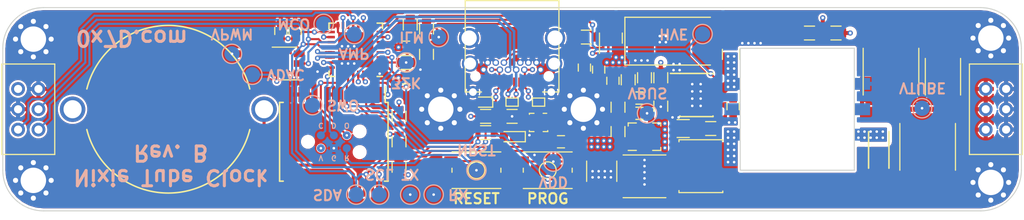
<source format=kicad_pcb>
(kicad_pcb (version 20171130) (host pcbnew "(5.0.2)-1")

  (general
    (thickness 1.6)
    (drawings 38)
    (tracks 622)
    (zones 0)
    (modules 82)
    (nets 57)
  )

  (page A4)
  (layers
    (0 F.Cu jumper)
    (1 In1.Cu jumper)
    (2 In2.Cu jumper)
    (31 B.Cu signal)
    (34 B.Paste user)
    (35 F.Paste user)
    (36 B.SilkS user)
    (37 F.SilkS user)
    (38 B.Mask user)
    (39 F.Mask user)
    (41 Cmts.User user)
    (44 Edge.Cuts user)
    (45 Margin user)
    (46 B.CrtYd user hide)
    (47 F.CrtYd user hide)
    (48 B.Fab user)
    (49 F.Fab user)
  )

  (setup
    (last_trace_width 0.2)
    (user_trace_width 0.15)
    (user_trace_width 0.2)
    (user_trace_width 0.25)
    (user_trace_width 0.3)
    (user_trace_width 0.4)
    (user_trace_width 0.6)
    (user_trace_width 0.8)
    (user_trace_width 1)
    (trace_clearance 0.127)
    (zone_clearance 0.2)
    (zone_45_only no)
    (trace_min 0.127)
    (segment_width 0.2)
    (edge_width 0.1)
    (via_size 0.508)
    (via_drill 0.254)
    (via_min_size 0.508)
    (via_min_drill 0.254)
    (uvia_size 0.3)
    (uvia_drill 0.1)
    (uvias_allowed no)
    (uvia_min_size 0.2)
    (uvia_min_drill 0.1)
    (pcb_text_width 0.3)
    (pcb_text_size 1.5 1.5)
    (mod_edge_width 0.15)
    (mod_text_size 1 1)
    (mod_text_width 0.15)
    (pad_size 2.5 2.5)
    (pad_drill 1.78)
    (pad_to_mask_clearance 0)
    (solder_mask_min_width 0.1016)
    (aux_axis_origin 0 0)
    (visible_elements 7FF9FFFF)
    (pcbplotparams
      (layerselection 0x010f0_ffffffff)
      (usegerberextensions false)
      (usegerberattributes false)
      (usegerberadvancedattributes false)
      (creategerberjobfile false)
      (excludeedgelayer true)
      (linewidth 0.100000)
      (plotframeref false)
      (viasonmask false)
      (mode 1)
      (useauxorigin false)
      (hpglpennumber 1)
      (hpglpenspeed 20)
      (hpglpendiameter 15.000000)
      (psnegative false)
      (psa4output false)
      (plotreference false)
      (plotvalue false)
      (plotinvisibletext false)
      (padsonsilk false)
      (subtractmaskfromsilk false)
      (outputformat 1)
      (mirror false)
      (drillshape 0)
      (scaleselection 1)
      (outputdirectory "Gerbers/"))
  )

  (net 0 "")
  (net 1 "Net-(Q1-Pad3)")
  (net 2 "Net-(Q1-Pad2)")
  (net 3 "Net-(R1-Pad2)")
  (net 4 "Net-(R6-Pad2)")
  (net 5 "Net-(Q1-Pad1)")
  (net 6 "Net-(C7-Pad1)")
  (net 7 /HV_OUT)
  (net 8 /VDD)
  (net 9 /VNIXIE)
  (net 10 /SCL)
  (net 11 /SDA)
  (net 12 /HV_EN)
  (net 13 "Net-(R8-Pad2)")
  (net 14 "Net-(R10-Pad2)")
  (net 15 /SWO)
  (net 16 /NRST)
  (net 17 /CC1)
  (net 18 /CC2)
  (net 19 /DAC)
  (net 20 /USB_N)
  (net 21 /USB_P)
  (net 22 "Net-(D4-Pad2)")
  (net 23 /SWDIO)
  (net 24 /SWCLK)
  (net 25 "Net-(L1-Pad1)")
  (net 26 "Net-(L1-Pad2)")
  (net 27 "Net-(R7-Pad1)")
  (net 28 /HV_IN)
  (net 29 /USB)
  (net 30 /ILM)
  (net 31 /FAULT)
  (net 32 /RTC)
  (net 33 /32kHz)
  (net 34 "Net-(C5-Pad1)")
  (net 35 "Net-(R16-Pad1)")
  (net 36 /AMP_EN)
  (net 37 "Net-(BT1-Pad1)")
  (net 38 "Net-(C6-Pad1)")
  (net 39 /NIXIE_EN)
  (net 40 /MCO)
  (net 41 /LED)
  (net 42 "Net-(C17-Pad1)")
  (net 43 "Net-(R2-Pad1)")
  (net 44 "Net-(D5-Pad2)")
  (net 45 "Net-(R20-Pad2)")
  (net 46 /GND)
  (net 47 /VBUS)
  (net 48 "Net-(T1-Pad2)")
  (net 49 "Net-(U1-Pad4)")
  (net 50 "Net-(U1-Pad9)")
  (net 51 "Net-(U2-Pad25)")
  (net 52 "Net-(U2-Pad14)")
  (net 53 "Net-(U2-Pad12)")
  (net 54 "Net-(U2-Pad10)")
  (net 55 /UART_TX)
  (net 56 /UART_RX)

  (net_class Default "This is the default net class."
    (clearance 0.127)
    (trace_width 0.127)
    (via_dia 0.508)
    (via_drill 0.254)
    (uvia_dia 0.3)
    (uvia_drill 0.1)
    (diff_pair_gap 0.127)
    (diff_pair_width 0.25)
    (add_net /32kHz)
    (add_net /AMP_EN)
    (add_net /CC1)
    (add_net /CC2)
    (add_net /DAC)
    (add_net /FAULT)
    (add_net /GND)
    (add_net /HV_EN)
    (add_net /HV_IN)
    (add_net /ILM)
    (add_net /LED)
    (add_net /MCO)
    (add_net /NIXIE_EN)
    (add_net /NRST)
    (add_net /RTC)
    (add_net /SCL)
    (add_net /SDA)
    (add_net /SWCLK)
    (add_net /SWDIO)
    (add_net /SWO)
    (add_net /UART_RX)
    (add_net /UART_TX)
    (add_net /USB)
    (add_net /USB_N)
    (add_net /USB_P)
    (add_net /VBUS)
    (add_net /VDD)
    (add_net /VNIXIE)
    (add_net "Net-(BT1-Pad1)")
    (add_net "Net-(C17-Pad1)")
    (add_net "Net-(C5-Pad1)")
    (add_net "Net-(C6-Pad1)")
    (add_net "Net-(C7-Pad1)")
    (add_net "Net-(D4-Pad2)")
    (add_net "Net-(D5-Pad2)")
    (add_net "Net-(L1-Pad1)")
    (add_net "Net-(L1-Pad2)")
    (add_net "Net-(Q1-Pad1)")
    (add_net "Net-(Q1-Pad2)")
    (add_net "Net-(Q1-Pad3)")
    (add_net "Net-(R1-Pad2)")
    (add_net "Net-(R10-Pad2)")
    (add_net "Net-(R16-Pad1)")
    (add_net "Net-(R2-Pad1)")
    (add_net "Net-(R20-Pad2)")
    (add_net "Net-(R6-Pad2)")
    (add_net "Net-(R7-Pad1)")
    (add_net "Net-(R8-Pad2)")
    (add_net "Net-(T1-Pad2)")
    (add_net "Net-(U1-Pad4)")
    (add_net "Net-(U1-Pad9)")
    (add_net "Net-(U2-Pad10)")
    (add_net "Net-(U2-Pad12)")
    (add_net "Net-(U2-Pad14)")
    (add_net "Net-(U2-Pad25)")
  )

  (net_class HV ""
    (clearance 0.4)
    (trace_width 0.2)
    (via_dia 0.508)
    (via_drill 0.254)
    (uvia_dia 0.3)
    (uvia_drill 0.1)
    (diff_pair_gap 0.127)
    (diff_pair_width 0.25)
    (add_net /HV_OUT)
  )

  (module TestPoint:TestPoint_Pad_D1.5mm (layer B.Cu) (tedit 5C672C95) (tstamp 5C7457B5)
    (at 124.5 96.6)
    (descr "SMD pad as test Point, diameter 1.5mm")
    (tags "test point SMD pad")
    (path /5BAB0421)
    (attr virtual)
    (fp_text reference J13 (at 0 1.648) (layer B.SilkS) hide
      (effects (font (size 1 1) (thickness 0.15)) (justify mirror))
    )
    (fp_text value DAC (at 0 -1.75) (layer B.Fab)
      (effects (font (size 1 1) (thickness 0.15)) (justify mirror))
    )
    (fp_circle (center 0 0) (end 0 -0.95) (layer B.SilkS) (width 0.12))
    (fp_circle (center 0 0) (end 1.25 0) (layer B.CrtYd) (width 0.05))
    (fp_text user %R (at 0 1.65) (layer B.Fab)
      (effects (font (size 1 1) (thickness 0.15)) (justify mirror))
    )
    (pad 1 smd circle (at 0 0) (size 1.5 1.5) (layers B.Cu B.Mask)
      (net 19 /DAC))
  )

  (module TestPoint:TestPoint_Pad_D1.5mm (layer B.Cu) (tedit 5C672C60) (tstamp 5C746955)
    (at 140 108.4)
    (descr "SMD pad as test Point, diameter 1.5mm")
    (tags "test point SMD pad")
    (path /5C68D771)
    (attr virtual)
    (fp_text reference J19 (at 0 1.648) (layer B.SilkS) hide
      (effects (font (size 1 1) (thickness 0.15)) (justify mirror))
    )
    (fp_text value TX (at 0 -1.75) (layer B.Fab)
      (effects (font (size 1 1) (thickness 0.15)) (justify mirror))
    )
    (fp_text user %R (at 0 1.65) (layer B.Fab)
      (effects (font (size 1 1) (thickness 0.15)) (justify mirror))
    )
    (fp_circle (center 0 0) (end 1.25 0) (layer B.CrtYd) (width 0.05))
    (fp_circle (center 0 0) (end 0 -0.95) (layer B.SilkS) (width 0.12))
    (pad 1 smd circle (at 0 0) (size 1.5 1.5) (layers B.Cu B.Mask)
      (net 55 /UART_TX))
  )

  (module TestPoint:TestPoint_Pad_D1.5mm (layer B.Cu) (tedit 5C672C88) (tstamp 5C7478C4)
    (at 146.5 106)
    (descr "SMD pad as test Point, diameter 1.5mm")
    (tags "test point SMD pad")
    (path /5BB2EA59)
    (attr virtual)
    (fp_text reference J18 (at 0 1.648) (layer B.SilkS) hide
      (effects (font (size 1 1) (thickness 0.15)) (justify mirror))
    )
    (fp_text value NRST (at 0 -1.75) (layer B.Fab)
      (effects (font (size 1 1) (thickness 0.15)) (justify mirror))
    )
    (fp_circle (center 0 0) (end 0 -0.95) (layer B.SilkS) (width 0.12))
    (fp_circle (center 0 0) (end 1.25 0) (layer B.CrtYd) (width 0.05))
    (fp_text user %R (at 0 1.65) (layer B.Fab)
      (effects (font (size 1 1) (thickness 0.15)) (justify mirror))
    )
    (pad 1 smd circle (at 0 0) (size 1.5 1.5) (layers B.Cu B.Mask)
      (net 16 /NRST))
  )

  (module TestPoint:TestPoint_Pad_D1.5mm (layer B.Cu) (tedit 5C673483) (tstamp 5C74579F)
    (at 130.4 99.6)
    (descr "SMD pad as test Point, diameter 1.5mm")
    (tags "test point SMD pad")
    (path /5BAE0437)
    (attr virtual)
    (fp_text reference J17 (at 0 1.648) (layer B.SilkS) hide
      (effects (font (size 1 1) (thickness 0.15)) (justify mirror))
    )
    (fp_text value SWO (at 0 -1.75) (layer B.Fab)
      (effects (font (size 1 1) (thickness 0.15)) (justify mirror))
    )
    (fp_text user %R (at 0 1.65) (layer B.Fab)
      (effects (font (size 1 1) (thickness 0.15)) (justify mirror))
    )
    (fp_circle (center 0 0) (end 1.25 0) (layer B.CrtYd) (width 0.05))
    (fp_circle (center 0 0) (end 0 -0.95) (layer B.SilkS) (width 0.12))
    (pad 1 smd circle (at 0 0) (size 1.5 1.5) (layers B.Cu B.Mask)
      (net 15 /SWO))
  )

  (module TestPoint:TestPoint_Pad_D1.5mm (layer B.Cu) (tedit 5C672CE4) (tstamp 5C745798)
    (at 163.25 100.4)
    (descr "SMD pad as test Point, diameter 1.5mm")
    (tags "test point SMD pad")
    (path /5BAD1FCF)
    (attr virtual)
    (fp_text reference J16 (at 0 1.648) (layer B.SilkS) hide
      (effects (font (size 1 1) (thickness 0.15)) (justify mirror))
    )
    (fp_text value VBUS (at 0 -1.75) (layer B.Fab)
      (effects (font (size 1 1) (thickness 0.15)) (justify mirror))
    )
    (fp_circle (center 0 0) (end 0 -0.95) (layer B.SilkS) (width 0.12))
    (fp_circle (center 0 0) (end 1.25 0) (layer B.CrtYd) (width 0.05))
    (fp_text user %R (at 0 1.65) (layer B.Fab)
      (effects (font (size 1 1) (thickness 0.15)) (justify mirror))
    )
    (pad 1 smd circle (at 0 0) (size 1.5 1.5) (layers B.Cu B.Mask)
      (net 47 /VBUS))
  )

  (module TestPoint:TestPoint_Pad_D1.5mm (layer B.Cu) (tedit 5C672C9A) (tstamp 5C745791)
    (at 122.5 94.55)
    (descr "SMD pad as test Point, diameter 1.5mm")
    (tags "test point SMD pad")
    (path /5BAF3226)
    (attr virtual)
    (fp_text reference J15 (at 0 1.648) (layer B.SilkS) hide
      (effects (font (size 1 1) (thickness 0.15)) (justify mirror))
    )
    (fp_text value VNIXIE (at 0 -1.75) (layer B.Fab)
      (effects (font (size 1 1) (thickness 0.15)) (justify mirror))
    )
    (fp_text user %R (at 0 1.65) (layer B.Fab)
      (effects (font (size 1 1) (thickness 0.15)) (justify mirror))
    )
    (fp_circle (center 0 0) (end 1.25 0) (layer B.CrtYd) (width 0.05))
    (fp_circle (center 0 0) (end 0 -0.95) (layer B.SilkS) (width 0.12))
    (pad 1 smd circle (at 0 0) (size 1.5 1.5) (layers B.Cu B.Mask)
      (net 9 /VNIXIE))
  )

  (module TestPoint:TestPoint_Pad_D1.5mm (layer B.Cu) (tedit 5C672C83) (tstamp 5C74578A)
    (at 154.05 105.15)
    (descr "SMD pad as test Point, diameter 1.5mm")
    (tags "test point SMD pad")
    (path /5BAB2A61)
    (attr virtual)
    (fp_text reference J14 (at 0 1.648) (layer B.SilkS) hide
      (effects (font (size 1 1) (thickness 0.15)) (justify mirror))
    )
    (fp_text value VDD (at 0 -1.75) (layer B.Fab)
      (effects (font (size 1 1) (thickness 0.15)) (justify mirror))
    )
    (fp_circle (center 0 0) (end 0 -0.95) (layer B.SilkS) (width 0.12))
    (fp_circle (center 0 0) (end 1.25 0) (layer B.CrtYd) (width 0.05))
    (fp_text user %R (at 0 1.65) (layer B.Fab)
      (effects (font (size 1 1) (thickness 0.15)) (justify mirror))
    )
    (pad 1 smd circle (at 0 0) (size 1.5 1.5) (layers B.Cu B.Mask)
      (net 8 /VDD))
  )

  (module TestPoint:TestPoint_Pad_D1.5mm (layer B.Cu) (tedit 5C672C6B) (tstamp 5C7467C0)
    (at 136.95 108.4)
    (descr "SMD pad as test Point, diameter 1.5mm")
    (tags "test point SMD pad")
    (path /5BAC8048)
    (attr virtual)
    (fp_text reference J11 (at 0 1.648) (layer B.SilkS) hide
      (effects (font (size 1 1) (thickness 0.15)) (justify mirror))
    )
    (fp_text value SCL (at 0 -1.75) (layer B.Fab)
      (effects (font (size 1 1) (thickness 0.15)) (justify mirror))
    )
    (fp_text user %R (at 0 1.65) (layer B.Fab)
      (effects (font (size 1 1) (thickness 0.15)) (justify mirror))
    )
    (fp_circle (center 0 0) (end 1.25 0) (layer B.CrtYd) (width 0.05))
    (fp_circle (center 0 0) (end 0 -0.95) (layer B.SilkS) (width 0.12))
    (pad 1 smd circle (at 0 0) (size 1.5 1.5) (layers B.Cu B.Mask)
      (net 10 /SCL))
  )

  (module TestPoint:TestPoint_Pad_D1.5mm (layer B.Cu) (tedit 5C672CD6) (tstamp 5C74577C)
    (at 134.5 92.6)
    (descr "SMD pad as test Point, diameter 1.5mm")
    (tags "test point SMD pad")
    (path /5BAC83B4)
    (attr virtual)
    (fp_text reference J9 (at 0 1.648) (layer B.SilkS) hide
      (effects (font (size 1 1) (thickness 0.15)) (justify mirror))
    )
    (fp_text value AMP_EN (at 0 -1.75) (layer B.Fab)
      (effects (font (size 1 1) (thickness 0.15)) (justify mirror))
    )
    (fp_circle (center 0 0) (end 0 -0.95) (layer B.SilkS) (width 0.12))
    (fp_circle (center 0 0) (end 1.25 0) (layer B.CrtYd) (width 0.05))
    (fp_text user %R (at 0 1.65) (layer B.Fab)
      (effects (font (size 1 1) (thickness 0.15)) (justify mirror))
    )
    (pad 1 smd circle (at 0 0) (size 1.5 1.5) (layers B.Cu B.Mask)
      (net 36 /AMP_EN))
  )

  (module TestPoint:TestPoint_Pad_D1.5mm (layer B.Cu) (tedit 5C672CEE) (tstamp 5C745775)
    (at 190.25 99.9)
    (descr "SMD pad as test Point, diameter 1.5mm")
    (tags "test point SMD pad")
    (path /5BAB35ED)
    (attr virtual)
    (fp_text reference J8 (at 0 1.648) (layer B.SilkS) hide
      (effects (font (size 1 1) (thickness 0.15)) (justify mirror))
    )
    (fp_text value HV_OUT (at 0 -1.75) (layer B.Fab)
      (effects (font (size 1 1) (thickness 0.15)) (justify mirror))
    )
    (fp_text user %R (at 0 1.65) (layer B.Fab)
      (effects (font (size 1 1) (thickness 0.15)) (justify mirror))
    )
    (fp_circle (center 0 0) (end 1.25 0) (layer B.CrtYd) (width 0.05))
    (fp_circle (center 0 0) (end 0 -0.95) (layer B.SilkS) (width 0.12))
    (pad 1 smd circle (at 0 0) (size 1.5 1.5) (layers B.Cu B.Mask)
      (net 7 /HV_OUT))
  )

  (module TestPoint:TestPoint_Pad_D1.5mm (layer B.Cu) (tedit 5C672CE8) (tstamp 5C74576E)
    (at 168.7 92.6)
    (descr "SMD pad as test Point, diameter 1.5mm")
    (tags "test point SMD pad")
    (path /5BA9F87B)
    (attr virtual)
    (fp_text reference J7 (at 0 1.648) (layer B.SilkS) hide
      (effects (font (size 1 1) (thickness 0.15)) (justify mirror))
    )
    (fp_text value HV_EN (at 0 -1.75) (layer B.Fab)
      (effects (font (size 1 1) (thickness 0.15)) (justify mirror))
    )
    (fp_circle (center 0 0) (end 0 -0.95) (layer B.SilkS) (width 0.12))
    (fp_circle (center 0 0) (end 1.25 0) (layer B.CrtYd) (width 0.05))
    (fp_text user %R (at 0 1.65) (layer B.Fab)
      (effects (font (size 1 1) (thickness 0.15)) (justify mirror))
    )
    (pad 1 smd circle (at 0 0) (size 1.5 1.5) (layers B.Cu B.Mask)
      (net 12 /HV_EN))
  )

  (module TestPoint:TestPoint_Pad_D1.5mm (layer B.Cu) (tedit 5C672CDA) (tstamp 5C745767)
    (at 142.8 92.9)
    (descr "SMD pad as test Point, diameter 1.5mm")
    (tags "test point SMD pad")
    (path /5BAA5791)
    (attr virtual)
    (fp_text reference J6 (at 0 1.648) (layer B.SilkS) hide
      (effects (font (size 1 1) (thickness 0.15)) (justify mirror))
    )
    (fp_text value ILM (at 0 -1.75) (layer B.Fab)
      (effects (font (size 1 1) (thickness 0.15)) (justify mirror))
    )
    (fp_text user %R (at 0 1.65) (layer B.Fab)
      (effects (font (size 1 1) (thickness 0.15)) (justify mirror))
    )
    (fp_circle (center 0 0) (end 1.25 0) (layer B.CrtYd) (width 0.05))
    (fp_circle (center 0 0) (end 0 -0.95) (layer B.SilkS) (width 0.12))
    (pad 1 smd circle (at 0 0) (size 1.5 1.5) (layers B.Cu B.Mask)
      (net 30 /ILM))
  )

  (module TestPoint:TestPoint_Pad_D1.5mm (layer B.Cu) (tedit 5C672CA7) (tstamp 5C745760)
    (at 131.5 91.6)
    (descr "SMD pad as test Point, diameter 1.5mm")
    (tags "test point SMD pad")
    (path /5B649686)
    (attr virtual)
    (fp_text reference J5 (at 0 1.648) (layer B.SilkS) hide
      (effects (font (size 1 1) (thickness 0.15)) (justify mirror))
    )
    (fp_text value MCO (at 0 -1.75) (layer B.Fab)
      (effects (font (size 1 1) (thickness 0.15)) (justify mirror))
    )
    (fp_circle (center 0 0) (end 0 -0.95) (layer B.SilkS) (width 0.12))
    (fp_circle (center 0 0) (end 1.25 0) (layer B.CrtYd) (width 0.05))
    (fp_text user %R (at 0 1.65) (layer B.Fab)
      (effects (font (size 1 1) (thickness 0.15)) (justify mirror))
    )
    (pad 1 smd circle (at 0 0) (size 1.5 1.5) (layers B.Cu B.Mask)
      (net 40 /MCO))
  )

  (module TestPoint:TestPoint_Pad_D1.5mm (layer B.Cu) (tedit 5C672C7E) (tstamp 5C746862)
    (at 134.7 108.4)
    (descr "SMD pad as test Point, diameter 1.5mm")
    (tags "test point SMD pad")
    (path /5BAC80D4)
    (attr virtual)
    (fp_text reference J12 (at 0 1.648) (layer B.SilkS) hide
      (effects (font (size 1 1) (thickness 0.15)) (justify mirror))
    )
    (fp_text value SDA (at 0 -1.75) (layer B.Fab)
      (effects (font (size 1 1) (thickness 0.15)) (justify mirror))
    )
    (fp_text user %R (at 0 1.65) (layer B.Fab)
      (effects (font (size 1 1) (thickness 0.15)) (justify mirror))
    )
    (fp_circle (center 0 0) (end 1.25 0) (layer B.CrtYd) (width 0.05))
    (fp_circle (center 0 0) (end 0 -0.95) (layer B.SilkS) (width 0.12))
    (pad 1 smd circle (at 0 0) (size 1.5 1.5) (layers B.Cu B.Mask)
      (net 11 /SDA))
  )

  (module TestPoint:TestPoint_Pad_D1.5mm (layer B.Cu) (tedit 5C672C65) (tstamp 5C746931)
    (at 142.3 108.4)
    (descr "SMD pad as test Point, diameter 1.5mm")
    (tags "test point SMD pad")
    (path /5C68D805)
    (attr virtual)
    (fp_text reference J20 (at 0 1.648) (layer B.SilkS) hide
      (effects (font (size 1 1) (thickness 0.15)) (justify mirror))
    )
    (fp_text value RX (at 0 -1.75) (layer B.Fab)
      (effects (font (size 1 1) (thickness 0.15)) (justify mirror))
    )
    (fp_circle (center 0 0) (end 0 -0.95) (layer B.SilkS) (width 0.12))
    (fp_circle (center 0 0) (end 1.25 0) (layer B.CrtYd) (width 0.05))
    (fp_text user %R (at 0 1.65) (layer B.Fab)
      (effects (font (size 1 1) (thickness 0.15)) (justify mirror))
    )
    (pad 1 smd circle (at 0 0) (size 1.5 1.5) (layers B.Cu B.Mask)
      (net 56 /UART_RX))
  )

  (module TestPoint:TestPoint_Pad_D1.5mm (layer B.Cu) (tedit 5C672CDF) (tstamp 5C74574A)
    (at 139.6 95.4)
    (descr "SMD pad as test Point, diameter 1.5mm")
    (tags "test point SMD pad")
    (path /5BAC8BC2)
    (attr virtual)
    (fp_text reference J10 (at 0 1.648) (layer B.SilkS) hide
      (effects (font (size 1 1) (thickness 0.15)) (justify mirror))
    )
    (fp_text value 32kHz (at 0 -1.75) (layer B.Fab)
      (effects (font (size 1 1) (thickness 0.15)) (justify mirror))
    )
    (fp_text user %R (at 0 1.65) (layer B.Fab)
      (effects (font (size 1 1) (thickness 0.15)) (justify mirror))
    )
    (fp_circle (center 0 0) (end 1.25 0) (layer B.CrtYd) (width 0.05))
    (fp_circle (center 0 0) (end 0 -0.95) (layer B.SilkS) (width 0.12))
    (pad 1 smd circle (at 0 0) (size 1.5 1.5) (layers B.Cu B.Mask)
      (net 33 /32kHz))
  )

  (module Housings_DFN_QFN:QFN-32-1EP_5x5mm_Pitch0.5mm (layer F.Cu) (tedit 5BA9CFDF) (tstamp 5BABF1F1)
    (at 134.65 94.15 180)
    (descr "UH Package; 32-Lead Plastic QFN (5mm x 5mm); (see Linear Technology QFN_32_05-08-1693.pdf)")
    (tags "QFN 0.5")
    (path /5B622DF7)
    (attr smd)
    (fp_text reference U2 (at 0 -3.75 180) (layer F.SilkS) hide
      (effects (font (size 1 1) (thickness 0.15)))
    )
    (fp_text value STM32L432K (at 0 3.75 180) (layer F.Fab)
      (effects (font (size 1 1) (thickness 0.15)))
    )
    (fp_line (start 2.625 -2.625) (end 2.1 -2.625) (layer F.SilkS) (width 0.15))
    (fp_line (start 2.625 2.625) (end 2.1 2.625) (layer F.SilkS) (width 0.15))
    (fp_line (start -2.625 2.625) (end -2.1 2.625) (layer F.SilkS) (width 0.15))
    (fp_line (start -2.625 -2.625) (end -2.1 -2.625) (layer F.SilkS) (width 0.15))
    (fp_line (start 2.625 2.625) (end 2.625 2.1) (layer F.SilkS) (width 0.15))
    (fp_line (start -2.625 2.625) (end -2.625 2.1) (layer F.SilkS) (width 0.15))
    (fp_line (start 2.625 -2.625) (end 2.625 -2.1) (layer F.SilkS) (width 0.15))
    (fp_line (start -3 3) (end 3 3) (layer F.CrtYd) (width 0.05))
    (fp_line (start -3 -3) (end 3 -3) (layer F.CrtYd) (width 0.05))
    (fp_line (start 3 -3) (end 3 3) (layer F.CrtYd) (width 0.05))
    (fp_line (start -3 -3) (end -3 3) (layer F.CrtYd) (width 0.05))
    (fp_line (start -2.5 -1.5) (end -1.5 -2.5) (layer F.Fab) (width 0.15))
    (fp_line (start -2.5 2.5) (end -2.5 -1.5) (layer F.Fab) (width 0.15))
    (fp_line (start 2.5 2.5) (end -2.5 2.5) (layer F.Fab) (width 0.15))
    (fp_line (start 2.5 -2.5) (end 2.5 2.5) (layer F.Fab) (width 0.15))
    (fp_line (start -1.5 -2.5) (end 2.5 -2.5) (layer F.Fab) (width 0.15))
    (pad 33 smd rect (at -0.8625 -0.8625 180) (size 1.725 1.725) (layers F.Cu F.Paste F.Mask)
      (net 46 /GND) (solder_paste_margin_ratio -0.2))
    (pad 33 smd rect (at -0.8625 0.8625 180) (size 1.725 1.725) (layers F.Cu F.Paste F.Mask)
      (net 46 /GND) (solder_paste_margin_ratio -0.2))
    (pad 33 smd rect (at 0.8625 -0.8625 180) (size 1.725 1.725) (layers F.Cu F.Paste F.Mask)
      (net 46 /GND) (solder_paste_margin_ratio -0.2))
    (pad 33 smd rect (at 0.8625 0.8625 180) (size 1.725 1.725) (layers F.Cu F.Paste F.Mask)
      (net 46 /GND) (solder_paste_margin_ratio -0.2))
    (pad 32 smd rect (at -1.75 -2.4 270) (size 0.7 0.25) (layers F.Cu F.Paste F.Mask)
      (net 46 /GND))
    (pad 31 smd rect (at -1.25 -2.4 270) (size 0.7 0.25) (layers F.Cu F.Paste F.Mask)
      (net 43 "Net-(R2-Pad1)"))
    (pad 30 smd rect (at -0.75 -2.4 270) (size 0.7 0.25) (layers F.Cu F.Paste F.Mask)
      (net 56 /UART_RX))
    (pad 29 smd rect (at -0.25 -2.4 270) (size 0.7 0.25) (layers F.Cu F.Paste F.Mask)
      (net 55 /UART_TX))
    (pad 28 smd rect (at 0.25 -2.4 270) (size 0.7 0.25) (layers F.Cu F.Paste F.Mask)
      (net 32 /RTC))
    (pad 27 smd rect (at 0.75 -2.4 270) (size 0.7 0.25) (layers F.Cu F.Paste F.Mask)
      (net 29 /USB))
    (pad 26 smd rect (at 1.25 -2.4 270) (size 0.7 0.25) (layers F.Cu F.Paste F.Mask)
      (net 15 /SWO))
    (pad 25 smd rect (at 1.75 -2.4 270) (size 0.7 0.25) (layers F.Cu F.Paste F.Mask)
      (net 51 "Net-(U2-Pad25)"))
    (pad 24 smd rect (at 2.4 -1.75 180) (size 0.7 0.25) (layers F.Cu F.Paste F.Mask)
      (net 24 /SWCLK))
    (pad 23 smd rect (at 2.4 -1.25 180) (size 0.7 0.25) (layers F.Cu F.Paste F.Mask)
      (net 23 /SWDIO))
    (pad 22 smd rect (at 2.4 -0.75 180) (size 0.7 0.25) (layers F.Cu F.Paste F.Mask)
      (net 21 /USB_P))
    (pad 21 smd rect (at 2.4 -0.25 180) (size 0.7 0.25) (layers F.Cu F.Paste F.Mask)
      (net 20 /USB_N))
    (pad 20 smd rect (at 2.4 0.25 180) (size 0.7 0.25) (layers F.Cu F.Paste F.Mask)
      (net 11 /SDA))
    (pad 19 smd rect (at 2.4 0.75 180) (size 0.7 0.25) (layers F.Cu F.Paste F.Mask)
      (net 10 /SCL))
    (pad 18 smd rect (at 2.4 1.25 180) (size 0.7 0.25) (layers F.Cu F.Paste F.Mask)
      (net 40 /MCO))
    (pad 17 smd rect (at 2.4 1.75 180) (size 0.7 0.25) (layers F.Cu F.Paste F.Mask)
      (net 8 /VDD))
    (pad 16 smd rect (at 1.75 2.4 270) (size 0.7 0.25) (layers F.Cu F.Paste F.Mask)
      (net 46 /GND))
    (pad 15 smd rect (at 1.25 2.4 270) (size 0.7 0.25) (layers F.Cu F.Paste F.Mask)
      (net 36 /AMP_EN))
    (pad 14 smd rect (at 0.75 2.4 270) (size 0.7 0.25) (layers F.Cu F.Paste F.Mask)
      (net 52 "Net-(U2-Pad14)"))
    (pad 13 smd rect (at 0.25 2.4 270) (size 0.7 0.25) (layers F.Cu F.Paste F.Mask)
      (net 39 /NIXIE_EN))
    (pad 12 smd rect (at -0.25 2.4 270) (size 0.7 0.25) (layers F.Cu F.Paste F.Mask)
      (net 53 "Net-(U2-Pad12)"))
    (pad 11 smd rect (at -0.75 2.4 270) (size 0.7 0.25) (layers F.Cu F.Paste F.Mask)
      (net 19 /DAC))
    (pad 10 smd rect (at -1.25 2.4 270) (size 0.7 0.25) (layers F.Cu F.Paste F.Mask)
      (net 54 "Net-(U2-Pad10)"))
    (pad 9 smd rect (at -1.75 2.4 270) (size 0.7 0.25) (layers F.Cu F.Paste F.Mask)
      (net 31 /FAULT))
    (pad 8 smd rect (at -2.4 1.75 180) (size 0.7 0.25) (layers F.Cu F.Paste F.Mask)
      (net 12 /HV_EN))
    (pad 7 smd rect (at -2.4 1.25 180) (size 0.7 0.25) (layers F.Cu F.Paste F.Mask)
      (net 45 "Net-(R20-Pad2)"))
    (pad 6 smd rect (at -2.4 0.75 180) (size 0.7 0.25) (layers F.Cu F.Paste F.Mask)
      (net 30 /ILM))
    (pad 5 smd rect (at -2.4 0.25 180) (size 0.7 0.25) (layers F.Cu F.Paste F.Mask)
      (net 8 /VDD))
    (pad 4 smd rect (at -2.4 -0.25 180) (size 0.7 0.25) (layers F.Cu F.Paste F.Mask)
      (net 16 /NRST))
    (pad 3 smd rect (at -2.4 -0.75 180) (size 0.7 0.25) (layers F.Cu F.Paste F.Mask)
      (net 41 /LED))
    (pad 2 smd rect (at -2.4 -1.25 180) (size 0.7 0.25) (layers F.Cu F.Paste F.Mask)
      (net 33 /32kHz))
    (pad 1 smd rect (at -2.4 -1.75 180) (size 0.7 0.25) (layers F.Cu F.Paste F.Mask)
      (net 8 /VDD))
    (model ${KISYS3DMOD}/Housings_DFN_QFN.3dshapes/QFN-32-1EP_5x5mm_Pitch0.5mm.wrl
      (at (xyz 0 0 0))
      (scale (xyz 1 1 1))
      (rotate (xyz 0 0 0))
    )
  )

  (module Capacitors_SMD:C_1210 (layer F.Cu) (tedit 5C65E3A1) (tstamp 5C5F866E)
    (at 158.8 106.1 90)
    (descr "Capacitor SMD 1210, reflow soldering, AVX (see smccp.pdf)")
    (tags "capacitor 1210")
    (path /5BBA5067)
    (attr smd)
    (fp_text reference C11 (at 0 -2.25 90) (layer F.SilkS) hide
      (effects (font (size 1 1) (thickness 0.15)))
    )
    (fp_text value 220uF (at 0 2.5 90) (layer F.Fab)
      (effects (font (size 1 1) (thickness 0.15)))
    )
    (fp_text user %R (at 0 -2.25 90) (layer F.Fab)
      (effects (font (size 1 1) (thickness 0.15)))
    )
    (fp_line (start -1.6 1.25) (end -1.6 -1.25) (layer F.Fab) (width 0.1))
    (fp_line (start 1.6 1.25) (end -1.6 1.25) (layer F.Fab) (width 0.1))
    (fp_line (start 1.6 -1.25) (end 1.6 1.25) (layer F.Fab) (width 0.1))
    (fp_line (start -1.6 -1.25) (end 1.6 -1.25) (layer F.Fab) (width 0.1))
    (fp_line (start 1 -1.48) (end -1 -1.48) (layer F.SilkS) (width 0.12))
    (fp_line (start -1 1.48) (end 1 1.48) (layer F.SilkS) (width 0.12))
    (fp_line (start -2.25 -1.5) (end 2.25 -1.5) (layer F.CrtYd) (width 0.05))
    (fp_line (start -2.25 -1.5) (end -2.25 1.5) (layer F.CrtYd) (width 0.05))
    (fp_line (start 2.25 1.5) (end 2.25 -1.5) (layer F.CrtYd) (width 0.05))
    (fp_line (start 2.25 1.5) (end -2.25 1.5) (layer F.CrtYd) (width 0.05))
    (pad 1 smd rect (at -1.5 0 90) (size 1 2.5) (layers F.Cu F.Paste F.Mask)
      (net 46 /GND))
    (pad 2 smd rect (at 1.5 0 90) (size 1 2.5) (layers F.Cu F.Paste F.Mask)
      (net 8 /VDD))
    (model Capacitors_SMD.3dshapes/C_1210.wrl
      (at (xyz 0 0 0))
      (scale (xyz 1 1 1))
      (rotate (xyz 0 0 0))
    )
  )

  (module Resistors_SMD:R_0603 (layer F.Cu) (tedit 5BB3C810) (tstamp 5BB4849E)
    (at 181.8 92.5 180)
    (descr "Resistor SMD 0603, reflow soldering, Vishay (see dcrcw.pdf)")
    (tags "resistor 0603")
    (path /5BB58A31)
    (attr smd)
    (fp_text reference R20 (at 0 -1.45 180) (layer F.SilkS) hide
      (effects (font (size 1 1) (thickness 0.15)))
    )
    (fp_text value 1M (at 0 1.5 180) (layer F.Fab)
      (effects (font (size 1 1) (thickness 0.15)))
    )
    (fp_text user %R (at 0 0 180) (layer F.Fab)
      (effects (font (size 0.4 0.4) (thickness 0.075)))
    )
    (fp_line (start -0.8 0.4) (end -0.8 -0.4) (layer F.Fab) (width 0.1))
    (fp_line (start 0.8 0.4) (end -0.8 0.4) (layer F.Fab) (width 0.1))
    (fp_line (start 0.8 -0.4) (end 0.8 0.4) (layer F.Fab) (width 0.1))
    (fp_line (start -0.8 -0.4) (end 0.8 -0.4) (layer F.Fab) (width 0.1))
    (fp_line (start 0.5 0.68) (end -0.5 0.68) (layer F.SilkS) (width 0.12))
    (fp_line (start -0.5 -0.68) (end 0.5 -0.68) (layer F.SilkS) (width 0.12))
    (fp_line (start -1.25 -0.7) (end 1.25 -0.7) (layer F.CrtYd) (width 0.05))
    (fp_line (start -1.25 -0.7) (end -1.25 0.7) (layer F.CrtYd) (width 0.05))
    (fp_line (start 1.25 0.7) (end 1.25 -0.7) (layer F.CrtYd) (width 0.05))
    (fp_line (start 1.25 0.7) (end -1.25 0.7) (layer F.CrtYd) (width 0.05))
    (pad 1 smd rect (at -0.75 0 180) (size 0.5 0.9) (layers F.Cu F.Paste F.Mask)
      (net 7 /HV_OUT))
    (pad 2 smd rect (at 0.75 0 180) (size 0.5 0.9) (layers F.Cu F.Paste F.Mask)
      (net 45 "Net-(R20-Pad2)"))
    (model ${KISYS3DMOD}/Resistors_SMD.3dshapes/R_0603.wrl
      (at (xyz 0 0 0))
      (scale (xyz 1 1 1))
      (rotate (xyz 0 0 0))
    )
  )

  (module Resistors_SMD:R_0603 (layer F.Cu) (tedit 5BB3C814) (tstamp 5BB480F2)
    (at 179.2 92.5)
    (descr "Resistor SMD 0603, reflow soldering, Vishay (see dcrcw.pdf)")
    (tags "resistor 0603")
    (path /5BB58B15)
    (attr smd)
    (fp_text reference R21 (at 0 -1.45) (layer F.SilkS) hide
      (effects (font (size 1 1) (thickness 0.15)))
    )
    (fp_text value 15k (at 0 1.5) (layer F.Fab)
      (effects (font (size 1 1) (thickness 0.15)))
    )
    (fp_line (start 1.25 0.7) (end -1.25 0.7) (layer F.CrtYd) (width 0.05))
    (fp_line (start 1.25 0.7) (end 1.25 -0.7) (layer F.CrtYd) (width 0.05))
    (fp_line (start -1.25 -0.7) (end -1.25 0.7) (layer F.CrtYd) (width 0.05))
    (fp_line (start -1.25 -0.7) (end 1.25 -0.7) (layer F.CrtYd) (width 0.05))
    (fp_line (start -0.5 -0.68) (end 0.5 -0.68) (layer F.SilkS) (width 0.12))
    (fp_line (start 0.5 0.68) (end -0.5 0.68) (layer F.SilkS) (width 0.12))
    (fp_line (start -0.8 -0.4) (end 0.8 -0.4) (layer F.Fab) (width 0.1))
    (fp_line (start 0.8 -0.4) (end 0.8 0.4) (layer F.Fab) (width 0.1))
    (fp_line (start 0.8 0.4) (end -0.8 0.4) (layer F.Fab) (width 0.1))
    (fp_line (start -0.8 0.4) (end -0.8 -0.4) (layer F.Fab) (width 0.1))
    (fp_text user %R (at 0 0) (layer F.Fab)
      (effects (font (size 0.4 0.4) (thickness 0.075)))
    )
    (pad 2 smd rect (at 0.75 0) (size 0.5 0.9) (layers F.Cu F.Paste F.Mask)
      (net 45 "Net-(R20-Pad2)"))
    (pad 1 smd rect (at -0.75 0) (size 0.5 0.9) (layers F.Cu F.Paste F.Mask)
      (net 46 /GND))
    (model ${KISYS3DMOD}/Resistors_SMD.3dshapes/R_0603.wrl
      (at (xyz 0 0 0))
      (scale (xyz 1 1 1))
      (rotate (xyz 0 0 0))
    )
  )

  (module "Custom Parts:Inductor_4.1x4.1mm" (layer F.Cu) (tedit 5BB31255) (tstamp 5BB334A6)
    (at 163 106.6 180)
    (descr "Inductor, Taiyo Yuden, NR series, Taiyo-Yuden_NR-40xx, 4.0mmx4.0mm")
    (tags "inductor taiyo-yuden nr smd")
    (path /5B16755A)
    (attr smd)
    (fp_text reference L1 (at 0 -3 180) (layer F.SilkS) hide
      (effects (font (size 1 1) (thickness 0.15)))
    )
    (fp_text value 1uH (at 0 3.5 180) (layer F.Fab)
      (effects (font (size 1 1) (thickness 0.15)))
    )
    (fp_text user %R (at 0 0 180) (layer F.Fab)
      (effects (font (size 1 1) (thickness 0.15)))
    )
    (fp_line (start -2.1 -2.1) (end 2.1 -2.1) (layer F.SilkS) (width 0.12))
    (fp_line (start -2.1 2.1) (end 2.1 2.1) (layer F.SilkS) (width 0.12))
    (fp_line (start -2.25 -2.25) (end -2.25 2.25) (layer F.CrtYd) (width 0.05))
    (fp_line (start -2.25 2.25) (end 2.25 2.25) (layer F.CrtYd) (width 0.05))
    (fp_line (start 2.25 2.25) (end 2.25 -2.25) (layer F.CrtYd) (width 0.05))
    (fp_line (start 2.25 -2.25) (end -2.25 -2.25) (layer F.CrtYd) (width 0.05))
    (fp_line (start -2.05 -2.05) (end -2.05 2.05) (layer F.Fab) (width 0.12))
    (fp_line (start -2.05 2.05) (end 2.05 2.05) (layer F.Fab) (width 0.12))
    (fp_line (start 2.05 2.05) (end 2.05 -2.05) (layer F.Fab) (width 0.12))
    (fp_line (start 2.05 -2.05) (end -2.05 -2.05) (layer F.Fab) (width 0.12))
    (pad 1 smd rect (at -1.2 0 180) (size 1 3.8) (layers F.Cu F.Paste F.Mask)
      (net 25 "Net-(L1-Pad1)"))
    (pad 2 smd rect (at 1.2 0 180) (size 1 3.8) (layers F.Cu F.Paste F.Mask)
      (net 26 "Net-(L1-Pad2)"))
    (model ${KISYS3DMOD}/Inductors_SMD.3dshapes/L_Taiyo-Yuden_NR-40xx.wrl
      (at (xyz 0 0 0))
      (scale (xyz 1 1 1))
      (rotate (xyz 0 0 0))
    )
  )

  (module Capacitors_SMD:C_0603 (layer F.Cu) (tedit 5BADAEAD) (tstamp 5BB497E8)
    (at 157.1 95.9 270)
    (descr "Capacitor SMD 0603, reflow soldering, AVX (see smccp.pdf)")
    (tags "capacitor 0603")
    (path /5BAFD7B9)
    (attr smd)
    (fp_text reference C17 (at 0 -1.5 270) (layer F.SilkS) hide
      (effects (font (size 1 1) (thickness 0.15)))
    )
    (fp_text value SLEW (at 0 1.5 270) (layer F.Fab)
      (effects (font (size 1 1) (thickness 0.15)))
    )
    (fp_text user %R (at 0 0 270) (layer F.Fab)
      (effects (font (size 0.3 0.3) (thickness 0.075)))
    )
    (fp_line (start -0.8 0.4) (end -0.8 -0.4) (layer F.Fab) (width 0.1))
    (fp_line (start 0.8 0.4) (end -0.8 0.4) (layer F.Fab) (width 0.1))
    (fp_line (start 0.8 -0.4) (end 0.8 0.4) (layer F.Fab) (width 0.1))
    (fp_line (start -0.8 -0.4) (end 0.8 -0.4) (layer F.Fab) (width 0.1))
    (fp_line (start -0.35 -0.6) (end 0.35 -0.6) (layer F.SilkS) (width 0.12))
    (fp_line (start 0.35 0.6) (end -0.35 0.6) (layer F.SilkS) (width 0.12))
    (fp_line (start -1.4 -0.65) (end 1.4 -0.65) (layer F.CrtYd) (width 0.05))
    (fp_line (start -1.4 -0.65) (end -1.4 0.65) (layer F.CrtYd) (width 0.05))
    (fp_line (start 1.4 0.65) (end 1.4 -0.65) (layer F.CrtYd) (width 0.05))
    (fp_line (start 1.4 0.65) (end -1.4 0.65) (layer F.CrtYd) (width 0.05))
    (pad 1 smd rect (at -0.75 0 270) (size 0.8 0.75) (layers F.Cu F.Paste F.Mask)
      (net 42 "Net-(C17-Pad1)"))
    (pad 2 smd rect (at 0.75 0 270) (size 0.8 0.75) (layers F.Cu F.Paste F.Mask)
      (net 46 /GND))
    (model Capacitors_SMD.3dshapes/C_0603.wrl
      (at (xyz 0 0 0))
      (scale (xyz 1 1 1))
      (rotate (xyz 0 0 0))
    )
  )

  (module LEDs:LED_0603 (layer F.Cu) (tedit 5BAD15AF) (tstamp 5BB42ECB)
    (at 150 102.7 180)
    (descr "LED 0603 smd package")
    (tags "LED led 0603 SMD smd SMT smt smdled SMDLED smtled SMTLED")
    (path /5BADCAA0)
    (attr smd)
    (fp_text reference D5 (at 0 -1.25 180) (layer F.SilkS) hide
      (effects (font (size 1 1) (thickness 0.15)))
    )
    (fp_text value LED (at 0 1.35 180) (layer F.Fab)
      (effects (font (size 1 1) (thickness 0.15)))
    )
    (fp_line (start -1.45 -0.65) (end 1.45 -0.65) (layer F.CrtYd) (width 0.05))
    (fp_line (start -1.45 0.65) (end -1.45 -0.65) (layer F.CrtYd) (width 0.05))
    (fp_line (start 1.45 0.65) (end -1.45 0.65) (layer F.CrtYd) (width 0.05))
    (fp_line (start 1.45 -0.65) (end 1.45 0.65) (layer F.CrtYd) (width 0.05))
    (fp_line (start -1.3 -0.5) (end 0.8 -0.5) (layer F.SilkS) (width 0.12))
    (fp_line (start -1.3 0.5) (end 0.8 0.5) (layer F.SilkS) (width 0.12))
    (fp_line (start -0.8 0.4) (end -0.8 -0.4) (layer F.Fab) (width 0.1))
    (fp_line (start -0.8 -0.4) (end 0.8 -0.4) (layer F.Fab) (width 0.1))
    (fp_line (start 0.8 -0.4) (end 0.8 0.4) (layer F.Fab) (width 0.1))
    (fp_line (start 0.8 0.4) (end -0.8 0.4) (layer F.Fab) (width 0.1))
    (fp_line (start 0.15 -0.2) (end 0.15 0.2) (layer F.Fab) (width 0.1))
    (fp_line (start 0.15 0.2) (end -0.15 0) (layer F.Fab) (width 0.1))
    (fp_line (start -0.15 0) (end 0.15 -0.2) (layer F.Fab) (width 0.1))
    (fp_line (start -0.2 -0.2) (end -0.2 0.2) (layer F.Fab) (width 0.1))
    (fp_line (start -1.3 -0.5) (end -1.3 0.5) (layer F.SilkS) (width 0.12))
    (pad 1 smd rect (at -0.8 0) (size 0.8 0.8) (layers F.Cu F.Paste F.Mask)
      (net 46 /GND))
    (pad 2 smd rect (at 0.8 0) (size 0.8 0.8) (layers F.Cu F.Paste F.Mask)
      (net 44 "Net-(D5-Pad2)"))
    (model ${KISYS3DMOD}/LEDs.3dshapes/LED_0603.wrl
      (at (xyz 0 0 0))
      (scale (xyz 1 1 1))
      (rotate (xyz 0 0 180))
    )
  )

  (module Resistors_SMD:R_0603 (layer F.Cu) (tedit 5BAD15B2) (tstamp 5BB428B3)
    (at 147.4 102.3)
    (descr "Resistor SMD 0603, reflow soldering, Vishay (see dcrcw.pdf)")
    (tags "resistor 0603")
    (path /5BADE6EA)
    (attr smd)
    (fp_text reference R13 (at 0 -1.45) (layer F.SilkS) hide
      (effects (font (size 1 1) (thickness 0.15)))
    )
    (fp_text value 10k (at 0 1.5) (layer F.Fab)
      (effects (font (size 1 1) (thickness 0.15)))
    )
    (fp_line (start 1.25 0.7) (end -1.25 0.7) (layer F.CrtYd) (width 0.05))
    (fp_line (start 1.25 0.7) (end 1.25 -0.7) (layer F.CrtYd) (width 0.05))
    (fp_line (start -1.25 -0.7) (end -1.25 0.7) (layer F.CrtYd) (width 0.05))
    (fp_line (start -1.25 -0.7) (end 1.25 -0.7) (layer F.CrtYd) (width 0.05))
    (fp_line (start -0.5 -0.68) (end 0.5 -0.68) (layer F.SilkS) (width 0.12))
    (fp_line (start 0.5 0.68) (end -0.5 0.68) (layer F.SilkS) (width 0.12))
    (fp_line (start -0.8 -0.4) (end 0.8 -0.4) (layer F.Fab) (width 0.1))
    (fp_line (start 0.8 -0.4) (end 0.8 0.4) (layer F.Fab) (width 0.1))
    (fp_line (start 0.8 0.4) (end -0.8 0.4) (layer F.Fab) (width 0.1))
    (fp_line (start -0.8 0.4) (end -0.8 -0.4) (layer F.Fab) (width 0.1))
    (fp_text user %R (at 0 0) (layer F.Fab)
      (effects (font (size 0.4 0.4) (thickness 0.075)))
    )
    (pad 2 smd rect (at 0.75 0) (size 0.5 0.9) (layers F.Cu F.Paste F.Mask)
      (net 44 "Net-(D5-Pad2)"))
    (pad 1 smd rect (at -0.75 0) (size 0.5 0.9) (layers F.Cu F.Paste F.Mask)
      (net 41 /LED))
    (model ${KISYS3DMOD}/Resistors_SMD.3dshapes/R_0603.wrl
      (at (xyz 0 0 0))
      (scale (xyz 1 1 1))
      (rotate (xyz 0 0 0))
    )
  )

  (module "Custom Parts:USB_C_Receptacle_Circular_Holes" locked (layer F.Cu) (tedit 5BAC7BE5) (tstamp 5BADE66E)
    (at 150 92.4 180)
    (descr "USB TYPE C, RA RCPT PCB, Hybrid, https://www.amphenolcanada.com/StockAvailabilityPrice.aspx?From=&PartNum=12401548E4%7e2A")
    (tags "USB C Type-C Receptacle Hybrid")
    (path /5C65F90A)
    (attr smd)
    (fp_text reference J1 (at 0 -6.36 180) (layer F.SilkS) hide
      (effects (font (size 1 1) (thickness 0.15)))
    )
    (fp_text value USB_C_Receptacle (at 0 4 180) (layer F.Fab)
      (effects (font (size 1 1) (thickness 0.15)))
    )
    (fp_line (start -4.6 2.39) (end 4.6 2.39) (layer F.SilkS) (width 0.12))
    (fp_line (start -4.6 3.09) (end 4.6 3.09) (layer F.SilkS) (width 0.12))
    (fp_line (start -4.6 3.09) (end -4.6 -5.9) (layer F.Fab) (width 0.1))
    (fp_line (start -4.6 -5.9) (end 4.6 -5.9) (layer F.Fab) (width 0.1))
    (fp_line (start -4.6 -5.9) (end -3 -5.9) (layer F.SilkS) (width 0.12))
    (fp_line (start -4.6 -5.9) (end -4.6 3.09) (layer F.SilkS) (width 0.12))
    (fp_line (start 4.6 -5.9) (end 4.6 3.09) (layer F.SilkS) (width 0.12))
    (fp_line (start 3 -5.9) (end 4.6 -5.9) (layer F.SilkS) (width 0.12))
    (fp_line (start -4.6 3.09) (end 4.6 3.09) (layer F.Fab) (width 0.1))
    (fp_line (start 4.6 3.09) (end 4.6 -5.9) (layer F.Fab) (width 0.1))
    (fp_text user %R (at 0 0 180) (layer F.Fab)
      (effects (font (size 1 1) (thickness 0.1)))
    )
    (pad S1 thru_hole circle (at 3.845 -5.91 180) (size 1.2 1.2) (drill 0.75) (layers *.Cu *.Mask)
      (net 46 /GND))
    (pad S1 thru_hole circle (at -3.845 -5.91 180) (size 1.2 1.2) (drill 0.75) (layers *.Cu *.Mask)
      (net 46 /GND))
    (pad B11 thru_hole circle (at -2.4 -3.01 180) (size 0.65 0.65) (drill 0.4) (layers *.Cu *.Mask)
      (net 46 /GND))
    (pad B10 thru_hole circle (at -1.6 -3.01 180) (size 0.65 0.65) (drill 0.4) (layers *.Cu *.Mask)
      (net 46 /GND))
    (pad B8 thru_hole circle (at -0.8 -3.01 180) (size 0.65 0.65) (drill 0.4) (layers *.Cu *.Mask)
      (net 46 /GND))
    (pad B5 thru_hole circle (at 0.8 -3.01 180) (size 0.65 0.65) (drill 0.4) (layers *.Cu *.Mask)
      (net 18 /CC2))
    (pad B3 thru_hole circle (at 1.6 -3.01 180) (size 0.65 0.65) (drill 0.4) (layers *.Cu *.Mask)
      (net 46 /GND))
    (pad B2 thru_hole circle (at 2.4 -3.01 180) (size 0.65 0.65) (drill 0.4) (layers *.Cu *.Mask)
      (net 46 /GND))
    (pad B12 thru_hole circle (at -2.8 -3.71 180) (size 0.65 0.65) (drill 0.4) (layers *.Cu *.Mask)
      (net 46 /GND))
    (pad B9 thru_hole circle (at -1.2 -3.71 180) (size 0.65 0.65) (drill 0.4) (layers *.Cu *.Mask)
      (net 47 /VBUS))
    (pad B7 thru_hole circle (at -0.4 -3.71 180) (size 0.65 0.65) (drill 0.4) (layers *.Cu *.Mask)
      (net 20 /USB_N))
    (pad B6 thru_hole circle (at 0.4 -3.71 180) (size 0.65 0.65) (drill 0.4) (layers *.Cu *.Mask)
      (net 21 /USB_P))
    (pad B4 thru_hole circle (at 1.2 -3.71 180) (size 0.65 0.65) (drill 0.4) (layers *.Cu *.Mask)
      (net 47 /VBUS))
    (pad B1 thru_hole circle (at 2.8 -3.71 180) (size 0.65 0.65) (drill 0.4) (layers *.Cu *.Mask)
      (net 46 /GND))
    (pad "" np_thru_hole circle (at -3.6 -4.36 180) (size 0.65 0.65) (drill 0.65) (layers *.Mask F.Cu))
    (pad "" np_thru_hole circle (at 3.6 -4.36 180) (size 0.65 0.65) (drill 0.65) (layers *.Mask F.Cu))
    (pad S1 thru_hole circle (at -4.22 -0.595 180) (size 2 2) (drill 1.5) (layers *.Cu *.Mask)
      (net 46 /GND))
    (pad S1 thru_hole circle (at 4.22 -0.595 180) (size 2 2) (drill 1.5) (layers *.Cu *.Mask)
      (net 46 /GND))
    (pad S1 thru_hole circle (at 4.13 -3.11 180) (size 1.6 1.6) (drill 1.2) (layers *.Cu *.Mask)
      (net 46 /GND))
    (pad A11 smd rect (at 2.25 -4.93 180) (size 0.3 0.9) (layers F.Cu F.Paste F.Mask)
      (net 46 /GND))
    (pad A8 smd rect (at 0.75 -4.93 180) (size 0.3 0.9) (layers F.Cu F.Paste F.Mask)
      (net 46 /GND))
    (pad A9 smd rect (at 1.25 -4.93 180) (size 0.3 0.9) (layers F.Cu F.Paste F.Mask)
      (net 47 /VBUS))
    (pad A10 smd rect (at 1.75 -4.93 180) (size 0.3 0.9) (layers F.Cu F.Paste F.Mask)
      (net 46 /GND))
    (pad A12 smd rect (at 2.75 -4.93 180) (size 0.3 0.9) (layers F.Cu F.Paste F.Mask)
      (net 46 /GND))
    (pad A7 smd rect (at 0.25 -4.93 180) (size 0.3 0.9) (layers F.Cu F.Paste F.Mask)
      (net 20 /USB_N))
    (pad A6 smd rect (at -0.25 -4.93 180) (size 0.3 0.9) (layers F.Cu F.Paste F.Mask)
      (net 21 /USB_P))
    (pad A5 smd rect (at -0.75 -4.93 180) (size 0.3 0.9) (layers F.Cu F.Paste F.Mask)
      (net 17 /CC1))
    (pad A4 smd rect (at -1.25 -4.93 180) (size 0.3 0.9) (layers F.Cu F.Paste F.Mask)
      (net 47 /VBUS))
    (pad A3 smd rect (at -1.75 -4.93 180) (size 0.3 0.9) (layers F.Cu F.Paste F.Mask)
      (net 46 /GND))
    (pad A2 smd rect (at -2.25 -4.93 180) (size 0.3 0.9) (layers F.Cu F.Paste F.Mask)
      (net 46 /GND))
    (pad A1 smd rect (at -2.75 -4.93 180) (size 0.3 0.9) (layers F.Cu F.Paste F.Mask)
      (net 46 /GND))
    (pad S1 thru_hole circle (at -4.13 -3.11 180) (size 1.6 1.6) (drill 1.2) (layers *.Cu *.Mask)
      (net 46 /GND))
    (model ${KISYS3DMOD}/Connectors_USB.3dshapes/USB_C_Receptacle_Amphenol_12401548E4-2A.wrl
      (at (xyz 0 0 0))
      (scale (xyz 1 1 1))
      (rotate (xyz 0 0 0))
    )
  )

  (module Capacitors_SMD:C_0603 (layer F.Cu) (tedit 5BA9CFDB) (tstamp 5BABF29F)
    (at 139.6 96.9)
    (descr "Capacitor SMD 0603, reflow soldering, AVX (see smccp.pdf)")
    (tags "capacitor 0603")
    (path /5BBA51A2)
    (attr smd)
    (fp_text reference C12 (at 0 -1.5) (layer F.SilkS) hide
      (effects (font (size 1 1) (thickness 0.15)))
    )
    (fp_text value 0.1uF (at 0 1.5) (layer F.Fab)
      (effects (font (size 1 1) (thickness 0.15)))
    )
    (fp_text user %R (at 0 0) (layer F.Fab)
      (effects (font (size 0.3 0.3) (thickness 0.075)))
    )
    (fp_line (start -0.8 0.4) (end -0.8 -0.4) (layer F.Fab) (width 0.1))
    (fp_line (start 0.8 0.4) (end -0.8 0.4) (layer F.Fab) (width 0.1))
    (fp_line (start 0.8 -0.4) (end 0.8 0.4) (layer F.Fab) (width 0.1))
    (fp_line (start -0.8 -0.4) (end 0.8 -0.4) (layer F.Fab) (width 0.1))
    (fp_line (start -0.35 -0.6) (end 0.35 -0.6) (layer F.SilkS) (width 0.12))
    (fp_line (start 0.35 0.6) (end -0.35 0.6) (layer F.SilkS) (width 0.12))
    (fp_line (start -1.4 -0.65) (end 1.4 -0.65) (layer F.CrtYd) (width 0.05))
    (fp_line (start -1.4 -0.65) (end -1.4 0.65) (layer F.CrtYd) (width 0.05))
    (fp_line (start 1.4 0.65) (end 1.4 -0.65) (layer F.CrtYd) (width 0.05))
    (fp_line (start 1.4 0.65) (end -1.4 0.65) (layer F.CrtYd) (width 0.05))
    (pad 1 smd rect (at -0.75 0) (size 0.8 0.75) (layers F.Cu F.Paste F.Mask)
      (net 8 /VDD))
    (pad 2 smd rect (at 0.75 0) (size 0.8 0.75) (layers F.Cu F.Paste F.Mask)
      (net 46 /GND))
    (model Capacitors_SMD.3dshapes/C_0603.wrl
      (at (xyz 0 0 0))
      (scale (xyz 1 1 1))
      (rotate (xyz 0 0 0))
    )
  )

  (module Capacitors_SMD:C_0603 (layer F.Cu) (tedit 5BAB323C) (tstamp 5BB4EC97)
    (at 139.6 93.9)
    (descr "Capacitor SMD 0603, reflow soldering, AVX (see smccp.pdf)")
    (tags "capacitor 0603")
    (path /5BBA50C7)
    (attr smd)
    (fp_text reference C13 (at 0 -1.5) (layer F.SilkS) hide
      (effects (font (size 1 1) (thickness 0.15)))
    )
    (fp_text value 4.7uF (at 0 1.5) (layer F.Fab)
      (effects (font (size 1 1) (thickness 0.15)))
    )
    (fp_line (start 1.4 0.65) (end -1.4 0.65) (layer F.CrtYd) (width 0.05))
    (fp_line (start 1.4 0.65) (end 1.4 -0.65) (layer F.CrtYd) (width 0.05))
    (fp_line (start -1.4 -0.65) (end -1.4 0.65) (layer F.CrtYd) (width 0.05))
    (fp_line (start -1.4 -0.65) (end 1.4 -0.65) (layer F.CrtYd) (width 0.05))
    (fp_line (start 0.35 0.6) (end -0.35 0.6) (layer F.SilkS) (width 0.12))
    (fp_line (start -0.35 -0.6) (end 0.35 -0.6) (layer F.SilkS) (width 0.12))
    (fp_line (start -0.8 -0.4) (end 0.8 -0.4) (layer F.Fab) (width 0.1))
    (fp_line (start 0.8 -0.4) (end 0.8 0.4) (layer F.Fab) (width 0.1))
    (fp_line (start 0.8 0.4) (end -0.8 0.4) (layer F.Fab) (width 0.1))
    (fp_line (start -0.8 0.4) (end -0.8 -0.4) (layer F.Fab) (width 0.1))
    (fp_text user %R (at 0 0) (layer F.Fab)
      (effects (font (size 0.3 0.3) (thickness 0.075)))
    )
    (pad 2 smd rect (at 0.75 0) (size 0.8 0.75) (layers F.Cu F.Paste F.Mask)
      (net 46 /GND))
    (pad 1 smd rect (at -0.75 0) (size 0.8 0.75) (layers F.Cu F.Paste F.Mask)
      (net 8 /VDD))
    (model Capacitors_SMD.3dshapes/C_0603.wrl
      (at (xyz 0 0 0))
      (scale (xyz 1 1 1))
      (rotate (xyz 0 0 0))
    )
  )

  (module "Tag Connect:TC2030-MCP-NL" (layer B.Cu) (tedit 5BAE6009) (tstamp 5BADD7EE)
    (at 132.5 103.2)
    (descr http://www.tag-connect.com/Materials/TC2030-MCP-NL%20PCB%20Footprint.pdf)
    (path /5B693D84)
    (fp_text reference J2 (at 0 4.064) (layer B.SilkS) hide
      (effects (font (size 1.524 1.524) (thickness 0.3048)) (justify mirror))
    )
    (fp_text value SWD (at 0 -3.048) (layer B.SilkS) hide
      (effects (font (size 1.524 1.524) (thickness 0.3048)) (justify mirror))
    )
    (pad "" np_thru_hole circle (at 2.54 -1.016) (size 0.9906 0.9906) (drill 0.9906) (layers *.Cu *.Mask))
    (pad "" np_thru_hole circle (at 2.54 1.016) (size 0.9906 0.9906) (drill 0.9906) (layers *.Cu *.Mask))
    (pad "" np_thru_hole circle (at -2.54 0) (size 0.9906 0.9906) (drill 0.9906) (layers *.Cu *.Mask))
    (pad 6 smd circle (at 1.27 0.635) (size 0.7874 0.7874) (layers B.Cu B.Mask)
      (net 16 /NRST))
    (pad 5 smd circle (at 1.27 -0.635) (size 0.7874 0.7874) (layers B.Cu B.Mask)
      (net 15 /SWO))
    (pad 4 smd circle (at 0 0.635) (size 0.7874 0.7874) (layers B.Cu B.Mask)
      (net 46 /GND))
    (pad 3 smd circle (at 0 -0.635) (size 0.7874 0.7874) (layers B.Cu B.Mask)
      (net 23 /SWDIO))
    (pad 2 smd circle (at -1.27 0.635) (size 0.7874 0.7874) (layers B.Cu B.Mask)
      (net 8 /VDD))
    (pad 1 smd circle (at -1.27 -0.635) (size 0.7874 0.7874) (layers B.Cu B.Mask)
      (net 24 /SWCLK))
  )

  (module Housings_SOIC:SOIC-16W_7.5x10.3mm_Pitch1.27mm (layer F.Cu) (tedit 5BAB2AB6) (tstamp 5BADD5F4)
    (at 132.5 103.2 270)
    (descr "16-Lead Plastic Small Outline (SO) - Wide, 7.50 mm Body [SOIC] (see Microchip Packaging Specification 00000049BS.pdf)")
    (tags "SOIC 1.27")
    (path /5BAADC28)
    (attr smd)
    (fp_text reference U4 (at 0 -6.25 270) (layer F.SilkS) hide
      (effects (font (size 1 1) (thickness 0.15)))
    )
    (fp_text value DS3231 (at 0 6.25 270) (layer F.Fab)
      (effects (font (size 1 1) (thickness 0.15)))
    )
    (fp_text user %R (at 0 0 270) (layer F.Fab)
      (effects (font (size 1 1) (thickness 0.15)))
    )
    (fp_line (start -2.75 -5.15) (end 3.75 -5.15) (layer F.Fab) (width 0.15))
    (fp_line (start 3.75 -5.15) (end 3.75 5.15) (layer F.Fab) (width 0.15))
    (fp_line (start 3.75 5.15) (end -3.75 5.15) (layer F.Fab) (width 0.15))
    (fp_line (start -3.75 5.15) (end -3.75 -4.15) (layer F.Fab) (width 0.15))
    (fp_line (start -3.75 -4.15) (end -2.75 -5.15) (layer F.Fab) (width 0.15))
    (fp_line (start -5.65 -5.5) (end -5.65 5.5) (layer F.CrtYd) (width 0.05))
    (fp_line (start 5.65 -5.5) (end 5.65 5.5) (layer F.CrtYd) (width 0.05))
    (fp_line (start -5.65 -5.5) (end 5.65 -5.5) (layer F.CrtYd) (width 0.05))
    (fp_line (start -5.65 5.5) (end 5.65 5.5) (layer F.CrtYd) (width 0.05))
    (fp_line (start -3.875 -5.325) (end -3.875 -5.05) (layer F.SilkS) (width 0.15))
    (fp_line (start 3.875 -5.325) (end 3.875 -4.97) (layer F.SilkS) (width 0.15))
    (fp_line (start 3.875 5.325) (end 3.875 4.97) (layer F.SilkS) (width 0.15))
    (fp_line (start -3.875 5.325) (end -3.875 4.97) (layer F.SilkS) (width 0.15))
    (fp_line (start -3.875 -5.325) (end 3.875 -5.325) (layer F.SilkS) (width 0.15))
    (fp_line (start -3.875 5.325) (end 3.875 5.325) (layer F.SilkS) (width 0.15))
    (fp_line (start -3.875 -5.05) (end -5.4 -5.05) (layer F.SilkS) (width 0.15))
    (pad 1 smd rect (at -4.65 -4.445 270) (size 1.5 0.6) (layers F.Cu F.Paste F.Mask)
      (net 33 /32kHz))
    (pad 2 smd rect (at -4.65 -3.175 270) (size 1.5 0.6) (layers F.Cu F.Paste F.Mask)
      (net 8 /VDD))
    (pad 3 smd rect (at -4.65 -1.905 270) (size 1.5 0.6) (layers F.Cu F.Paste F.Mask)
      (net 32 /RTC))
    (pad 4 smd rect (at -4.65 -0.635 270) (size 1.5 0.6) (layers F.Cu F.Paste F.Mask)
      (net 16 /NRST))
    (pad 5 smd rect (at -4.65 0.635 270) (size 1.5 0.6) (layers F.Cu F.Paste F.Mask)
      (net 46 /GND))
    (pad 6 smd rect (at -4.65 1.905 270) (size 1.5 0.6) (layers F.Cu F.Paste F.Mask)
      (net 46 /GND))
    (pad 7 smd rect (at -4.65 3.175 270) (size 1.5 0.6) (layers F.Cu F.Paste F.Mask)
      (net 46 /GND))
    (pad 8 smd rect (at -4.65 4.445 270) (size 1.5 0.6) (layers F.Cu F.Paste F.Mask)
      (net 46 /GND))
    (pad 9 smd rect (at 4.65 4.445 270) (size 1.5 0.6) (layers F.Cu F.Paste F.Mask)
      (net 46 /GND))
    (pad 10 smd rect (at 4.65 3.175 270) (size 1.5 0.6) (layers F.Cu F.Paste F.Mask)
      (net 46 /GND))
    (pad 11 smd rect (at 4.65 1.905 270) (size 1.5 0.6) (layers F.Cu F.Paste F.Mask)
      (net 46 /GND))
    (pad 12 smd rect (at 4.65 0.635 270) (size 1.5 0.6) (layers F.Cu F.Paste F.Mask)
      (net 46 /GND))
    (pad 13 smd rect (at 4.65 -0.635 270) (size 1.5 0.6) (layers F.Cu F.Paste F.Mask)
      (net 46 /GND))
    (pad 14 smd rect (at 4.65 -1.905 270) (size 1.5 0.6) (layers F.Cu F.Paste F.Mask)
      (net 37 "Net-(BT1-Pad1)"))
    (pad 15 smd rect (at 4.65 -3.175 270) (size 1.5 0.6) (layers F.Cu F.Paste F.Mask)
      (net 11 /SDA))
    (pad 16 smd rect (at 4.65 -4.445 270) (size 1.5 0.6) (layers F.Cu F.Paste F.Mask)
      (net 10 /SCL))
    (model ${KISYS3DMOD}/Housings_SOIC.3dshapes/SOIC-16W_7.5x10.3mm_Pitch1.27mm.wrl
      (at (xyz 0 0 0))
      (scale (xyz 1 1 1))
      (rotate (xyz 0 0 0))
    )
  )

  (module Resistors_SMD:R_0603 (layer F.Cu) (tedit 5BA9CFAF) (tstamp 5BACB566)
    (at 150 100.7)
    (descr "Resistor SMD 0603, reflow soldering, Vishay (see dcrcw.pdf)")
    (tags "resistor 0603")
    (path /5B096154)
    (attr smd)
    (fp_text reference R1 (at 0 -1.45) (layer F.SilkS) hide
      (effects (font (size 1 1) (thickness 0.15)))
    )
    (fp_text value 900k (at 0 1.5) (layer F.Fab)
      (effects (font (size 1 1) (thickness 0.15)))
    )
    (fp_text user %R (at 0 0) (layer F.Fab)
      (effects (font (size 0.4 0.4) (thickness 0.075)))
    )
    (fp_line (start -0.8 0.4) (end -0.8 -0.4) (layer F.Fab) (width 0.1))
    (fp_line (start 0.8 0.4) (end -0.8 0.4) (layer F.Fab) (width 0.1))
    (fp_line (start 0.8 -0.4) (end 0.8 0.4) (layer F.Fab) (width 0.1))
    (fp_line (start -0.8 -0.4) (end 0.8 -0.4) (layer F.Fab) (width 0.1))
    (fp_line (start 0.5 0.68) (end -0.5 0.68) (layer F.SilkS) (width 0.12))
    (fp_line (start -0.5 -0.68) (end 0.5 -0.68) (layer F.SilkS) (width 0.12))
    (fp_line (start -1.25 -0.7) (end 1.25 -0.7) (layer F.CrtYd) (width 0.05))
    (fp_line (start -1.25 -0.7) (end -1.25 0.7) (layer F.CrtYd) (width 0.05))
    (fp_line (start 1.25 0.7) (end 1.25 -0.7) (layer F.CrtYd) (width 0.05))
    (fp_line (start 1.25 0.7) (end -1.25 0.7) (layer F.CrtYd) (width 0.05))
    (pad 1 smd rect (at -0.75 0) (size 0.5 0.9) (layers F.Cu F.Paste F.Mask)
      (net 47 /VBUS))
    (pad 2 smd rect (at 0.75 0) (size 0.5 0.9) (layers F.Cu F.Paste F.Mask)
      (net 3 "Net-(R1-Pad2)"))
    (model ${KISYS3DMOD}/Resistors_SMD.3dshapes/R_0603.wrl
      (at (xyz 0 0 0))
      (scale (xyz 1 1 1))
      (rotate (xyz 0 0 0))
    )
  )

  (module "Custom Parts:Wurth_WE-FB_10.18x13.36mm_Reverse" (layer F.Cu) (tedit 5BAD0427) (tstamp 5BA42837)
    (at 178 100 180)
    (path /5B07197A/5A6B88EA)
    (fp_text reference T1 (at 0 0 180) (layer F.SilkS) hide
      (effects (font (size 1 1) (thickness 0.15)))
    )
    (fp_text value Wurth_Transformer_10.16x13.36mm (at 0 -7 180) (layer F.Fab)
      (effects (font (size 1 1) (thickness 0.15)))
    )
    (fp_line (start -5.65 -6) (end 5.65 -6) (layer F.Fab) (width 0.1))
    (fp_line (start 5.65 -6) (end 5.65 6) (layer F.Fab) (width 0.1))
    (fp_line (start -5.65 6) (end 5.65 6) (layer F.Fab) (width 0.1))
    (fp_line (start -5.65 6) (end -5.65 -6) (layer F.Fab) (width 0.1))
    (pad 1 smd rect (at -6.4 2.5 180) (size 1.5 1.17) (layers B.Cu B.Mask)
      (net 46 /GND) (zone_connect 1) (thermal_width 0.4))
    (pad 2 smd rect (at -6.4 0 180) (size 1.5 1.17) (layers B.Cu B.Mask)
      (net 48 "Net-(T1-Pad2)"))
    (pad 3 smd rect (at -6.4 -2.5 180) (size 1.5 1.17) (layers B.Cu B.Mask)
      (net 22 "Net-(D4-Pad2)"))
    (pad 4 smd rect (at 6.4 -2.5 180) (size 1.5 1.17) (layers B.Cu B.Mask)
      (net 5 "Net-(Q1-Pad1)"))
    (pad 6 smd rect (at 6.4 2.5 180) (size 1.5 1.17) (layers B.Cu B.Mask)
      (net 28 /HV_IN))
    (pad 5 smd rect (at 6.4 0 180) (size 1.5 1.17) (layers B.Cu B.Mask))
  )

  (module "Custom Parts:Pin_Header_Harwin_2x03_Pitch2.00mm" locked (layer F.Cu) (tedit 5BA9CFEF) (tstamp 5BAAD831)
    (at 102.5 100)
    (descr "Through hole straight pin header, 2x03, 2.00mm pitch, double rows")
    (tags "Through hole pin header THT 2x03 2.00mm double row")
    (path /5B694500)
    (fp_text reference J4 (at 0 -6) (layer F.SilkS) hide
      (effects (font (size 1 1) (thickness 0.15)))
    )
    (fp_text value Nixie_CTRL (at 0 6) (layer F.Fab)
      (effects (font (size 1 1) (thickness 0.15)))
    )
    (fp_line (start -2.6 4.45) (end -2.6 -4.45) (layer F.SilkS) (width 0.12))
    (fp_line (start 2.6 4.45) (end -2.6 4.45) (layer F.SilkS) (width 0.12))
    (fp_line (start 2.6 -4.45) (end 2.6 4.45) (layer F.SilkS) (width 0.12))
    (fp_line (start -2.6 -4.45) (end 2.6 -4.45) (layer F.SilkS) (width 0.12))
    (fp_line (start -2.725 4.575) (end 2.725 4.575) (layer F.Fab) (width 0.1))
    (fp_line (start -2.725 -4.575) (end -2.725 4.575) (layer F.Fab) (width 0.1))
    (fp_line (start 2.725 -4.575) (end 2.725 4.575) (layer F.Fab) (width 0.1))
    (fp_line (start -2.725 -4.575) (end 2.725 -4.575) (layer F.Fab) (width 0.1))
    (fp_text user %R (at 0 0 90) (layer F.Fab)
      (effects (font (size 1 1) (thickness 0.15)))
    )
    (pad 1 thru_hole circle (at -1 -2 45) (size 1.35 1.35) (drill 0.8) (layers *.Cu *.Mask)
      (net 9 /VNIXIE) (zone_connect 1) (thermal_width 0.4))
    (pad 2 thru_hole oval (at 1 -2) (size 1.35 1.35) (drill 0.8) (layers *.Cu *.Mask)
      (net 46 /GND))
    (pad 3 thru_hole oval (at -1 0) (size 1.35 1.35) (drill 0.8) (layers *.Cu *.Mask)
      (net 46 /GND) (zone_connect 1) (thermal_width 0.4))
    (pad 4 thru_hole oval (at 1 0) (size 1.35 1.35) (drill 0.8) (layers *.Cu *.Mask)
      (net 10 /SCL))
    (pad 5 thru_hole oval (at -1 2) (size 1.35 1.35) (drill 0.8) (layers *.Cu *.Mask)
      (net 39 /NIXIE_EN) (zone_connect 1) (thermal_width 0.4))
    (pad 6 thru_hole oval (at 1 2) (size 1.35 1.35) (drill 0.8) (layers *.Cu *.Mask)
      (net 11 /SDA))
    (model ${KISYS3DMOD}/Pin_Headers.3dshapes/Pin_Header_Straight_2x03_Pitch2.00mm.wrl
      (at (xyz 0 0 0))
      (scale (xyz 1 1 1))
      (rotate (xyz 0 0 0))
    )
  )

  (module "Custom Parts:Pin_Header_Harwin_2x03_Pitch2.00mm" locked (layer F.Cu) (tedit 5BA9CF9E) (tstamp 5BA4005E)
    (at 197.5 100)
    (descr "Through hole straight pin header, 2x03, 2.00mm pitch, double rows")
    (tags "Through hole pin header THT 2x03 2.00mm double row")
    (path /5B6941D3)
    (fp_text reference J3 (at 0 -6) (layer F.SilkS) hide
      (effects (font (size 1 1) (thickness 0.15)))
    )
    (fp_text value Nixie_HV (at 0 6) (layer F.Fab)
      (effects (font (size 1 1) (thickness 0.15)))
    )
    (fp_line (start -2.6 4.45) (end -2.6 -4.45) (layer F.SilkS) (width 0.12))
    (fp_line (start 2.6 4.45) (end -2.6 4.45) (layer F.SilkS) (width 0.12))
    (fp_line (start 2.6 -4.45) (end 2.6 4.45) (layer F.SilkS) (width 0.12))
    (fp_line (start -2.6 -4.45) (end 2.6 -4.45) (layer F.SilkS) (width 0.12))
    (fp_line (start -2.725 4.575) (end 2.725 4.575) (layer F.Fab) (width 0.1))
    (fp_line (start -2.725 -4.575) (end -2.725 4.575) (layer F.Fab) (width 0.1))
    (fp_line (start 2.725 -4.575) (end 2.725 4.575) (layer F.Fab) (width 0.1))
    (fp_line (start -2.725 -4.575) (end 2.725 -4.575) (layer F.Fab) (width 0.1))
    (fp_text user %R (at 0 0 90) (layer F.Fab)
      (effects (font (size 1 1) (thickness 0.15)))
    )
    (pad 1 thru_hole circle (at -1 -2 45) (size 1.35 1.35) (drill 0.8) (layers *.Cu *.Mask)
      (net 7 /HV_OUT) (zone_connect 1) (thermal_width 0.4))
    (pad 2 thru_hole oval (at 1 -2) (size 1.35 1.35) (drill 0.8) (layers *.Cu *.Mask)
      (net 46 /GND))
    (pad 3 thru_hole oval (at -1 0) (size 1.35 1.35) (drill 0.8) (layers *.Cu *.Mask)
      (net 7 /HV_OUT) (zone_connect 1) (thermal_width 0.4))
    (pad 4 thru_hole oval (at 1 0) (size 1.35 1.35) (drill 0.8) (layers *.Cu *.Mask)
      (net 46 /GND))
    (pad 5 thru_hole oval (at -1 2) (size 1.35 1.35) (drill 0.8) (layers *.Cu *.Mask)
      (net 7 /HV_OUT) (zone_connect 1) (thermal_width 0.4))
    (pad 6 thru_hole oval (at 1 2) (size 1.35 1.35) (drill 0.8) (layers *.Cu *.Mask)
      (net 46 /GND))
    (model ${KISYS3DMOD}/Pin_Headers.3dshapes/Pin_Header_Straight_2x03_Pitch2.00mm.wrl
      (at (xyz 0 0 0))
      (scale (xyz 1 1 1))
      (rotate (xyz 0 0 0))
    )
  )

  (module "Custom Parts:X2QFN-12_1.6x1.6mm_Pitch0.4mm" (layer F.Cu) (tedit 5BA9CFB2) (tstamp 5BA0C970)
    (at 152.6 101.3 270)
    (path /5BAF8A3A)
    (fp_text reference U1 (at 0 -1.7 270) (layer F.SilkS) hide
      (effects (font (size 1 1) (thickness 0.15)))
    )
    (fp_text value TUSB322 (at 0 1.9 270) (layer F.Fab)
      (effects (font (size 1 1) (thickness 0.15)))
    )
    (fp_line (start -0.9 -0.45) (end -0.9 -0.8) (layer F.SilkS) (width 0.12))
    (fp_line (start -0.9 0.9) (end -0.9 0.45) (layer F.SilkS) (width 0.12))
    (fp_line (start -0.8 0.9) (end -0.9 0.9) (layer F.SilkS) (width 0.12))
    (fp_line (start 0.9 0.9) (end 0.8 0.9) (layer F.SilkS) (width 0.12))
    (fp_line (start 0.9 0.45) (end 0.9 0.9) (layer F.SilkS) (width 0.12))
    (fp_line (start 0.9 -0.9) (end 0.9 -0.45) (layer F.SilkS) (width 0.12))
    (fp_line (start 0.8 -0.9) (end 0.9 -0.9) (layer F.SilkS) (width 0.12))
    (fp_line (start -0.8 -0.8) (end -0.8 0.8) (layer F.Fab) (width 0.1))
    (fp_line (start -0.8 0.8) (end 0.8 0.8) (layer F.Fab) (width 0.1))
    (fp_line (start 0.8 0.8) (end 0.8 -0.8) (layer F.Fab) (width 0.1))
    (fp_line (start 0.8 -0.8) (end -0.8 -0.8) (layer F.Fab) (width 0.1))
    (pad 1 smd rect (at -0.65 -0.2 270) (size 0.7 0.2) (layers F.Cu F.Paste F.Mask)
      (net 18 /CC2))
    (pad 2 smd rect (at -0.65 0.2 270) (size 0.7 0.2) (layers F.Cu F.Paste F.Mask)
      (net 17 /CC1))
    (pad 3 smd rect (at -0.6 0.75 270) (size 0.2 0.5) (layers F.Cu F.Paste F.Mask)
      (net 3 "Net-(R1-Pad2)"))
    (pad 4 smd rect (at -0.2 0.75 270) (size 0.2 0.5) (layers F.Cu F.Paste F.Mask)
      (net 49 "Net-(U1-Pad4)"))
    (pad 5 smd rect (at 0.2 0.75 270) (size 0.2 0.5) (layers F.Cu F.Paste F.Mask)
      (net 46 /GND))
    (pad 6 smd rect (at 0.6 0.75 270) (size 0.2 0.5) (layers F.Cu F.Paste F.Mask)
      (net 29 /USB))
    (pad 7 smd rect (at 0.65 0.2 270) (size 0.7 0.2) (layers F.Cu F.Paste F.Mask)
      (net 11 /SDA))
    (pad 8 smd rect (at 0.65 -0.2 270) (size 0.7 0.2) (layers F.Cu F.Paste F.Mask)
      (net 10 /SCL))
    (pad 9 smd rect (at 0.6 -0.75 270) (size 0.2 0.5) (layers F.Cu F.Paste F.Mask)
      (net 50 "Net-(U1-Pad9)"))
    (pad 10 smd rect (at 0.2 -0.75 270) (size 0.2 0.5) (layers F.Cu F.Paste F.Mask)
      (net 46 /GND))
    (pad 11 smd rect (at -0.2 -0.75 270) (size 0.2 0.5) (layers F.Cu F.Paste F.Mask)
      (net 46 /GND))
    (pad 12 smd rect (at -0.6 -0.75 270) (size 0.2 0.5) (layers F.Cu F.Paste F.Mask)
      (net 8 /VDD))
  )

  (module "Custom Parts:VQFN-14_2.5x3mm_Pitch0.5mm" (layer F.Cu) (tedit 5BA9CF87) (tstamp 5BA0C9CF)
    (at 163 102.7 90)
    (path /5B1672A1)
    (fp_text reference U3 (at 0 -2.5 90) (layer F.SilkS) hide
      (effects (font (size 1 1) (thickness 0.15)))
    )
    (fp_text value TPS63025X (at 0 2.6 90) (layer F.Fab)
      (effects (font (size 1 1) (thickness 0.15)))
    )
    (fp_line (start -1.35 -0.8) (end -1.35 -1.6) (layer F.SilkS) (width 0.12))
    (fp_line (start 1.35 -1.6) (end 1.05 -1.6) (layer F.SilkS) (width 0.12))
    (fp_line (start 1.35 -0.8) (end 1.35 -1.6) (layer F.SilkS) (width 0.12))
    (fp_line (start -1.35 1.6) (end -1.35 0.8) (layer F.SilkS) (width 0.12))
    (fp_line (start -1.05 1.6) (end -1.35 1.6) (layer F.SilkS) (width 0.12))
    (fp_line (start 1.35 1.6) (end 1.35 0.8) (layer F.SilkS) (width 0.12))
    (fp_line (start 1.05 1.6) (end 1.35 1.6) (layer F.SilkS) (width 0.12))
    (fp_line (start -1.25 -1.5) (end -1.25 1.5) (layer F.Fab) (width 0.1))
    (fp_line (start -1.25 1.5) (end 1.25 1.5) (layer F.Fab) (width 0.1))
    (fp_line (start 1.25 1.5) (end 1.25 -1.5) (layer F.Fab) (width 0.1))
    (fp_line (start 1.25 -1.5) (end -1.25 -1.5) (layer F.Fab) (width 0.1))
    (pad 1 smd rect (at -0.55 -0.5 90) (size 1.8 0.25) (layers F.Cu F.Paste F.Mask)
      (net 26 "Net-(L1-Pad2)"))
    (pad 2 smd rect (at -0.55 0 90) (size 1.8 0.25) (layers F.Cu F.Paste F.Mask)
      (net 46 /GND))
    (pad 3 smd rect (at -0.55 0.5 90) (size 1.8 0.25) (layers F.Cu F.Paste F.Mask)
      (net 25 "Net-(L1-Pad1)"))
    (pad 4 smd rect (at -0.75 1.4 90) (size 0.25 0.6) (layers F.Cu F.Paste F.Mask)
      (net 47 /VBUS))
    (pad 5 smd rect (at -0.25 1.4 90) (size 0.25 0.6) (layers F.Cu F.Paste F.Mask)
      (net 47 /VBUS))
    (pad 6 smd rect (at 0.25 1.4 90) (size 0.25 0.6) (layers F.Cu F.Paste F.Mask)
      (net 47 /VBUS))
    (pad 7 smd rect (at 0.75 1.4 90) (size 0.25 0.6) (layers F.Cu F.Paste F.Mask)
      (net 47 /VBUS))
    (pad 8 smd rect (at 1.15 0.5 90) (size 0.6 0.25) (layers F.Cu F.Paste F.Mask)
      (net 47 /VBUS))
    (pad 9 smd rect (at 1.15 0 90) (size 0.6 0.25) (layers F.Cu F.Paste F.Mask)
      (net 46 /GND))
    (pad 10 smd rect (at 1.15 -0.5 90) (size 0.6 0.25) (layers F.Cu F.Paste F.Mask)
      (net 46 /GND))
    (pad 11 smd rect (at 0.75 -1.4 90) (size 0.25 0.6) (layers F.Cu F.Paste F.Mask)
      (net 35 "Net-(R16-Pad1)"))
    (pad 12 smd rect (at 0.25 -1.4 90) (size 0.25 0.6) (layers F.Cu F.Paste F.Mask)
      (net 8 /VDD))
    (pad 13 smd rect (at -0.25 -1.4 90) (size 0.25 0.6) (layers F.Cu F.Paste F.Mask)
      (net 8 /VDD))
    (pad 14 smd rect (at -0.75 -1.4 90) (size 0.25 0.6) (layers F.Cu F.Paste F.Mask)
      (net 8 /VDD))
  )

  (module "Custom Parts:EVQP2" (layer F.Cu) (tedit 5BA9CFCC) (tstamp 5BA845C4)
    (at 146.5 106)
    (path /5B64A44F)
    (fp_text reference SW1 (at 0 2.7) (layer F.SilkS) hide
      (effects (font (size 1 1) (thickness 0.15)))
    )
    (fp_text value NRST (at 0 -2.6) (layer F.Fab)
      (effects (font (size 1 1) (thickness 0.15)))
    )
    (fp_line (start 2.4 -0.2) (end 2.4 0.2) (layer F.SilkS) (width 0.12))
    (fp_line (start -2.4 -0.2) (end -2.4 0.2) (layer F.SilkS) (width 0.12))
    (fp_line (start 2.4 1.8) (end -2.4 1.8) (layer F.SilkS) (width 0.12))
    (fp_line (start -2.4 -1.8) (end 2.4 -1.8) (layer F.SilkS) (width 0.12))
    (fp_circle (center 0 0) (end 0.824621 0) (layer F.SilkS) (width 0.12))
    (fp_line (start -2.35 1.75) (end 2.35 1.75) (layer F.Fab) (width 0.1))
    (fp_line (start -2.35 -1.75) (end 2.35 -1.75) (layer F.Fab) (width 0.1))
    (fp_line (start 2.35 -1.75) (end 2.35 1.75) (layer F.Fab) (width 0.1))
    (fp_line (start -2.35 -1.75) (end -2.35 1.75) (layer F.Fab) (width 0.1))
    (pad 1 smd rect (at 2.5 0.85) (size 1.3 1) (layers F.Cu F.Paste F.Mask)
      (net 46 /GND))
    (pad 2 smd rect (at 2.5 -0.85) (size 1.3 1) (layers F.Cu F.Paste F.Mask)
      (net 16 /NRST))
    (pad 2 smd rect (at -2.5 -0.86) (size 1.3 1) (layers F.Cu F.Paste F.Mask)
      (net 16 /NRST))
    (pad 1 smd rect (at -2.5 0.85) (size 1.3 1) (layers F.Cu F.Paste F.Mask)
      (net 46 /GND))
  )

  (module "Custom Parts:EVQP2" (layer F.Cu) (tedit 5BA9CFB4) (tstamp 5BA80CE4)
    (at 153.5 106)
    (path /5BA5FF24)
    (fp_text reference SW2 (at 0 2.7) (layer F.SilkS) hide
      (effects (font (size 1 1) (thickness 0.15)))
    )
    (fp_text value DFU (at 0 -2.6) (layer F.Fab)
      (effects (font (size 1 1) (thickness 0.15)))
    )
    (fp_line (start 2.4 -0.2) (end 2.4 0.2) (layer F.SilkS) (width 0.12))
    (fp_line (start -2.4 -0.2) (end -2.4 0.2) (layer F.SilkS) (width 0.12))
    (fp_line (start 2.4 1.8) (end -2.4 1.8) (layer F.SilkS) (width 0.12))
    (fp_line (start -2.4 -1.8) (end 2.4 -1.8) (layer F.SilkS) (width 0.12))
    (fp_circle (center 0 0) (end 0.824621 0) (layer F.SilkS) (width 0.12))
    (fp_line (start -2.35 1.75) (end 2.35 1.75) (layer F.Fab) (width 0.1))
    (fp_line (start -2.35 -1.75) (end 2.35 -1.75) (layer F.Fab) (width 0.1))
    (fp_line (start 2.35 -1.75) (end 2.35 1.75) (layer F.Fab) (width 0.1))
    (fp_line (start -2.35 -1.75) (end -2.35 1.75) (layer F.Fab) (width 0.1))
    (pad 1 smd rect (at 2.5 0.85) (size 1.3 1) (layers F.Cu F.Paste F.Mask)
      (net 43 "Net-(R2-Pad1)"))
    (pad 2 smd rect (at 2.5 -0.85) (size 1.3 1) (layers F.Cu F.Paste F.Mask)
      (net 8 /VDD))
    (pad 2 smd rect (at -2.5 -0.86) (size 1.3 1) (layers F.Cu F.Paste F.Mask)
      (net 8 /VDD))
    (pad 1 smd rect (at -2.5 0.85) (size 1.3 1) (layers F.Cu F.Paste F.Mask)
      (net 43 "Net-(R2-Pad1)"))
  )

  (module "Custom Parts:DMX0003A" (layer F.Cu) (tedit 5BA9CFA3) (tstamp 5BA0C917)
    (at 152.6 99.3 180)
    (path /5B916041)
    (fp_text reference D2 (at 0 1.5 180) (layer F.SilkS) hide
      (effects (font (size 1 1) (thickness 0.15)))
    )
    (fp_text value ESD122 (at 0 -1.5 180) (layer F.Fab)
      (effects (font (size 1 1) (thickness 0.15)))
    )
    (fp_line (start -0.6 0.4) (end -0.6 -0.4) (layer F.SilkS) (width 0.12))
    (fp_line (start 0.6 0.4) (end -0.6 0.4) (layer F.SilkS) (width 0.12))
    (fp_line (start 0.6 -0.4) (end 0.6 0.4) (layer F.SilkS) (width 0.12))
    (fp_line (start -0.6 -0.4) (end 0.6 -0.4) (layer F.SilkS) (width 0.12))
    (fp_line (start -0.55 0.35) (end -0.55 -0.35) (layer F.Fab) (width 0.1))
    (fp_line (start 0.55 0.35) (end -0.55 0.35) (layer F.Fab) (width 0.1))
    (fp_line (start 0.55 -0.35) (end 0.55 0.35) (layer F.Fab) (width 0.1))
    (fp_line (start -0.55 -0.35) (end 0.55 -0.35) (layer F.Fab) (width 0.1))
    (pad 3 smd rect (at -0.34 -0.15 180) (size 0.2 0.2) (layers F.Cu F.Paste F.Mask)
      (net 18 /CC2))
    (pad 2 smd rect (at 0.34 -0.15 180) (size 0.2 0.2) (layers F.Cu F.Paste F.Mask)
      (net 17 /CC1))
    (pad 1 smd rect (at 0 0.15 180) (size 0.2 0.2) (layers F.Cu F.Paste F.Mask)
      (net 46 /GND))
  )

  (module "Custom Parts:DMX0003A" (layer F.Cu) (tedit 5BA9CFA8) (tstamp 5BA0C918)
    (at 150 99.3)
    (path /5BA1CDBE)
    (fp_text reference D3 (at 0 1.5) (layer F.SilkS) hide
      (effects (font (size 1 1) (thickness 0.15)))
    )
    (fp_text value ESD122 (at 0 -1.5) (layer F.Fab)
      (effects (font (size 1 1) (thickness 0.15)))
    )
    (fp_line (start -0.6 0.4) (end -0.6 -0.4) (layer F.SilkS) (width 0.12))
    (fp_line (start 0.6 0.4) (end -0.6 0.4) (layer F.SilkS) (width 0.12))
    (fp_line (start 0.6 -0.4) (end 0.6 0.4) (layer F.SilkS) (width 0.12))
    (fp_line (start -0.6 -0.4) (end 0.6 -0.4) (layer F.SilkS) (width 0.12))
    (fp_line (start -0.55 0.35) (end -0.55 -0.35) (layer F.Fab) (width 0.1))
    (fp_line (start 0.55 0.35) (end -0.55 0.35) (layer F.Fab) (width 0.1))
    (fp_line (start 0.55 -0.35) (end 0.55 0.35) (layer F.Fab) (width 0.1))
    (fp_line (start -0.55 -0.35) (end 0.55 -0.35) (layer F.Fab) (width 0.1))
    (pad 3 smd rect (at -0.34 -0.15) (size 0.2 0.2) (layers F.Cu F.Paste F.Mask)
      (net 20 /USB_N))
    (pad 2 smd rect (at 0.34 -0.15) (size 0.2 0.2) (layers F.Cu F.Paste F.Mask)
      (net 21 /USB_P))
    (pad 1 smd rect (at 0 0.15) (size 0.2 0.2) (layers F.Cu F.Paste F.Mask)
      (net 46 /GND))
  )

  (module "Custom Parts:X1SON" (layer F.Cu) (tedit 5BA9CFA5) (tstamp 5BA0C903)
    (at 147.4 99.3 180)
    (path /5B902F50)
    (fp_text reference D1 (at 0 1.3 180) (layer F.SilkS) hide
      (effects (font (size 1 1) (thickness 0.15)))
    )
    (fp_text value D_VBUS (at 0 -1.2 180) (layer F.Fab)
      (effects (font (size 1 1) (thickness 0.15)))
    )
    (fp_line (start -0.7 0.5) (end 0.7 0.5) (layer F.SilkS) (width 0.12))
    (fp_line (start -0.7 -0.5) (end -0.7 0.5) (layer F.SilkS) (width 0.12))
    (fp_line (start 0.7 -0.5) (end -0.7 -0.5) (layer F.SilkS) (width 0.12))
    (fp_line (start 0.6 -0.4) (end -0.6 -0.4) (layer F.Fab) (width 0.1))
    (fp_line (start 0.6 0.4) (end 0.6 -0.4) (layer F.Fab) (width 0.1))
    (fp_line (start -0.6 0.4) (end 0.6 0.4) (layer F.Fab) (width 0.1))
    (fp_line (start -0.6 -0.4) (end -0.6 0.4) (layer F.Fab) (width 0.1))
    (pad 2 smd rect (at 0.35 0 180) (size 0.3 0.55) (layers F.Cu F.Paste F.Mask)
      (net 46 /GND))
    (pad 1 smd rect (at -0.35 0 180) (size 0.3 0.55) (layers F.Cu F.Paste F.Mask)
      (net 47 /VBUS))
  )

  (module Capacitors_SMD:C_0603 (layer F.Cu) (tedit 5BA9CFE6) (tstamp 5BACC249)
    (at 127.3 92.3 90)
    (descr "Capacitor SMD 0603, reflow soldering, AVX (see smccp.pdf)")
    (tags "capacitor 0603")
    (path /5BA9CB71)
    (attr smd)
    (fp_text reference C16 (at 0 -1.5 90) (layer F.SilkS) hide
      (effects (font (size 1 1) (thickness 0.15)))
    )
    (fp_text value 1uF (at 0 1.5 90) (layer F.Fab)
      (effects (font (size 1 1) (thickness 0.15)))
    )
    (fp_line (start 1.4 0.65) (end -1.4 0.65) (layer F.CrtYd) (width 0.05))
    (fp_line (start 1.4 0.65) (end 1.4 -0.65) (layer F.CrtYd) (width 0.05))
    (fp_line (start -1.4 -0.65) (end -1.4 0.65) (layer F.CrtYd) (width 0.05))
    (fp_line (start -1.4 -0.65) (end 1.4 -0.65) (layer F.CrtYd) (width 0.05))
    (fp_line (start 0.35 0.6) (end -0.35 0.6) (layer F.SilkS) (width 0.12))
    (fp_line (start -0.35 -0.6) (end 0.35 -0.6) (layer F.SilkS) (width 0.12))
    (fp_line (start -0.8 -0.4) (end 0.8 -0.4) (layer F.Fab) (width 0.1))
    (fp_line (start 0.8 -0.4) (end 0.8 0.4) (layer F.Fab) (width 0.1))
    (fp_line (start 0.8 0.4) (end -0.8 0.4) (layer F.Fab) (width 0.1))
    (fp_line (start -0.8 0.4) (end -0.8 -0.4) (layer F.Fab) (width 0.1))
    (fp_text user %R (at 0 0 90) (layer F.Fab)
      (effects (font (size 0.3 0.3) (thickness 0.075)))
    )
    (pad 2 smd rect (at 0.75 0 90) (size 0.8 0.75) (layers F.Cu F.Paste F.Mask)
      (net 46 /GND))
    (pad 1 smd rect (at -0.75 0 90) (size 0.8 0.75) (layers F.Cu F.Paste F.Mask)
      (net 8 /VDD))
    (model Capacitors_SMD.3dshapes/C_0603.wrl
      (at (xyz 0 0 0))
      (scale (xyz 1 1 1))
      (rotate (xyz 0 0 0))
    )
  )

  (module Resistors_SMD:R_0603 (layer F.Cu) (tedit 5BA9CFD7) (tstamp 5BADC8D2)
    (at 147.4 100.7)
    (descr "Resistor SMD 0603, reflow soldering, Vishay (see dcrcw.pdf)")
    (tags "resistor 0603")
    (path /5BB9C8D3)
    (attr smd)
    (fp_text reference R3 (at 0 -1.45) (layer F.SilkS) hide
      (effects (font (size 1 1) (thickness 0.15)))
    )
    (fp_text value 20k (at 0 1.5) (layer F.Fab)
      (effects (font (size 1 1) (thickness 0.15)))
    )
    (fp_text user %R (at 0 0) (layer F.Fab)
      (effects (font (size 0.4 0.4) (thickness 0.075)))
    )
    (fp_line (start -0.8 0.4) (end -0.8 -0.4) (layer F.Fab) (width 0.1))
    (fp_line (start 0.8 0.4) (end -0.8 0.4) (layer F.Fab) (width 0.1))
    (fp_line (start 0.8 -0.4) (end 0.8 0.4) (layer F.Fab) (width 0.1))
    (fp_line (start -0.8 -0.4) (end 0.8 -0.4) (layer F.Fab) (width 0.1))
    (fp_line (start 0.5 0.68) (end -0.5 0.68) (layer F.SilkS) (width 0.12))
    (fp_line (start -0.5 -0.68) (end 0.5 -0.68) (layer F.SilkS) (width 0.12))
    (fp_line (start -1.25 -0.7) (end 1.25 -0.7) (layer F.CrtYd) (width 0.05))
    (fp_line (start -1.25 -0.7) (end -1.25 0.7) (layer F.CrtYd) (width 0.05))
    (fp_line (start 1.25 0.7) (end 1.25 -0.7) (layer F.CrtYd) (width 0.05))
    (fp_line (start 1.25 0.7) (end -1.25 0.7) (layer F.CrtYd) (width 0.05))
    (pad 1 smd rect (at -0.75 0) (size 0.5 0.9) (layers F.Cu F.Paste F.Mask)
      (net 8 /VDD))
    (pad 2 smd rect (at 0.75 0) (size 0.5 0.9) (layers F.Cu F.Paste F.Mask)
      (net 29 /USB))
    (model ${KISYS3DMOD}/Resistors_SMD.3dshapes/R_0603.wrl
      (at (xyz 0 0 0))
      (scale (xyz 1 1 1))
      (rotate (xyz 0 0 0))
    )
  )

  (module Capacitors_SMD:C_0603 (layer F.Cu) (tedit 5BA9CF7C) (tstamp 5BA956B5)
    (at 162.5 100.4 180)
    (descr "Capacitor SMD 0603, reflow soldering, AVX (see smccp.pdf)")
    (tags "capacitor 0603")
    (path /5BBA0E2E)
    (attr smd)
    (fp_text reference C3 (at 0 -1.5 180) (layer F.SilkS) hide
      (effects (font (size 1 1) (thickness 0.15)))
    )
    (fp_text value 10uF (at 0 1.5 180) (layer F.Fab)
      (effects (font (size 1 1) (thickness 0.15)))
    )
    (fp_text user %R (at 0 0 180) (layer F.Fab)
      (effects (font (size 0.3 0.3) (thickness 0.075)))
    )
    (fp_line (start -0.8 0.4) (end -0.8 -0.4) (layer F.Fab) (width 0.1))
    (fp_line (start 0.8 0.4) (end -0.8 0.4) (layer F.Fab) (width 0.1))
    (fp_line (start 0.8 -0.4) (end 0.8 0.4) (layer F.Fab) (width 0.1))
    (fp_line (start -0.8 -0.4) (end 0.8 -0.4) (layer F.Fab) (width 0.1))
    (fp_line (start -0.35 -0.6) (end 0.35 -0.6) (layer F.SilkS) (width 0.12))
    (fp_line (start 0.35 0.6) (end -0.35 0.6) (layer F.SilkS) (width 0.12))
    (fp_line (start -1.4 -0.65) (end 1.4 -0.65) (layer F.CrtYd) (width 0.05))
    (fp_line (start -1.4 -0.65) (end -1.4 0.65) (layer F.CrtYd) (width 0.05))
    (fp_line (start 1.4 0.65) (end 1.4 -0.65) (layer F.CrtYd) (width 0.05))
    (fp_line (start 1.4 0.65) (end -1.4 0.65) (layer F.CrtYd) (width 0.05))
    (pad 1 smd rect (at -0.75 0 180) (size 0.8 0.75) (layers F.Cu F.Paste F.Mask)
      (net 47 /VBUS))
    (pad 2 smd rect (at 0.75 0 180) (size 0.8 0.75) (layers F.Cu F.Paste F.Mask)
      (net 46 /GND))
    (model Capacitors_SMD.3dshapes/C_0603.wrl
      (at (xyz 0 0 0))
      (scale (xyz 1 1 1))
      (rotate (xyz 0 0 0))
    )
  )

  (module Capacitors_Tantalum_SMD:CP_Tantalum_Case-X_EIA-7343-43_Reflow (layer F.Cu) (tedit 5BA9CEFA) (tstamp 5BA9C351)
    (at 165.825 93.3)
    (descr "Tantalum capacitor, Case X, EIA 7343-43, 7.3x4.2x4.0mm, Reflow soldering footprint")
    (tags "capacitor tantalum smd")
    (path /5BA4D5A1)
    (attr smd)
    (fp_text reference C1 (at 0 -3.85) (layer F.SilkS) hide
      (effects (font (size 1 1) (thickness 0.15)))
    )
    (fp_text value 330uF (at 0 3.85) (layer F.Fab)
      (effects (font (size 1 1) (thickness 0.15)))
    )
    (fp_text user %R (at 0 0) (layer F.Fab)
      (effects (font (size 1 1) (thickness 0.15)))
    )
    (fp_line (start -4.85 -2.5) (end -4.85 2.5) (layer F.CrtYd) (width 0.05))
    (fp_line (start -4.85 2.5) (end 4.85 2.5) (layer F.CrtYd) (width 0.05))
    (fp_line (start 4.85 2.5) (end 4.85 -2.5) (layer F.CrtYd) (width 0.05))
    (fp_line (start 4.85 -2.5) (end -4.85 -2.5) (layer F.CrtYd) (width 0.05))
    (fp_line (start -3.65 -2.1) (end -3.65 2.1) (layer F.Fab) (width 0.1))
    (fp_line (start -3.65 2.1) (end 3.65 2.1) (layer F.Fab) (width 0.1))
    (fp_line (start 3.65 2.1) (end 3.65 -2.1) (layer F.Fab) (width 0.1))
    (fp_line (start 3.65 -2.1) (end -3.65 -2.1) (layer F.Fab) (width 0.1))
    (fp_line (start -2.92 -2.1) (end -2.92 2.1) (layer F.Fab) (width 0.1))
    (fp_line (start -2.555 -2.1) (end -2.555 2.1) (layer F.Fab) (width 0.1))
    (fp_line (start -4.75 -2.35) (end 3.65 -2.35) (layer F.SilkS) (width 0.12))
    (fp_line (start -4.75 2.35) (end 3.65 2.35) (layer F.SilkS) (width 0.12))
    (fp_line (start -4.75 -2.35) (end -4.75 2.35) (layer F.SilkS) (width 0.12))
    (pad 1 smd rect (at -3.175 0) (size 2.55 2.7) (layers F.Cu F.Paste F.Mask)
      (net 46 /GND))
    (pad 2 smd rect (at 3.175 0) (size 2.55 2.7) (layers F.Cu F.Paste F.Mask)
      (net 28 /HV_IN))
    (model Capacitors_Tantalum_SMD.3dshapes/CP_Tantalum_Case-X_EIA-7343-43.wrl
      (at (xyz 0 0 0))
      (scale (xyz 1 1 1))
      (rotate (xyz 0 0 0))
    )
  )

  (module "Custom Parts:SOT-669_LFPAK" (layer F.Cu) (tedit 5BA9CF5E) (tstamp 5BA41C38)
    (at 168.7 105.6)
    (descr "LFPAK www.nxp.com/documents/leaflet/939775016838_LR.pdf")
    (tags "LFPAK SOT-669 Power-SO8")
    (path /5B07197A/5A6B8B05)
    (attr smd)
    (fp_text reference Q1 (at -0.245 -3.48) (layer F.SilkS) hide
      (effects (font (size 1 1) (thickness 0.15)))
    )
    (fp_text value Q_SWITCH (at -0.245 3.52) (layer F.Fab)
      (effects (font (size 1 1) (thickness 0.15)))
    )
    (fp_line (start -3.4 2.75) (end -3.4 -2.75) (layer F.CrtYd) (width 0.05))
    (fp_line (start -3.4 2.75) (end 3.4 2.75) (layer F.CrtYd) (width 0.05))
    (fp_line (start 3.4 -2.75) (end -3.4 -2.75) (layer F.CrtYd) (width 0.05))
    (fp_line (start 3.4 -2.75) (end 3.4 2.75) (layer F.CrtYd) (width 0.05))
    (fp_line (start 1.885 2.5) (end 1.885 -2.5) (layer F.Fab) (width 0.1))
    (fp_line (start -2.215 2.5) (end 1.885 2.5) (layer F.Fab) (width 0.1))
    (fp_line (start -2.215 -2.5) (end -2.215 2.5) (layer F.Fab) (width 0.1))
    (fp_line (start 1.885 -2.5) (end -2.215 -2.5) (layer F.Fab) (width 0.1))
    (fp_line (start 3.185 -2.2) (end 1.885 -2.2) (layer F.Fab) (width 0.1))
    (fp_line (start 3.185 2.2) (end 1.885 2.2) (layer F.Fab) (width 0.1))
    (fp_line (start 3.185 -2.2) (end 3.185 2.2) (layer F.Fab) (width 0.1))
    (fp_line (start -3.215 -1.65) (end -2.215 -1.65) (layer F.Fab) (width 0.1))
    (fp_line (start -3.215 -2.15) (end -2.215 -2.15) (layer F.Fab) (width 0.1))
    (fp_line (start -3.215 -2.15) (end -3.215 -1.65) (layer F.Fab) (width 0.1))
    (fp_line (start -3.215 -0.4) (end -2.215 -0.4) (layer F.Fab) (width 0.1))
    (fp_line (start -3.215 -0.85) (end -3.215 -0.4) (layer F.Fab) (width 0.1))
    (fp_line (start -2.215 -0.85) (end -3.215 -0.85) (layer F.Fab) (width 0.1))
    (fp_line (start -3.215 0.85) (end -2.215 0.85) (layer F.Fab) (width 0.1))
    (fp_line (start -3.215 0.4) (end -3.215 0.85) (layer F.Fab) (width 0.1))
    (fp_line (start -2.215 0.4) (end -3.215 0.4) (layer F.Fab) (width 0.1))
    (fp_line (start -3.215 2.15) (end -2.215 2.15) (layer F.Fab) (width 0.1))
    (fp_line (start -3.215 1.7) (end -3.215 2.15) (layer F.Fab) (width 0.1))
    (fp_line (start -2.215 1.7) (end -3.215 1.7) (layer F.Fab) (width 0.1))
    (fp_line (start -2.315 -2.6) (end -2.315 -2.4) (layer F.SilkS) (width 0.12))
    (fp_line (start 1.985 -2.6) (end -2.315 -2.6) (layer F.SilkS) (width 0.12))
    (fp_line (start 1.985 -2.45) (end 1.985 -2.6) (layer F.SilkS) (width 0.12))
    (fp_line (start 1.985 2.6) (end 1.985 2.45) (layer F.SilkS) (width 0.12))
    (fp_line (start -2.315 2.6) (end 1.985 2.6) (layer F.SilkS) (width 0.12))
    (fp_line (start -2.315 2.4) (end -2.315 2.6) (layer F.SilkS) (width 0.12))
    (fp_text user %R (at 0 0 90) (layer F.Fab)
      (effects (font (size 1 1) (thickness 0.15)))
    )
    (pad 2 smd rect (at -2.6 1.91 270) (size 0.7 1.15) (layers F.Cu F.Paste F.Mask)
      (net 2 "Net-(Q1-Pad2)"))
    (pad 1 smd rect (at 0.435 0 270) (size 4.2 3.3) (layers F.Cu F.Paste F.Mask)
      (net 5 "Net-(Q1-Pad1)"))
    (pad 1 smd rect (at 2.5 0 270) (size 4.7 1.3) (layers F.Cu F.Paste F.Mask)
      (net 5 "Net-(Q1-Pad1)"))
    (pad 3 smd rect (at -2.6 0.64 270) (size 0.7 1.15) (layers F.Cu F.Paste F.Mask)
      (net 1 "Net-(Q1-Pad3)"))
    (pad 3 smd rect (at -2.6 -1.91 270) (size 0.7 1.15) (layers F.Cu F.Paste F.Mask)
      (net 1 "Net-(Q1-Pad3)"))
    (pad 3 smd rect (at -2.6 -0.64 270) (size 0.7 1.15) (layers F.Cu F.Paste F.Mask)
      (net 1 "Net-(Q1-Pad3)"))
    (model ${KISYS3DMOD}/TO_SOT_Packages_SMD.3dshapes/SOT-669_LFPAK.wrl
      (at (xyz 0 0 0))
      (scale (xyz 1 1 1))
      (rotate (xyz 0 0 0))
    )
  )

  (module Capacitors_SMD:C_0603 (layer F.Cu) (tedit 5BA9CFE1) (tstamp 5BA82234)
    (at 128.7 92.3 270)
    (descr "Capacitor SMD 0603, reflow soldering, AVX (see smccp.pdf)")
    (tags "capacitor 0603")
    (path /5BB2A736)
    (attr smd)
    (fp_text reference C15 (at 0 -1.5 270) (layer F.SilkS) hide
      (effects (font (size 1 1) (thickness 0.15)))
    )
    (fp_text value 0.1uF (at 0 1.5 270) (layer F.Fab)
      (effects (font (size 1 1) (thickness 0.15)))
    )
    (fp_text user %R (at 0 0 270) (layer F.Fab)
      (effects (font (size 0.3 0.3) (thickness 0.075)))
    )
    (fp_line (start -0.8 0.4) (end -0.8 -0.4) (layer F.Fab) (width 0.1))
    (fp_line (start 0.8 0.4) (end -0.8 0.4) (layer F.Fab) (width 0.1))
    (fp_line (start 0.8 -0.4) (end 0.8 0.4) (layer F.Fab) (width 0.1))
    (fp_line (start -0.8 -0.4) (end 0.8 -0.4) (layer F.Fab) (width 0.1))
    (fp_line (start -0.35 -0.6) (end 0.35 -0.6) (layer F.SilkS) (width 0.12))
    (fp_line (start 0.35 0.6) (end -0.35 0.6) (layer F.SilkS) (width 0.12))
    (fp_line (start -1.4 -0.65) (end 1.4 -0.65) (layer F.CrtYd) (width 0.05))
    (fp_line (start -1.4 -0.65) (end -1.4 0.65) (layer F.CrtYd) (width 0.05))
    (fp_line (start 1.4 0.65) (end 1.4 -0.65) (layer F.CrtYd) (width 0.05))
    (fp_line (start 1.4 0.65) (end -1.4 0.65) (layer F.CrtYd) (width 0.05))
    (pad 1 smd rect (at -0.75 0 270) (size 0.8 0.75) (layers F.Cu F.Paste F.Mask)
      (net 46 /GND))
    (pad 2 smd rect (at 0.75 0 270) (size 0.8 0.75) (layers F.Cu F.Paste F.Mask)
      (net 8 /VDD))
    (model Capacitors_SMD.3dshapes/C_0603.wrl
      (at (xyz 0 0 0))
      (scale (xyz 1 1 1))
      (rotate (xyz 0 0 0))
    )
  )

  (module Capacitors_SMD:C_0603 (layer F.Cu) (tedit 5BA9CFB9) (tstamp 5BA9DA24)
    (at 154.8 103.2 180)
    (descr "Capacitor SMD 0603, reflow soldering, AVX (see smccp.pdf)")
    (tags "capacitor 0603")
    (path /5BAF2024)
    (attr smd)
    (fp_text reference C14 (at 0 -1.5 180) (layer F.SilkS) hide
      (effects (font (size 1 1) (thickness 0.15)))
    )
    (fp_text value 0.1uF (at 0 1.5 180) (layer F.Fab)
      (effects (font (size 1 1) (thickness 0.15)))
    )
    (fp_text user %R (at 0 0 270) (layer F.Fab)
      (effects (font (size 0.3 0.3) (thickness 0.075)))
    )
    (fp_line (start -0.8 0.4) (end -0.8 -0.4) (layer F.Fab) (width 0.1))
    (fp_line (start 0.8 0.4) (end -0.8 0.4) (layer F.Fab) (width 0.1))
    (fp_line (start 0.8 -0.4) (end 0.8 0.4) (layer F.Fab) (width 0.1))
    (fp_line (start -0.8 -0.4) (end 0.8 -0.4) (layer F.Fab) (width 0.1))
    (fp_line (start -0.35 -0.6) (end 0.35 -0.6) (layer F.SilkS) (width 0.12))
    (fp_line (start 0.35 0.6) (end -0.35 0.6) (layer F.SilkS) (width 0.12))
    (fp_line (start -1.4 -0.65) (end 1.4 -0.65) (layer F.CrtYd) (width 0.05))
    (fp_line (start -1.4 -0.65) (end -1.4 0.65) (layer F.CrtYd) (width 0.05))
    (fp_line (start 1.4 0.65) (end 1.4 -0.65) (layer F.CrtYd) (width 0.05))
    (fp_line (start 1.4 0.65) (end -1.4 0.65) (layer F.CrtYd) (width 0.05))
    (pad 1 smd rect (at -0.75 0 180) (size 0.8 0.75) (layers F.Cu F.Paste F.Mask)
      (net 46 /GND))
    (pad 2 smd rect (at 0.75 0 180) (size 0.8 0.75) (layers F.Cu F.Paste F.Mask)
      (net 8 /VDD))
    (model Capacitors_SMD.3dshapes/C_0603.wrl
      (at (xyz 0 0 0))
      (scale (xyz 1 1 1))
      (rotate (xyz 0 0 0))
    )
  )

  (module Capacitors_SMD:C_0603 (layer F.Cu) (tedit 5BA9CF25) (tstamp 5BA89DD3)
    (at 158.5 96.1 270)
    (descr "Capacitor SMD 0603, reflow soldering, AVX (see smccp.pdf)")
    (tags "capacitor 0603")
    (path /5BB9F4F9)
    (attr smd)
    (fp_text reference C2 (at 0 -1.5 270) (layer F.SilkS) hide
      (effects (font (size 1 1) (thickness 0.15)))
    )
    (fp_text value 0.1uF (at 0 1.5 270) (layer F.Fab)
      (effects (font (size 1 1) (thickness 0.15)))
    )
    (fp_text user %R (at 0 0 270) (layer F.Fab)
      (effects (font (size 0.3 0.3) (thickness 0.075)))
    )
    (fp_line (start -0.8 0.4) (end -0.8 -0.4) (layer F.Fab) (width 0.1))
    (fp_line (start 0.8 0.4) (end -0.8 0.4) (layer F.Fab) (width 0.1))
    (fp_line (start 0.8 -0.4) (end 0.8 0.4) (layer F.Fab) (width 0.1))
    (fp_line (start -0.8 -0.4) (end 0.8 -0.4) (layer F.Fab) (width 0.1))
    (fp_line (start -0.35 -0.6) (end 0.35 -0.6) (layer F.SilkS) (width 0.12))
    (fp_line (start 0.35 0.6) (end -0.35 0.6) (layer F.SilkS) (width 0.12))
    (fp_line (start -1.4 -0.65) (end 1.4 -0.65) (layer F.CrtYd) (width 0.05))
    (fp_line (start -1.4 -0.65) (end -1.4 0.65) (layer F.CrtYd) (width 0.05))
    (fp_line (start 1.4 0.65) (end 1.4 -0.65) (layer F.CrtYd) (width 0.05))
    (fp_line (start 1.4 0.65) (end -1.4 0.65) (layer F.CrtYd) (width 0.05))
    (pad 1 smd rect (at -0.75 0 270) (size 0.8 0.75) (layers F.Cu F.Paste F.Mask)
      (net 47 /VBUS))
    (pad 2 smd rect (at 0.75 0 270) (size 0.8 0.75) (layers F.Cu F.Paste F.Mask)
      (net 46 /GND))
    (model Capacitors_SMD.3dshapes/C_0603.wrl
      (at (xyz 0 0 0))
      (scale (xyz 1 1 1))
      (rotate (xyz 0 0 0))
    )
  )

  (module Capacitors_SMD:C_0603 (layer F.Cu) (tedit 5BA9CF7F) (tstamp 5BA6EBBC)
    (at 162.5 98.9 180)
    (descr "Capacitor SMD 0603, reflow soldering, AVX (see smccp.pdf)")
    (tags "capacitor 0603")
    (path /5B07197A/5A6C6769)
    (attr smd)
    (fp_text reference C6 (at 0 -1.5 180) (layer F.SilkS) hide
      (effects (font (size 1 1) (thickness 0.15)))
    )
    (fp_text value C_SS (at 0 1.5 180) (layer F.Fab)
      (effects (font (size 1 1) (thickness 0.15)))
    )
    (fp_text user %R (at 0 0 180) (layer F.Fab)
      (effects (font (size 0.3 0.3) (thickness 0.075)))
    )
    (fp_line (start -0.8 0.4) (end -0.8 -0.4) (layer F.Fab) (width 0.1))
    (fp_line (start 0.8 0.4) (end -0.8 0.4) (layer F.Fab) (width 0.1))
    (fp_line (start 0.8 -0.4) (end 0.8 0.4) (layer F.Fab) (width 0.1))
    (fp_line (start -0.8 -0.4) (end 0.8 -0.4) (layer F.Fab) (width 0.1))
    (fp_line (start -0.35 -0.6) (end 0.35 -0.6) (layer F.SilkS) (width 0.12))
    (fp_line (start 0.35 0.6) (end -0.35 0.6) (layer F.SilkS) (width 0.12))
    (fp_line (start -1.4 -0.65) (end 1.4 -0.65) (layer F.CrtYd) (width 0.05))
    (fp_line (start -1.4 -0.65) (end -1.4 0.65) (layer F.CrtYd) (width 0.05))
    (fp_line (start 1.4 0.65) (end 1.4 -0.65) (layer F.CrtYd) (width 0.05))
    (fp_line (start 1.4 0.65) (end -1.4 0.65) (layer F.CrtYd) (width 0.05))
    (pad 1 smd rect (at -0.75 0 180) (size 0.8 0.75) (layers F.Cu F.Paste F.Mask)
      (net 38 "Net-(C6-Pad1)"))
    (pad 2 smd rect (at 0.75 0 180) (size 0.8 0.75) (layers F.Cu F.Paste F.Mask)
      (net 46 /GND))
    (model Capacitors_SMD.3dshapes/C_0603.wrl
      (at (xyz 0 0 0))
      (scale (xyz 1 1 1))
      (rotate (xyz 0 0 0))
    )
  )

  (module Capacitors_SMD:C_0805 (layer F.Cu) (tedit 5BA9CF0A) (tstamp 5BA6EB7C)
    (at 171.5 94.6 270)
    (descr "Capacitor SMD 0805, reflow soldering, AVX (see smccp.pdf)")
    (tags "capacitor 0805")
    (path /5B07197A/5A6C0FBE)
    (attr smd)
    (fp_text reference C4 (at 0 -1.5 270) (layer F.SilkS) hide
      (effects (font (size 1 1) (thickness 0.15)))
    )
    (fp_text value C_IN (at 0 1.75 270) (layer F.Fab)
      (effects (font (size 1 1) (thickness 0.15)))
    )
    (fp_line (start 1.75 0.87) (end -1.75 0.87) (layer F.CrtYd) (width 0.05))
    (fp_line (start 1.75 0.87) (end 1.75 -0.88) (layer F.CrtYd) (width 0.05))
    (fp_line (start -1.75 -0.88) (end -1.75 0.87) (layer F.CrtYd) (width 0.05))
    (fp_line (start -1.75 -0.88) (end 1.75 -0.88) (layer F.CrtYd) (width 0.05))
    (fp_line (start -0.5 0.85) (end 0.5 0.85) (layer F.SilkS) (width 0.12))
    (fp_line (start 0.5 -0.85) (end -0.5 -0.85) (layer F.SilkS) (width 0.12))
    (fp_line (start -1 -0.62) (end 1 -0.62) (layer F.Fab) (width 0.1))
    (fp_line (start 1 -0.62) (end 1 0.62) (layer F.Fab) (width 0.1))
    (fp_line (start 1 0.62) (end -1 0.62) (layer F.Fab) (width 0.1))
    (fp_line (start -1 0.62) (end -1 -0.62) (layer F.Fab) (width 0.1))
    (fp_text user %R (at 0 -1.5 270) (layer F.Fab)
      (effects (font (size 1 1) (thickness 0.15)))
    )
    (pad 2 smd rect (at 1 0 270) (size 1 1.25) (layers F.Cu F.Paste F.Mask)
      (net 28 /HV_IN))
    (pad 1 smd rect (at -1 0 270) (size 1 1.25) (layers F.Cu F.Paste F.Mask)
      (net 46 /GND) (zone_connect 2))
    (model Capacitors_SMD.3dshapes/C_0805.wrl
      (at (xyz 0 0 0))
      (scale (xyz 1 1 1))
      (rotate (xyz 0 0 0))
    )
  )

  (module Capacitors_SMD:C_1812 (layer F.Cu) (tedit 5BA9CF9B) (tstamp 5BA6EB6C)
    (at 192.3 96.8 270)
    (descr "Capacitor SMD 1812, reflow soldering, AVX (see smccp.pdf)")
    (tags "capacitor 1812")
    (path /5B07197A/5A6B93C6)
    (attr smd)
    (fp_text reference C9 (at 0 -2.75 270) (layer F.SilkS) hide
      (effects (font (size 1 1) (thickness 0.15)))
    )
    (fp_text value C_OUT (at 0 2.75 270) (layer F.Fab)
      (effects (font (size 1 1) (thickness 0.15)))
    )
    (fp_line (start 3.05 1.85) (end -3.05 1.85) (layer F.CrtYd) (width 0.05))
    (fp_line (start 3.05 1.85) (end 3.05 -1.85) (layer F.CrtYd) (width 0.05))
    (fp_line (start -3.05 -1.85) (end -3.05 1.85) (layer F.CrtYd) (width 0.05))
    (fp_line (start -3.05 -1.85) (end 3.05 -1.85) (layer F.CrtYd) (width 0.05))
    (fp_line (start -1.8 1.73) (end 1.8 1.73) (layer F.SilkS) (width 0.12))
    (fp_line (start 1.8 -1.73) (end -1.8 -1.73) (layer F.SilkS) (width 0.12))
    (fp_line (start -2.25 -1.6) (end 2.25 -1.6) (layer F.Fab) (width 0.1))
    (fp_line (start 2.25 -1.6) (end 2.25 1.6) (layer F.Fab) (width 0.1))
    (fp_line (start 2.25 1.6) (end -2.25 1.6) (layer F.Fab) (width 0.1))
    (fp_line (start -2.25 1.6) (end -2.25 -1.6) (layer F.Fab) (width 0.1))
    (fp_text user %R (at 0 -2.75 270) (layer F.Fab)
      (effects (font (size 1 1) (thickness 0.15)))
    )
    (pad 2 smd rect (at 2.3 0 270) (size 1 3) (layers F.Cu F.Paste F.Mask)
      (net 7 /HV_OUT))
    (pad 1 smd rect (at -2.3 0 270) (size 1 3) (layers F.Cu F.Paste F.Mask)
      (net 46 /GND))
    (model Capacitors_SMD.3dshapes/C_1812.wrl
      (at (xyz 0 0 0))
      (scale (xyz 1 1 1))
      (rotate (xyz 0 0 0))
    )
  )

  (module Capacitors_SMD:C_2220 (layer F.Cu) (tedit 5BA9CF97) (tstamp 5BA6EB4C)
    (at 190.8 103.7 90)
    (descr "Capacitor SMD 2220, reflow soldering, AVX (see smccp.pdf)")
    (tags "capacitor 2220")
    (path /5B07197A/5A6B92D0)
    (attr smd)
    (fp_text reference C8 (at 0 -3.5 90) (layer F.SilkS) hide
      (effects (font (size 1 1) (thickness 0.15)))
    )
    (fp_text value C_OUT (at 0 3.75 90) (layer F.Fab)
      (effects (font (size 1 1) (thickness 0.15)))
    )
    (fp_line (start 3.55 2.75) (end -3.55 2.75) (layer F.CrtYd) (width 0.05))
    (fp_line (start 3.55 2.75) (end 3.55 -2.75) (layer F.CrtYd) (width 0.05))
    (fp_line (start -3.55 -2.75) (end -3.55 2.75) (layer F.CrtYd) (width 0.05))
    (fp_line (start -3.55 -2.75) (end 3.55 -2.75) (layer F.CrtYd) (width 0.05))
    (fp_line (start -2.3 2.73) (end 2.3 2.73) (layer F.SilkS) (width 0.12))
    (fp_line (start 2.3 -2.73) (end -2.3 -2.73) (layer F.SilkS) (width 0.12))
    (fp_line (start -2.75 -2.5) (end 2.75 -2.5) (layer F.Fab) (width 0.1))
    (fp_line (start 2.75 -2.5) (end 2.75 2.5) (layer F.Fab) (width 0.1))
    (fp_line (start 2.75 2.5) (end -2.75 2.5) (layer F.Fab) (width 0.1))
    (fp_line (start -2.75 2.5) (end -2.75 -2.5) (layer F.Fab) (width 0.1))
    (fp_text user %R (at 0 -3.5 90) (layer F.Fab)
      (effects (font (size 1 1) (thickness 0.15)))
    )
    (pad 2 smd rect (at 2.8 0 90) (size 1 5) (layers F.Cu F.Paste F.Mask)
      (net 7 /HV_OUT))
    (pad 1 smd rect (at -2.8 0 90) (size 1 5) (layers F.Cu F.Paste F.Mask)
      (net 46 /GND))
    (model Capacitors_SMD.3dshapes/C_2220.wrl
      (at (xyz 0 0 0))
      (scale (xyz 1 1 1))
      (rotate (xyz 0 0 0))
    )
  )

  (module Resistors_SMD:R_0603 (layer F.Cu) (tedit 5BA9CFC6) (tstamp 5BAD2EF4)
    (at 138.9 100.7 90)
    (descr "Resistor SMD 0603, reflow soldering, Vishay (see dcrcw.pdf)")
    (tags "resistor 0603")
    (path /5BAE5355)
    (attr smd)
    (fp_text reference R19 (at 0 -1.45 90) (layer F.SilkS) hide
      (effects (font (size 1 1) (thickness 0.15)))
    )
    (fp_text value 20k (at 0 1.5 90) (layer F.Fab)
      (effects (font (size 1 1) (thickness 0.15)))
    )
    (fp_text user %R (at 0 0 90) (layer F.Fab)
      (effects (font (size 0.4 0.4) (thickness 0.075)))
    )
    (fp_line (start -0.8 0.4) (end -0.8 -0.4) (layer F.Fab) (width 0.1))
    (fp_line (start 0.8 0.4) (end -0.8 0.4) (layer F.Fab) (width 0.1))
    (fp_line (start 0.8 -0.4) (end 0.8 0.4) (layer F.Fab) (width 0.1))
    (fp_line (start -0.8 -0.4) (end 0.8 -0.4) (layer F.Fab) (width 0.1))
    (fp_line (start 0.5 0.68) (end -0.5 0.68) (layer F.SilkS) (width 0.12))
    (fp_line (start -0.5 -0.68) (end 0.5 -0.68) (layer F.SilkS) (width 0.12))
    (fp_line (start -1.25 -0.7) (end 1.25 -0.7) (layer F.CrtYd) (width 0.05))
    (fp_line (start -1.25 -0.7) (end -1.25 0.7) (layer F.CrtYd) (width 0.05))
    (fp_line (start 1.25 0.7) (end 1.25 -0.7) (layer F.CrtYd) (width 0.05))
    (fp_line (start 1.25 0.7) (end -1.25 0.7) (layer F.CrtYd) (width 0.05))
    (pad 1 smd rect (at -0.75 0 90) (size 0.5 0.9) (layers F.Cu F.Paste F.Mask)
      (net 32 /RTC))
    (pad 2 smd rect (at 0.75 0 90) (size 0.5 0.9) (layers F.Cu F.Paste F.Mask)
      (net 8 /VDD))
    (model ${KISYS3DMOD}/Resistors_SMD.3dshapes/R_0603.wrl
      (at (xyz 0 0 0))
      (scale (xyz 1 1 1))
      (rotate (xyz 0 0 0))
    )
  )

  (module Resistors_SMD:R_0603 (layer F.Cu) (tedit 5BA9CFC4) (tstamp 5BABF26F)
    (at 139.6 95.4 180)
    (descr "Resistor SMD 0603, reflow soldering, Vishay (see dcrcw.pdf)")
    (tags "resistor 0603")
    (path /5BAE3A6C)
    (attr smd)
    (fp_text reference R18 (at 0 -1.45 180) (layer F.SilkS) hide
      (effects (font (size 1 1) (thickness 0.15)))
    )
    (fp_text value 10k (at 0 1.5 180) (layer F.Fab)
      (effects (font (size 1 1) (thickness 0.15)))
    )
    (fp_text user %R (at 0 0 180) (layer F.Fab)
      (effects (font (size 0.4 0.4) (thickness 0.075)))
    )
    (fp_line (start -0.8 0.4) (end -0.8 -0.4) (layer F.Fab) (width 0.1))
    (fp_line (start 0.8 0.4) (end -0.8 0.4) (layer F.Fab) (width 0.1))
    (fp_line (start 0.8 -0.4) (end 0.8 0.4) (layer F.Fab) (width 0.1))
    (fp_line (start -0.8 -0.4) (end 0.8 -0.4) (layer F.Fab) (width 0.1))
    (fp_line (start 0.5 0.68) (end -0.5 0.68) (layer F.SilkS) (width 0.12))
    (fp_line (start -0.5 -0.68) (end 0.5 -0.68) (layer F.SilkS) (width 0.12))
    (fp_line (start -1.25 -0.7) (end 1.25 -0.7) (layer F.CrtYd) (width 0.05))
    (fp_line (start -1.25 -0.7) (end -1.25 0.7) (layer F.CrtYd) (width 0.05))
    (fp_line (start 1.25 0.7) (end 1.25 -0.7) (layer F.CrtYd) (width 0.05))
    (fp_line (start 1.25 0.7) (end -1.25 0.7) (layer F.CrtYd) (width 0.05))
    (pad 1 smd rect (at -0.75 0 180) (size 0.5 0.9) (layers F.Cu F.Paste F.Mask)
      (net 8 /VDD))
    (pad 2 smd rect (at 0.75 0 180) (size 0.5 0.9) (layers F.Cu F.Paste F.Mask)
      (net 33 /32kHz))
    (model ${KISYS3DMOD}/Resistors_SMD.3dshapes/R_0603.wrl
      (at (xyz 0 0 0))
      (scale (xyz 1 1 1))
      (rotate (xyz 0 0 0))
    )
  )

  (module Resistors_SMD:R_0603 (layer F.Cu) (tedit 5BA9CF8A) (tstamp 5BA5EC11)
    (at 160.4 99.8 270)
    (descr "Resistor SMD 0603, reflow soldering, Vishay (see dcrcw.pdf)")
    (tags "resistor 0603")
    (path /5BA5D560)
    (attr smd)
    (fp_text reference R17 (at 0 -1.45 270) (layer F.SilkS) hide
      (effects (font (size 1 1) (thickness 0.15)))
    )
    (fp_text value 180k (at 0 1.5 270) (layer F.Fab)
      (effects (font (size 1 1) (thickness 0.15)))
    )
    (fp_text user %R (at 0 0 270) (layer F.Fab)
      (effects (font (size 0.4 0.4) (thickness 0.075)))
    )
    (fp_line (start -0.8 0.4) (end -0.8 -0.4) (layer F.Fab) (width 0.1))
    (fp_line (start 0.8 0.4) (end -0.8 0.4) (layer F.Fab) (width 0.1))
    (fp_line (start 0.8 -0.4) (end 0.8 0.4) (layer F.Fab) (width 0.1))
    (fp_line (start -0.8 -0.4) (end 0.8 -0.4) (layer F.Fab) (width 0.1))
    (fp_line (start 0.5 0.68) (end -0.5 0.68) (layer F.SilkS) (width 0.12))
    (fp_line (start -0.5 -0.68) (end 0.5 -0.68) (layer F.SilkS) (width 0.12))
    (fp_line (start -1.25 -0.7) (end 1.25 -0.7) (layer F.CrtYd) (width 0.05))
    (fp_line (start -1.25 -0.7) (end -1.25 0.7) (layer F.CrtYd) (width 0.05))
    (fp_line (start 1.25 0.7) (end 1.25 -0.7) (layer F.CrtYd) (width 0.05))
    (fp_line (start 1.25 0.7) (end -1.25 0.7) (layer F.CrtYd) (width 0.05))
    (pad 1 smd rect (at -0.75 0 270) (size 0.5 0.9) (layers F.Cu F.Paste F.Mask)
      (net 46 /GND))
    (pad 2 smd rect (at 0.75 0 270) (size 0.5 0.9) (layers F.Cu F.Paste F.Mask)
      (net 35 "Net-(R16-Pad1)"))
    (model ${KISYS3DMOD}/Resistors_SMD.3dshapes/R_0603.wrl
      (at (xyz 0 0 0))
      (scale (xyz 1 1 1))
      (rotate (xyz 0 0 0))
    )
  )

  (module Resistors_SMD:R_0603 (layer F.Cu) (tedit 5BA9CF84) (tstamp 5BA9BFE9)
    (at 160.4 102.2 270)
    (descr "Resistor SMD 0603, reflow soldering, Vishay (see dcrcw.pdf)")
    (tags "resistor 0603")
    (path /5BA5D464)
    (attr smd)
    (fp_text reference R16 (at 0 -1.45 270) (layer F.SilkS) hide
      (effects (font (size 1 1) (thickness 0.15)))
    )
    (fp_text value 560k (at 0 1.5 270) (layer F.Fab)
      (effects (font (size 1 1) (thickness 0.15)))
    )
    (fp_text user %R (at 0 0) (layer F.Fab)
      (effects (font (size 0.4 0.4) (thickness 0.075)))
    )
    (fp_line (start -0.8 0.4) (end -0.8 -0.4) (layer F.Fab) (width 0.1))
    (fp_line (start 0.8 0.4) (end -0.8 0.4) (layer F.Fab) (width 0.1))
    (fp_line (start 0.8 -0.4) (end 0.8 0.4) (layer F.Fab) (width 0.1))
    (fp_line (start -0.8 -0.4) (end 0.8 -0.4) (layer F.Fab) (width 0.1))
    (fp_line (start 0.5 0.68) (end -0.5 0.68) (layer F.SilkS) (width 0.12))
    (fp_line (start -0.5 -0.68) (end 0.5 -0.68) (layer F.SilkS) (width 0.12))
    (fp_line (start -1.25 -0.7) (end 1.25 -0.7) (layer F.CrtYd) (width 0.05))
    (fp_line (start -1.25 -0.7) (end -1.25 0.7) (layer F.CrtYd) (width 0.05))
    (fp_line (start 1.25 0.7) (end 1.25 -0.7) (layer F.CrtYd) (width 0.05))
    (fp_line (start 1.25 0.7) (end -1.25 0.7) (layer F.CrtYd) (width 0.05))
    (pad 1 smd rect (at -0.75 0 270) (size 0.5 0.9) (layers F.Cu F.Paste F.Mask)
      (net 35 "Net-(R16-Pad1)"))
    (pad 2 smd rect (at 0.75 0 270) (size 0.5 0.9) (layers F.Cu F.Paste F.Mask)
      (net 8 /VDD))
    (model ${KISYS3DMOD}/Resistors_SMD.3dshapes/R_0603.wrl
      (at (xyz 0 0 0))
      (scale (xyz 1 1 1))
      (rotate (xyz 0 0 0))
    )
  )

  (module "Custom Parts:MountingHole_2.5mm_Pad_Via" locked (layer F.Cu) (tedit 5BA9CFEB) (tstamp 5BA46C25)
    (at 103 93.1)
    (descr "Mounting Hole 2.5mm")
    (tags "mounting hole 2.5mm")
    (path /5BA440F1)
    (zone_connect 2)
    (attr virtual)
    (fp_text reference MH1 (at 0 -3.5) (layer F.SilkS) hide
      (effects (font (size 1 1) (thickness 0.15)))
    )
    (fp_text value MountingHole_Pad (at 0 3.5) (layer F.Fab)
      (effects (font (size 1 1) (thickness 0.15)))
    )
    (fp_circle (center 0 0) (end 2.75 0) (layer F.CrtYd) (width 0.05))
    (fp_circle (center 0 0) (end 2.5 0) (layer Cmts.User) (width 0.15))
    (fp_text user %R (at 0.3 0) (layer F.Fab)
      (effects (font (size 1 1) (thickness 0.15)))
    )
    (pad 1 thru_hole circle (at 1.237437 -1.237437 315) (size 0.8 0.8) (drill 0.5) (layers *.Cu *.Mask)
      (net 46 /GND) (zone_connect 2))
    (pad 1 thru_hole circle (at 1.75 0 270) (size 0.8 0.8) (drill 0.5) (layers *.Cu *.Mask)
      (net 46 /GND) (zone_connect 2))
    (pad 1 thru_hole circle (at 1.237437 1.237437 225) (size 0.8 0.8) (drill 0.5) (layers *.Cu *.Mask)
      (net 46 /GND) (zone_connect 2))
    (pad 1 thru_hole circle (at 0 1.75 180) (size 0.8 0.8) (drill 0.5) (layers *.Cu *.Mask)
      (net 46 /GND) (zone_connect 2))
    (pad 1 thru_hole circle (at -1.237437 1.237437 135) (size 0.8 0.8) (drill 0.5) (layers *.Cu *.Mask)
      (net 46 /GND) (zone_connect 2))
    (pad 1 thru_hole circle (at -1.75 0 90) (size 0.8 0.8) (drill 0.5) (layers *.Cu *.Mask)
      (net 46 /GND) (zone_connect 2))
    (pad 1 thru_hole circle (at -1.237437 -1.237437 45) (size 0.8 0.8) (drill 0.5) (layers *.Cu *.Mask)
      (net 46 /GND) (zone_connect 2))
    (pad 1 thru_hole circle (at 0 -1.75) (size 0.8 0.8) (drill 0.5) (layers *.Cu *.Mask)
      (net 46 /GND) (zone_connect 2))
    (pad 1 thru_hole circle (at 0 0) (size 4.5 4.5) (drill 2.5) (layers *.Cu *.Mask)
      (net 46 /GND) (zone_connect 2))
  )

  (module "Custom Parts:MountingHole_2.5mm_Pad_Via" locked (layer F.Cu) (tedit 5BA9CFED) (tstamp 5BA46C15)
    (at 103 107)
    (descr "Mounting Hole 2.5mm")
    (tags "mounting hole 2.5mm")
    (path /5BA441AA)
    (zone_connect 2)
    (attr virtual)
    (fp_text reference MH2 (at 0 -3.5) (layer F.SilkS) hide
      (effects (font (size 1 1) (thickness 0.15)))
    )
    (fp_text value MountingHole_Pad (at 0 3.5) (layer F.Fab)
      (effects (font (size 1 1) (thickness 0.15)))
    )
    (fp_text user %R (at 0.3 0) (layer F.Fab)
      (effects (font (size 1 1) (thickness 0.15)))
    )
    (fp_circle (center 0 0) (end 2.5 0) (layer Cmts.User) (width 0.15))
    (fp_circle (center 0 0) (end 2.75 0) (layer F.CrtYd) (width 0.05))
    (pad 1 thru_hole circle (at 0 0) (size 4.5 4.5) (drill 2.5) (layers *.Cu *.Mask)
      (net 46 /GND) (zone_connect 2))
    (pad 1 thru_hole circle (at 0 -1.75) (size 0.8 0.8) (drill 0.5) (layers *.Cu *.Mask)
      (net 46 /GND) (zone_connect 2))
    (pad 1 thru_hole circle (at -1.237437 -1.237437 45) (size 0.8 0.8) (drill 0.5) (layers *.Cu *.Mask)
      (net 46 /GND) (zone_connect 2))
    (pad 1 thru_hole circle (at -1.75 0 90) (size 0.8 0.8) (drill 0.5) (layers *.Cu *.Mask)
      (net 46 /GND) (zone_connect 2))
    (pad 1 thru_hole circle (at -1.237437 1.237437 135) (size 0.8 0.8) (drill 0.5) (layers *.Cu *.Mask)
      (net 46 /GND) (zone_connect 2))
    (pad 1 thru_hole circle (at 0 1.75 180) (size 0.8 0.8) (drill 0.5) (layers *.Cu *.Mask)
      (net 46 /GND) (zone_connect 2))
    (pad 1 thru_hole circle (at 1.237437 1.237437 225) (size 0.8 0.8) (drill 0.5) (layers *.Cu *.Mask)
      (net 46 /GND) (zone_connect 2))
    (pad 1 thru_hole circle (at 1.75 0 270) (size 0.8 0.8) (drill 0.5) (layers *.Cu *.Mask)
      (net 46 /GND) (zone_connect 2))
    (pad 1 thru_hole circle (at 1.237437 -1.237437 315) (size 0.8 0.8) (drill 0.5) (layers *.Cu *.Mask)
      (net 46 /GND) (zone_connect 2))
  )

  (module "Custom Parts:MountingHole_2.5mm_Pad_Via" locked (layer F.Cu) (tedit 5BA9CF91) (tstamp 5BA46C05)
    (at 197 93)
    (descr "Mounting Hole 2.5mm")
    (tags "mounting hole 2.5mm")
    (path /5BA44208)
    (zone_connect 2)
    (attr virtual)
    (fp_text reference MH3 (at 0 -3.5) (layer F.SilkS) hide
      (effects (font (size 1 1) (thickness 0.15)))
    )
    (fp_text value MountingHole_Pad (at 0 3.5) (layer F.Fab)
      (effects (font (size 1 1) (thickness 0.15)))
    )
    (fp_circle (center 0 0) (end 2.75 0) (layer F.CrtYd) (width 0.05))
    (fp_circle (center 0 0) (end 2.5 0) (layer Cmts.User) (width 0.15))
    (fp_text user %R (at 0.3 0) (layer F.Fab)
      (effects (font (size 1 1) (thickness 0.15)))
    )
    (pad 1 thru_hole circle (at 1.237437 -1.237437 315) (size 0.8 0.8) (drill 0.5) (layers *.Cu *.Mask)
      (net 46 /GND) (zone_connect 2))
    (pad 1 thru_hole circle (at 1.75 0 270) (size 0.8 0.8) (drill 0.5) (layers *.Cu *.Mask)
      (net 46 /GND) (zone_connect 2))
    (pad 1 thru_hole circle (at 1.237437 1.237437 225) (size 0.8 0.8) (drill 0.5) (layers *.Cu *.Mask)
      (net 46 /GND) (zone_connect 2))
    (pad 1 thru_hole circle (at 0 1.75 180) (size 0.8 0.8) (drill 0.5) (layers *.Cu *.Mask)
      (net 46 /GND) (zone_connect 2))
    (pad 1 thru_hole circle (at -1.237437 1.237437 135) (size 0.8 0.8) (drill 0.5) (layers *.Cu *.Mask)
      (net 46 /GND) (zone_connect 2))
    (pad 1 thru_hole circle (at -1.75 0 90) (size 0.8 0.8) (drill 0.5) (layers *.Cu *.Mask)
      (net 46 /GND) (zone_connect 2))
    (pad 1 thru_hole circle (at -1.237437 -1.237437 45) (size 0.8 0.8) (drill 0.5) (layers *.Cu *.Mask)
      (net 46 /GND) (zone_connect 2))
    (pad 1 thru_hole circle (at 0 -1.75) (size 0.8 0.8) (drill 0.5) (layers *.Cu *.Mask)
      (net 46 /GND) (zone_connect 2))
    (pad 1 thru_hole circle (at 0 0) (size 4.5 4.5) (drill 2.5) (layers *.Cu *.Mask)
      (net 46 /GND) (zone_connect 2))
  )

  (module "Custom Parts:MountingHole_2.5mm_Pad_Via" locked (layer F.Cu) (tedit 5BA9CF9D) (tstamp 5BA46BF5)
    (at 197 107.2)
    (descr "Mounting Hole 2.5mm")
    (tags "mounting hole 2.5mm")
    (path /5BA44262)
    (zone_connect 2)
    (attr virtual)
    (fp_text reference MH4 (at 0 -3.5) (layer F.SilkS) hide
      (effects (font (size 1 1) (thickness 0.15)))
    )
    (fp_text value MountingHole_Pad (at 0 3.5) (layer F.Fab)
      (effects (font (size 1 1) (thickness 0.15)))
    )
    (fp_text user %R (at 0.3 0) (layer F.Fab)
      (effects (font (size 1 1) (thickness 0.15)))
    )
    (fp_circle (center 0 0) (end 2.5 0) (layer Cmts.User) (width 0.15))
    (fp_circle (center 0 0) (end 2.75 0) (layer F.CrtYd) (width 0.05))
    (pad 1 thru_hole circle (at 0 0) (size 4.5 4.5) (drill 2.5) (layers *.Cu *.Mask)
      (net 46 /GND) (zone_connect 2))
    (pad 1 thru_hole circle (at 0 -1.75) (size 0.8 0.8) (drill 0.5) (layers *.Cu *.Mask)
      (net 46 /GND) (zone_connect 2))
    (pad 1 thru_hole circle (at -1.237437 -1.237437 45) (size 0.8 0.8) (drill 0.5) (layers *.Cu *.Mask)
      (net 46 /GND) (zone_connect 2))
    (pad 1 thru_hole circle (at -1.75 0 90) (size 0.8 0.8) (drill 0.5) (layers *.Cu *.Mask)
      (net 46 /GND) (zone_connect 2))
    (pad 1 thru_hole circle (at -1.237437 1.237437 135) (size 0.8 0.8) (drill 0.5) (layers *.Cu *.Mask)
      (net 46 /GND) (zone_connect 2))
    (pad 1 thru_hole circle (at 0 1.75 180) (size 0.8 0.8) (drill 0.5) (layers *.Cu *.Mask)
      (net 46 /GND) (zone_connect 2))
    (pad 1 thru_hole circle (at 1.237437 1.237437 225) (size 0.8 0.8) (drill 0.5) (layers *.Cu *.Mask)
      (net 46 /GND) (zone_connect 2))
    (pad 1 thru_hole circle (at 1.75 0 270) (size 0.8 0.8) (drill 0.5) (layers *.Cu *.Mask)
      (net 46 /GND) (zone_connect 2))
    (pad 1 thru_hole circle (at 1.237437 -1.237437 315) (size 0.8 0.8) (drill 0.5) (layers *.Cu *.Mask)
      (net 46 /GND) (zone_connect 2))
  )

  (module Mounting_Holes:MountingHole_2.5mm_Pad_Via locked (layer F.Cu) (tedit 5BA9CF18) (tstamp 5BA894F0)
    (at 157 100)
    (descr "Mounting Hole 2.5mm")
    (tags "mounting hole 2.5mm")
    (path /5BA44348)
    (zone_connect 2)
    (attr virtual)
    (fp_text reference MH6 (at 0 -3.5) (layer F.SilkS) hide
      (effects (font (size 1 1) (thickness 0.15)))
    )
    (fp_text value MountingHole_Pad (at 0 3.5) (layer F.Fab)
      (effects (font (size 1 1) (thickness 0.15)))
    )
    (fp_text user %R (at 0.3 0) (layer F.Fab)
      (effects (font (size 1 1) (thickness 0.15)))
    )
    (fp_circle (center 0 0) (end 2.5 0) (layer Cmts.User) (width 0.15))
    (fp_circle (center 0 0) (end 2.75 0) (layer F.CrtYd) (width 0.05))
    (pad 1 thru_hole circle (at 0 0) (size 5 5) (drill 2.5) (layers *.Cu *.Mask)
      (net 46 /GND) (zone_connect 2))
    (pad 1 thru_hole circle (at 1.875 0) (size 0.8 0.8) (drill 0.5) (layers *.Cu *.Mask)
      (net 46 /GND) (zone_connect 2))
    (pad 1 thru_hole circle (at 1.325825 1.325825) (size 0.8 0.8) (drill 0.5) (layers *.Cu *.Mask)
      (net 46 /GND) (zone_connect 2))
    (pad 1 thru_hole circle (at 0 1.875) (size 0.8 0.8) (drill 0.5) (layers *.Cu *.Mask)
      (net 46 /GND) (zone_connect 2))
    (pad 1 thru_hole circle (at -1.325825 1.325825) (size 0.8 0.8) (drill 0.5) (layers *.Cu *.Mask)
      (net 46 /GND) (zone_connect 2))
    (pad 1 thru_hole circle (at -1.875 0) (size 0.8 0.8) (drill 0.5) (layers *.Cu *.Mask)
      (net 46 /GND) (zone_connect 2))
    (pad 1 thru_hole circle (at -1.325825 -1.325825) (size 0.8 0.8) (drill 0.5) (layers *.Cu *.Mask)
      (net 46 /GND) (zone_connect 2))
    (pad 1 thru_hole circle (at 0 -1.875) (size 0.8 0.8) (drill 0.5) (layers *.Cu *.Mask)
      (net 46 /GND) (zone_connect 2))
    (pad 1 thru_hole circle (at 1.325825 -1.325825) (size 0.8 0.8) (drill 0.5) (layers *.Cu *.Mask)
      (net 46 /GND) (zone_connect 2))
  )

  (module Mounting_Holes:MountingHole_2.5mm_Pad_Via (layer F.Cu) (tedit 5BA9CFC1) (tstamp 5BA78E4B)
    (at 143 100)
    (descr "Mounting Hole 2.5mm")
    (tags "mounting hole 2.5mm")
    (path /5BA442D8)
    (zone_connect 2)
    (attr virtual)
    (fp_text reference MH5 (at 0 -3.5) (layer F.SilkS) hide
      (effects (font (size 1 1) (thickness 0.15)))
    )
    (fp_text value MountingHole_Pad (at 0 3.5) (layer F.Fab)
      (effects (font (size 1 1) (thickness 0.15)))
    )
    (fp_circle (center 0 0) (end 2.75 0) (layer F.CrtYd) (width 0.05))
    (fp_circle (center 0 0) (end 2.5 0) (layer Cmts.User) (width 0.15))
    (fp_text user %R (at 0.3 0) (layer F.Fab)
      (effects (font (size 1 1) (thickness 0.15)))
    )
    (pad 1 thru_hole circle (at 1.325825 -1.325825) (size 0.8 0.8) (drill 0.5) (layers *.Cu *.Mask)
      (net 46 /GND) (zone_connect 2))
    (pad 1 thru_hole circle (at 0 -1.875) (size 0.8 0.8) (drill 0.5) (layers *.Cu *.Mask)
      (net 46 /GND) (zone_connect 2))
    (pad 1 thru_hole circle (at -1.325825 -1.325825) (size 0.8 0.8) (drill 0.5) (layers *.Cu *.Mask)
      (net 46 /GND) (zone_connect 2))
    (pad 1 thru_hole circle (at -1.875 0) (size 0.8 0.8) (drill 0.5) (layers *.Cu *.Mask)
      (net 46 /GND) (zone_connect 2))
    (pad 1 thru_hole circle (at -1.325825 1.325825) (size 0.8 0.8) (drill 0.5) (layers *.Cu *.Mask)
      (net 46 /GND) (zone_connect 2))
    (pad 1 thru_hole circle (at 0 1.875) (size 0.8 0.8) (drill 0.5) (layers *.Cu *.Mask)
      (net 46 /GND) (zone_connect 2))
    (pad 1 thru_hole circle (at 1.325825 1.325825) (size 0.8 0.8) (drill 0.5) (layers *.Cu *.Mask)
      (net 46 /GND) (zone_connect 2))
    (pad 1 thru_hole circle (at 1.875 0) (size 0.8 0.8) (drill 0.5) (layers *.Cu *.Mask)
      (net 46 /GND) (zone_connect 2))
    (pad 1 thru_hole circle (at 0 0) (size 5 5) (drill 2.5) (layers *.Cu *.Mask)
      (net 46 /GND) (zone_connect 2))
  )

  (module Capacitors_SMD:C_0603 (layer F.Cu) (tedit 5BA9CF1F) (tstamp 5BA95A14)
    (at 159.9 97.2 90)
    (descr "Capacitor SMD 0603, reflow soldering, AVX (see smccp.pdf)")
    (tags "capacitor 0603")
    (path /5B07197A/5A6B89DB)
    (attr smd)
    (fp_text reference C5 (at 0 -1.5 90) (layer F.SilkS) hide
      (effects (font (size 1 1) (thickness 0.15)))
    )
    (fp_text value C_VC (at 0 1.5 90) (layer F.Fab)
      (effects (font (size 1 1) (thickness 0.15)))
    )
    (fp_line (start 1.4 0.65) (end -1.4 0.65) (layer F.CrtYd) (width 0.05))
    (fp_line (start 1.4 0.65) (end 1.4 -0.65) (layer F.CrtYd) (width 0.05))
    (fp_line (start -1.4 -0.65) (end -1.4 0.65) (layer F.CrtYd) (width 0.05))
    (fp_line (start -1.4 -0.65) (end 1.4 -0.65) (layer F.CrtYd) (width 0.05))
    (fp_line (start 0.35 0.6) (end -0.35 0.6) (layer F.SilkS) (width 0.12))
    (fp_line (start -0.35 -0.6) (end 0.35 -0.6) (layer F.SilkS) (width 0.12))
    (fp_line (start -0.8 -0.4) (end 0.8 -0.4) (layer F.Fab) (width 0.1))
    (fp_line (start 0.8 -0.4) (end 0.8 0.4) (layer F.Fab) (width 0.1))
    (fp_line (start 0.8 0.4) (end -0.8 0.4) (layer F.Fab) (width 0.1))
    (fp_line (start -0.8 0.4) (end -0.8 -0.4) (layer F.Fab) (width 0.1))
    (fp_text user %R (at 0 0 90) (layer F.Fab)
      (effects (font (size 0.3 0.3) (thickness 0.075)))
    )
    (pad 2 smd rect (at 0.75 0 90) (size 0.8 0.75) (layers F.Cu F.Paste F.Mask)
      (net 46 /GND))
    (pad 1 smd rect (at -0.75 0 90) (size 0.8 0.75) (layers F.Cu F.Paste F.Mask)
      (net 34 "Net-(C5-Pad1)"))
    (model Capacitors_SMD.3dshapes/C_0603.wrl
      (at (xyz 0 0 0))
      (scale (xyz 1 1 1))
      (rotate (xyz 0 0 0))
    )
  )

  (module Capacitors_SMD:C_0603 (layer F.Cu) (tedit 5BA9CF3B) (tstamp 5BA86DDD)
    (at 171.7 99.7 270)
    (descr "Capacitor SMD 0603, reflow soldering, AVX (see smccp.pdf)")
    (tags "capacitor 0603")
    (path /5B07197A/5A6BA4CA)
    (attr smd)
    (fp_text reference C7 (at 0 -1.5 270) (layer F.SilkS) hide
      (effects (font (size 1 1) (thickness 0.15)))
    )
    (fp_text value C_BP (at 0 1.5 270) (layer F.Fab)
      (effects (font (size 1 1) (thickness 0.15)))
    )
    (fp_line (start 1.4 0.65) (end -1.4 0.65) (layer F.CrtYd) (width 0.05))
    (fp_line (start 1.4 0.65) (end 1.4 -0.65) (layer F.CrtYd) (width 0.05))
    (fp_line (start -1.4 -0.65) (end -1.4 0.65) (layer F.CrtYd) (width 0.05))
    (fp_line (start -1.4 -0.65) (end 1.4 -0.65) (layer F.CrtYd) (width 0.05))
    (fp_line (start 0.35 0.6) (end -0.35 0.6) (layer F.SilkS) (width 0.12))
    (fp_line (start -0.35 -0.6) (end 0.35 -0.6) (layer F.SilkS) (width 0.12))
    (fp_line (start -0.8 -0.4) (end 0.8 -0.4) (layer F.Fab) (width 0.1))
    (fp_line (start 0.8 -0.4) (end 0.8 0.4) (layer F.Fab) (width 0.1))
    (fp_line (start 0.8 0.4) (end -0.8 0.4) (layer F.Fab) (width 0.1))
    (fp_line (start -0.8 0.4) (end -0.8 -0.4) (layer F.Fab) (width 0.1))
    (fp_text user %R (at 0 0 270) (layer F.Fab)
      (effects (font (size 0.3 0.3) (thickness 0.075)))
    )
    (pad 2 smd rect (at 0.75 0 270) (size 0.8 0.75) (layers F.Cu F.Paste F.Mask)
      (net 46 /GND))
    (pad 1 smd rect (at -0.75 0 270) (size 0.8 0.75) (layers F.Cu F.Paste F.Mask)
      (net 6 "Net-(C7-Pad1)"))
    (model Capacitors_SMD.3dshapes/C_0603.wrl
      (at (xyz 0 0 0))
      (scale (xyz 1 1 1))
      (rotate (xyz 0 0 0))
    )
  )

  (module Resistors_SMD:R_0603 (layer F.Cu) (tedit 5BA9CF2B) (tstamp 5BA92EFC)
    (at 163 96.9 270)
    (descr "Resistor SMD 0603, reflow soldering, Vishay (see dcrcw.pdf)")
    (tags "resistor 0603")
    (path /5B07197A/5A6B9FBA)
    (attr smd)
    (fp_text reference R9 (at 0 -1.45 270) (layer F.SilkS) hide
      (effects (font (size 1 1) (thickness 0.15)))
    )
    (fp_text value R_BIAS (at 0 1.5 270) (layer F.Fab)
      (effects (font (size 1 1) (thickness 0.15)))
    )
    (fp_text user %R (at 0 0 270) (layer F.Fab)
      (effects (font (size 0.4 0.4) (thickness 0.075)))
    )
    (fp_line (start -0.8 0.4) (end -0.8 -0.4) (layer F.Fab) (width 0.1))
    (fp_line (start 0.8 0.4) (end -0.8 0.4) (layer F.Fab) (width 0.1))
    (fp_line (start 0.8 -0.4) (end 0.8 0.4) (layer F.Fab) (width 0.1))
    (fp_line (start -0.8 -0.4) (end 0.8 -0.4) (layer F.Fab) (width 0.1))
    (fp_line (start 0.5 0.68) (end -0.5 0.68) (layer F.SilkS) (width 0.12))
    (fp_line (start -0.5 -0.68) (end 0.5 -0.68) (layer F.SilkS) (width 0.12))
    (fp_line (start -1.25 -0.7) (end 1.25 -0.7) (layer F.CrtYd) (width 0.05))
    (fp_line (start -1.25 -0.7) (end -1.25 0.7) (layer F.CrtYd) (width 0.05))
    (fp_line (start 1.25 0.7) (end 1.25 -0.7) (layer F.CrtYd) (width 0.05))
    (fp_line (start 1.25 0.7) (end -1.25 0.7) (layer F.CrtYd) (width 0.05))
    (pad 1 smd rect (at -0.75 0 270) (size 0.5 0.9) (layers F.Cu F.Paste F.Mask)
      (net 46 /GND))
    (pad 2 smd rect (at 0.75 0 270) (size 0.5 0.9) (layers F.Cu F.Paste F.Mask)
      (net 14 "Net-(R10-Pad2)"))
    (model ${KISYS3DMOD}/Resistors_SMD.3dshapes/R_0603.wrl
      (at (xyz 0 0 0))
      (scale (xyz 1 1 1))
      (rotate (xyz 0 0 0))
    )
  )

  (module Resistors_SMD:R_0603 (layer F.Cu) (tedit 5BA9CF78) (tstamp 5BA95DE8)
    (at 164.6 99.7 90)
    (descr "Resistor SMD 0603, reflow soldering, Vishay (see dcrcw.pdf)")
    (tags "resistor 0603")
    (path /5B07197A/5A6BAAF4)
    (attr smd)
    (fp_text reference R6 (at 0 -1.45 90) (layer F.SilkS) hide
      (effects (font (size 1 1) (thickness 0.15)))
    )
    (fp_text value R_FREQ (at 0 1.5 90) (layer F.Fab)
      (effects (font (size 1 1) (thickness 0.15)))
    )
    (fp_text user %R (at 0 0 90) (layer F.Fab)
      (effects (font (size 0.4 0.4) (thickness 0.075)))
    )
    (fp_line (start -0.8 0.4) (end -0.8 -0.4) (layer F.Fab) (width 0.1))
    (fp_line (start 0.8 0.4) (end -0.8 0.4) (layer F.Fab) (width 0.1))
    (fp_line (start 0.8 -0.4) (end 0.8 0.4) (layer F.Fab) (width 0.1))
    (fp_line (start -0.8 -0.4) (end 0.8 -0.4) (layer F.Fab) (width 0.1))
    (fp_line (start 0.5 0.68) (end -0.5 0.68) (layer F.SilkS) (width 0.12))
    (fp_line (start -0.5 -0.68) (end 0.5 -0.68) (layer F.SilkS) (width 0.12))
    (fp_line (start -1.25 -0.7) (end 1.25 -0.7) (layer F.CrtYd) (width 0.05))
    (fp_line (start -1.25 -0.7) (end -1.25 0.7) (layer F.CrtYd) (width 0.05))
    (fp_line (start 1.25 0.7) (end 1.25 -0.7) (layer F.CrtYd) (width 0.05))
    (fp_line (start 1.25 0.7) (end -1.25 0.7) (layer F.CrtYd) (width 0.05))
    (pad 1 smd rect (at -0.75 0 90) (size 0.5 0.9) (layers F.Cu F.Paste F.Mask)
      (net 46 /GND))
    (pad 2 smd rect (at 0.75 0 90) (size 0.5 0.9) (layers F.Cu F.Paste F.Mask)
      (net 4 "Net-(R6-Pad2)"))
    (model ${KISYS3DMOD}/Resistors_SMD.3dshapes/R_0603.wrl
      (at (xyz 0 0 0))
      (scale (xyz 1 1 1))
      (rotate (xyz 0 0 0))
    )
  )

  (module Resistors_SMD:R_0603 (layer F.Cu) (tedit 5BA9CF28) (tstamp 5BA9BB31)
    (at 161.4 97.1 270)
    (descr "Resistor SMD 0603, reflow soldering, Vishay (see dcrcw.pdf)")
    (tags "resistor 0603")
    (path /5B07197A/5A6B8978)
    (attr smd)
    (fp_text reference R7 (at 0 -1.45 270) (layer F.SilkS) hide
      (effects (font (size 1 1) (thickness 0.15)))
    )
    (fp_text value R_VC (at 0 1.5 270) (layer F.Fab)
      (effects (font (size 1 1) (thickness 0.15)))
    )
    (fp_text user %R (at 0 0 270) (layer F.Fab)
      (effects (font (size 0.4 0.4) (thickness 0.075)))
    )
    (fp_line (start -0.8 0.4) (end -0.8 -0.4) (layer F.Fab) (width 0.1))
    (fp_line (start 0.8 0.4) (end -0.8 0.4) (layer F.Fab) (width 0.1))
    (fp_line (start 0.8 -0.4) (end 0.8 0.4) (layer F.Fab) (width 0.1))
    (fp_line (start -0.8 -0.4) (end 0.8 -0.4) (layer F.Fab) (width 0.1))
    (fp_line (start 0.5 0.68) (end -0.5 0.68) (layer F.SilkS) (width 0.12))
    (fp_line (start -0.5 -0.68) (end 0.5 -0.68) (layer F.SilkS) (width 0.12))
    (fp_line (start -1.25 -0.7) (end 1.25 -0.7) (layer F.CrtYd) (width 0.05))
    (fp_line (start -1.25 -0.7) (end -1.25 0.7) (layer F.CrtYd) (width 0.05))
    (fp_line (start 1.25 0.7) (end 1.25 -0.7) (layer F.CrtYd) (width 0.05))
    (fp_line (start 1.25 0.7) (end -1.25 0.7) (layer F.CrtYd) (width 0.05))
    (pad 1 smd rect (at -0.75 0 270) (size 0.5 0.9) (layers F.Cu F.Paste F.Mask)
      (net 27 "Net-(R7-Pad1)"))
    (pad 2 smd rect (at 0.75 0 270) (size 0.5 0.9) (layers F.Cu F.Paste F.Mask)
      (net 34 "Net-(C5-Pad1)"))
    (model ${KISYS3DMOD}/Resistors_SMD.3dshapes/R_0603.wrl
      (at (xyz 0 0 0))
      (scale (xyz 1 1 1))
      (rotate (xyz 0 0 0))
    )
  )

  (module Resistors_SMD:R_0603 (layer F.Cu) (tedit 5BA9CFBC) (tstamp 5BAA22D6)
    (at 138.9 105.7 270)
    (descr "Resistor SMD 0603, reflow soldering, Vishay (see dcrcw.pdf)")
    (tags "resistor 0603")
    (path /5B0B79AE)
    (attr smd)
    (fp_text reference R5 (at 0 -1.45 270) (layer F.SilkS) hide
      (effects (font (size 1 1) (thickness 0.15)))
    )
    (fp_text value 10k (at 0 1.5 270) (layer F.Fab)
      (effects (font (size 1 1) (thickness 0.15)))
    )
    (fp_text user %R (at 0 0 270) (layer F.Fab)
      (effects (font (size 0.4 0.4) (thickness 0.075)))
    )
    (fp_line (start -0.8 0.4) (end -0.8 -0.4) (layer F.Fab) (width 0.1))
    (fp_line (start 0.8 0.4) (end -0.8 0.4) (layer F.Fab) (width 0.1))
    (fp_line (start 0.8 -0.4) (end 0.8 0.4) (layer F.Fab) (width 0.1))
    (fp_line (start -0.8 -0.4) (end 0.8 -0.4) (layer F.Fab) (width 0.1))
    (fp_line (start 0.5 0.68) (end -0.5 0.68) (layer F.SilkS) (width 0.12))
    (fp_line (start -0.5 -0.68) (end 0.5 -0.68) (layer F.SilkS) (width 0.12))
    (fp_line (start -1.25 -0.7) (end 1.25 -0.7) (layer F.CrtYd) (width 0.05))
    (fp_line (start -1.25 -0.7) (end -1.25 0.7) (layer F.CrtYd) (width 0.05))
    (fp_line (start 1.25 0.7) (end 1.25 -0.7) (layer F.CrtYd) (width 0.05))
    (fp_line (start 1.25 0.7) (end -1.25 0.7) (layer F.CrtYd) (width 0.05))
    (pad 1 smd rect (at -0.75 0 270) (size 0.5 0.9) (layers F.Cu F.Paste F.Mask)
      (net 10 /SCL))
    (pad 2 smd rect (at 0.75 0 270) (size 0.5 0.9) (layers F.Cu F.Paste F.Mask)
      (net 8 /VDD))
    (model ${KISYS3DMOD}/Resistors_SMD.3dshapes/R_0603.wrl
      (at (xyz 0 0 0))
      (scale (xyz 1 1 1))
      (rotate (xyz 0 0 0))
    )
  )

  (module Resistors_SMD:R_0603 (layer F.Cu) (tedit 5BA9CFD0) (tstamp 5BADAF2D)
    (at 141.6 94.6 90)
    (descr "Resistor SMD 0603, reflow soldering, Vishay (see dcrcw.pdf)")
    (tags "resistor 0603")
    (path /5B08854F)
    (attr smd)
    (fp_text reference R2 (at 0 -1.45 90) (layer F.SilkS) hide
      (effects (font (size 1 1) (thickness 0.15)))
    )
    (fp_text value 1M (at 0 1.5 90) (layer F.Fab)
      (effects (font (size 1 1) (thickness 0.15)))
    )
    (fp_text user %R (at 0 0 90) (layer F.Fab)
      (effects (font (size 0.4 0.4) (thickness 0.075)))
    )
    (fp_line (start -0.8 0.4) (end -0.8 -0.4) (layer F.Fab) (width 0.1))
    (fp_line (start 0.8 0.4) (end -0.8 0.4) (layer F.Fab) (width 0.1))
    (fp_line (start 0.8 -0.4) (end 0.8 0.4) (layer F.Fab) (width 0.1))
    (fp_line (start -0.8 -0.4) (end 0.8 -0.4) (layer F.Fab) (width 0.1))
    (fp_line (start 0.5 0.68) (end -0.5 0.68) (layer F.SilkS) (width 0.12))
    (fp_line (start -0.5 -0.68) (end 0.5 -0.68) (layer F.SilkS) (width 0.12))
    (fp_line (start -1.25 -0.7) (end 1.25 -0.7) (layer F.CrtYd) (width 0.05))
    (fp_line (start -1.25 -0.7) (end -1.25 0.7) (layer F.CrtYd) (width 0.05))
    (fp_line (start 1.25 0.7) (end 1.25 -0.7) (layer F.CrtYd) (width 0.05))
    (fp_line (start 1.25 0.7) (end -1.25 0.7) (layer F.CrtYd) (width 0.05))
    (pad 1 smd rect (at -0.75 0 90) (size 0.5 0.9) (layers F.Cu F.Paste F.Mask)
      (net 43 "Net-(R2-Pad1)"))
    (pad 2 smd rect (at 0.75 0 90) (size 0.5 0.9) (layers F.Cu F.Paste F.Mask)
      (net 46 /GND))
    (model ${KISYS3DMOD}/Resistors_SMD.3dshapes/R_0603.wrl
      (at (xyz 0 0 0))
      (scale (xyz 1 1 1))
      (rotate (xyz 0 0 0))
    )
  )

  (module Resistors_SMD:R_0603 (layer F.Cu) (tedit 5BA9CF36) (tstamp 5BA890DA)
    (at 169.5 101.9)
    (descr "Resistor SMD 0603, reflow soldering, Vishay (see dcrcw.pdf)")
    (tags "resistor 0603")
    (path /5B07197A/5A8E442D)
    (attr smd)
    (fp_text reference R8 (at 0 -1.45) (layer F.SilkS) hide
      (effects (font (size 1 1) (thickness 0.15)))
    )
    (fp_text value R_GATE (at 0 1.5) (layer F.Fab)
      (effects (font (size 1 1) (thickness 0.15)))
    )
    (fp_text user %R (at 0 0) (layer F.Fab)
      (effects (font (size 0.4 0.4) (thickness 0.075)))
    )
    (fp_line (start -0.8 0.4) (end -0.8 -0.4) (layer F.Fab) (width 0.1))
    (fp_line (start 0.8 0.4) (end -0.8 0.4) (layer F.Fab) (width 0.1))
    (fp_line (start 0.8 -0.4) (end 0.8 0.4) (layer F.Fab) (width 0.1))
    (fp_line (start -0.8 -0.4) (end 0.8 -0.4) (layer F.Fab) (width 0.1))
    (fp_line (start 0.5 0.68) (end -0.5 0.68) (layer F.SilkS) (width 0.12))
    (fp_line (start -0.5 -0.68) (end 0.5 -0.68) (layer F.SilkS) (width 0.12))
    (fp_line (start -1.25 -0.7) (end 1.25 -0.7) (layer F.CrtYd) (width 0.05))
    (fp_line (start -1.25 -0.7) (end -1.25 0.7) (layer F.CrtYd) (width 0.05))
    (fp_line (start 1.25 0.7) (end 1.25 -0.7) (layer F.CrtYd) (width 0.05))
    (fp_line (start 1.25 0.7) (end -1.25 0.7) (layer F.CrtYd) (width 0.05))
    (pad 1 smd rect (at -0.75 0) (size 0.5 0.9) (layers F.Cu F.Paste F.Mask)
      (net 2 "Net-(Q1-Pad2)"))
    (pad 2 smd rect (at 0.75 0) (size 0.5 0.9) (layers F.Cu F.Paste F.Mask)
      (net 13 "Net-(R8-Pad2)"))
    (model ${KISYS3DMOD}/Resistors_SMD.3dshapes/R_0603.wrl
      (at (xyz 0 0 0))
      (scale (xyz 1 1 1))
      (rotate (xyz 0 0 0))
    )
  )

  (module Resistors_SMD:R_0603 (layer F.Cu) (tedit 5BA9CF2E) (tstamp 5BA9585E)
    (at 164.6 96.9 270)
    (descr "Resistor SMD 0603, reflow soldering, Vishay (see dcrcw.pdf)")
    (tags "resistor 0603")
    (path /5B07197A/5A6B9F37)
    (attr smd)
    (fp_text reference R10 (at 0 -1.45 270) (layer F.SilkS) hide
      (effects (font (size 1 1) (thickness 0.15)))
    )
    (fp_text value R_FB (at 0 1.5 270) (layer F.Fab)
      (effects (font (size 1 1) (thickness 0.15)))
    )
    (fp_line (start 1.25 0.7) (end -1.25 0.7) (layer F.CrtYd) (width 0.05))
    (fp_line (start 1.25 0.7) (end 1.25 -0.7) (layer F.CrtYd) (width 0.05))
    (fp_line (start -1.25 -0.7) (end -1.25 0.7) (layer F.CrtYd) (width 0.05))
    (fp_line (start -1.25 -0.7) (end 1.25 -0.7) (layer F.CrtYd) (width 0.05))
    (fp_line (start -0.5 -0.68) (end 0.5 -0.68) (layer F.SilkS) (width 0.12))
    (fp_line (start 0.5 0.68) (end -0.5 0.68) (layer F.SilkS) (width 0.12))
    (fp_line (start -0.8 -0.4) (end 0.8 -0.4) (layer F.Fab) (width 0.1))
    (fp_line (start 0.8 -0.4) (end 0.8 0.4) (layer F.Fab) (width 0.1))
    (fp_line (start 0.8 0.4) (end -0.8 0.4) (layer F.Fab) (width 0.1))
    (fp_line (start -0.8 0.4) (end -0.8 -0.4) (layer F.Fab) (width 0.1))
    (fp_text user %R (at 0 0 270) (layer F.Fab)
      (effects (font (size 0.4 0.4) (thickness 0.075)))
    )
    (pad 2 smd rect (at 0.75 0 270) (size 0.5 0.9) (layers F.Cu F.Paste F.Mask)
      (net 14 "Net-(R10-Pad2)"))
    (pad 1 smd rect (at -0.75 0 270) (size 0.5 0.9) (layers F.Cu F.Paste F.Mask)
      (net 7 /HV_OUT))
    (model ${KISYS3DMOD}/Resistors_SMD.3dshapes/R_0603.wrl
      (at (xyz 0 0 0))
      (scale (xyz 1 1 1))
      (rotate (xyz 0 0 0))
    )
  )

  (module Capacitors_SMD:C_2220 (layer F.Cu) (tedit 5BA9CF93) (tstamp 5BA0C8D3)
    (at 187.2 96.3 270)
    (descr "Capacitor SMD 2220, reflow soldering, AVX (see smccp.pdf)")
    (tags "capacitor 2220")
    (path /5B07197A/5B6DF384)
    (attr smd)
    (fp_text reference C10 (at 0 -3.5 270) (layer F.SilkS) hide
      (effects (font (size 1 1) (thickness 0.15)))
    )
    (fp_text value C_OUT (at 0 3.75 270) (layer F.Fab)
      (effects (font (size 1 1) (thickness 0.15)))
    )
    (fp_text user %R (at 0 -3.5 270) (layer F.Fab)
      (effects (font (size 1 1) (thickness 0.15)))
    )
    (fp_line (start -2.75 2.5) (end -2.75 -2.5) (layer F.Fab) (width 0.1))
    (fp_line (start 2.75 2.5) (end -2.75 2.5) (layer F.Fab) (width 0.1))
    (fp_line (start 2.75 -2.5) (end 2.75 2.5) (layer F.Fab) (width 0.1))
    (fp_line (start -2.75 -2.5) (end 2.75 -2.5) (layer F.Fab) (width 0.1))
    (fp_line (start 2.3 -2.73) (end -2.3 -2.73) (layer F.SilkS) (width 0.12))
    (fp_line (start -2.3 2.73) (end 2.3 2.73) (layer F.SilkS) (width 0.12))
    (fp_line (start -3.55 -2.75) (end 3.55 -2.75) (layer F.CrtYd) (width 0.05))
    (fp_line (start -3.55 -2.75) (end -3.55 2.75) (layer F.CrtYd) (width 0.05))
    (fp_line (start 3.55 2.75) (end 3.55 -2.75) (layer F.CrtYd) (width 0.05))
    (fp_line (start 3.55 2.75) (end -3.55 2.75) (layer F.CrtYd) (width 0.05))
    (pad 1 smd rect (at -2.8 0 270) (size 1 5) (layers F.Cu F.Paste F.Mask)
      (net 46 /GND))
    (pad 2 smd rect (at 2.8 0 270) (size 1 5) (layers F.Cu F.Paste F.Mask)
      (net 7 /HV_OUT))
    (model Capacitors_SMD.3dshapes/C_2220.wrl
      (at (xyz 0 0 0))
      (scale (xyz 1 1 1))
      (rotate (xyz 0 0 0))
    )
  )

  (module Resistors_SMD:R_0603 (layer F.Cu) (tedit 5BA9CFBF) (tstamp 5BAE001E)
    (at 138.9 103.2 90)
    (descr "Resistor SMD 0603, reflow soldering, Vishay (see dcrcw.pdf)")
    (tags "resistor 0603")
    (path /5B0B7874)
    (attr smd)
    (fp_text reference R4 (at 0 -1.45 90) (layer F.SilkS) hide
      (effects (font (size 1 1) (thickness 0.15)))
    )
    (fp_text value 10k (at 0 1.5 90) (layer F.Fab)
      (effects (font (size 1 1) (thickness 0.15)))
    )
    (fp_text user %R (at 0 0 90) (layer F.Fab)
      (effects (font (size 0.4 0.4) (thickness 0.075)))
    )
    (fp_line (start -0.8 0.4) (end -0.8 -0.4) (layer F.Fab) (width 0.1))
    (fp_line (start 0.8 0.4) (end -0.8 0.4) (layer F.Fab) (width 0.1))
    (fp_line (start 0.8 -0.4) (end 0.8 0.4) (layer F.Fab) (width 0.1))
    (fp_line (start -0.8 -0.4) (end 0.8 -0.4) (layer F.Fab) (width 0.1))
    (fp_line (start 0.5 0.68) (end -0.5 0.68) (layer F.SilkS) (width 0.12))
    (fp_line (start -0.5 -0.68) (end 0.5 -0.68) (layer F.SilkS) (width 0.12))
    (fp_line (start -1.25 -0.7) (end 1.25 -0.7) (layer F.CrtYd) (width 0.05))
    (fp_line (start -1.25 -0.7) (end -1.25 0.7) (layer F.CrtYd) (width 0.05))
    (fp_line (start 1.25 0.7) (end 1.25 -0.7) (layer F.CrtYd) (width 0.05))
    (fp_line (start 1.25 0.7) (end -1.25 0.7) (layer F.CrtYd) (width 0.05))
    (pad 1 smd rect (at -0.75 0 90) (size 0.5 0.9) (layers F.Cu F.Paste F.Mask)
      (net 11 /SDA))
    (pad 2 smd rect (at 0.75 0 90) (size 0.5 0.9) (layers F.Cu F.Paste F.Mask)
      (net 8 /VDD))
    (model ${KISYS3DMOD}/Resistors_SMD.3dshapes/R_0603.wrl
      (at (xyz 0 0 0))
      (scale (xyz 1 1 1))
      (rotate (xyz 0 0 0))
    )
  )

  (module Resistors_SMD:R_0805 (layer F.Cu) (tedit 5BA9CF31) (tstamp 5BA41BF1)
    (at 166.8 101.9)
    (descr "Resistor SMD 0805, reflow soldering, Vishay (see dcrcw.pdf)")
    (tags "resistor 0805")
    (path /5B07197A/5A6B8B69)
    (attr smd)
    (fp_text reference R11 (at 0 -1.65) (layer F.SilkS) hide
      (effects (font (size 1 1) (thickness 0.15)))
    )
    (fp_text value R_SENSE (at 0 1.75) (layer F.Fab)
      (effects (font (size 1 1) (thickness 0.15)))
    )
    (fp_line (start 1.55 0.9) (end -1.55 0.9) (layer F.CrtYd) (width 0.05))
    (fp_line (start 1.55 0.9) (end 1.55 -0.9) (layer F.CrtYd) (width 0.05))
    (fp_line (start -1.55 -0.9) (end -1.55 0.9) (layer F.CrtYd) (width 0.05))
    (fp_line (start -1.55 -0.9) (end 1.55 -0.9) (layer F.CrtYd) (width 0.05))
    (fp_line (start -0.6 -0.88) (end 0.6 -0.88) (layer F.SilkS) (width 0.12))
    (fp_line (start 0.6 0.88) (end -0.6 0.88) (layer F.SilkS) (width 0.12))
    (fp_line (start -1 -0.62) (end 1 -0.62) (layer F.Fab) (width 0.1))
    (fp_line (start 1 -0.62) (end 1 0.62) (layer F.Fab) (width 0.1))
    (fp_line (start 1 0.62) (end -1 0.62) (layer F.Fab) (width 0.1))
    (fp_line (start -1 0.62) (end -1 -0.62) (layer F.Fab) (width 0.1))
    (fp_text user %R (at 0 0) (layer F.Fab)
      (effects (font (size 0.5 0.5) (thickness 0.075)))
    )
    (pad 2 smd rect (at 0.95 0) (size 0.7 1.3) (layers F.Cu F.Paste F.Mask)
      (net 1 "Net-(Q1-Pad3)"))
    (pad 1 smd rect (at -0.95 0) (size 0.7 1.3) (layers F.Cu F.Paste F.Mask)
      (net 46 /GND) (zone_connect 2))
    (model ${KISYS3DMOD}/Resistors_SMD.3dshapes/R_0805.wrl
      (at (xyz 0 0 0))
      (scale (xyz 1 1 1))
      (rotate (xyz 0 0 0))
    )
  )

  (module TO_SOT_Packages_SMD:SOT-23-6 (layer F.Cu) (tedit 5BA9CFE5) (tstamp 5BACC2CA)
    (at 128 95.5)
    (descr "6-pin SOT-23 package")
    (tags SOT-23-6)
    (path /5BBE6227)
    (attr smd)
    (fp_text reference U5 (at 0 -2.9) (layer F.SilkS) hide
      (effects (font (size 1 1) (thickness 0.15)))
    )
    (fp_text value AD8591 (at 0 2.9) (layer F.Fab)
      (effects (font (size 1 1) (thickness 0.15)))
    )
    (fp_text user %R (at 0 0 90) (layer F.Fab)
      (effects (font (size 0.5 0.5) (thickness 0.075)))
    )
    (fp_line (start -0.9 1.61) (end 0.9 1.61) (layer F.SilkS) (width 0.12))
    (fp_line (start 0.9 -1.61) (end -1.55 -1.61) (layer F.SilkS) (width 0.12))
    (fp_line (start 1.9 -1.8) (end -1.9 -1.8) (layer F.CrtYd) (width 0.05))
    (fp_line (start 1.9 1.8) (end 1.9 -1.8) (layer F.CrtYd) (width 0.05))
    (fp_line (start -1.9 1.8) (end 1.9 1.8) (layer F.CrtYd) (width 0.05))
    (fp_line (start -1.9 -1.8) (end -1.9 1.8) (layer F.CrtYd) (width 0.05))
    (fp_line (start -0.9 -0.9) (end -0.25 -1.55) (layer F.Fab) (width 0.1))
    (fp_line (start 0.9 -1.55) (end -0.25 -1.55) (layer F.Fab) (width 0.1))
    (fp_line (start -0.9 -0.9) (end -0.9 1.55) (layer F.Fab) (width 0.1))
    (fp_line (start 0.9 1.55) (end -0.9 1.55) (layer F.Fab) (width 0.1))
    (fp_line (start 0.9 -1.55) (end 0.9 1.55) (layer F.Fab) (width 0.1))
    (pad 1 smd rect (at -1.1 -0.95) (size 1.06 0.65) (layers F.Cu F.Paste F.Mask)
      (net 9 /VNIXIE))
    (pad 2 smd rect (at -1.1 0) (size 1.06 0.65) (layers F.Cu F.Paste F.Mask)
      (net 46 /GND))
    (pad 3 smd rect (at -1.1 0.95) (size 1.06 0.65) (layers F.Cu F.Paste F.Mask)
      (net 19 /DAC))
    (pad 4 smd rect (at 1.1 0.95) (size 1.06 0.65) (layers F.Cu F.Paste F.Mask)
      (net 9 /VNIXIE))
    (pad 6 smd rect (at 1.1 -0.95) (size 1.06 0.65) (layers F.Cu F.Paste F.Mask)
      (net 8 /VDD))
    (pad 5 smd rect (at 1.1 0) (size 1.06 0.65) (layers F.Cu F.Paste F.Mask)
      (net 36 /AMP_EN))
    (model ${KISYS3DMOD}/TO_SOT_Packages_SMD.3dshapes/SOT-23-6.wrl
      (at (xyz 0 0 0))
      (scale (xyz 1 1 1))
      (rotate (xyz 0 0 0))
    )
  )

  (module Housings_SSOP:MSOP-12-1EP_3x4mm_Pitch0.65mm (layer F.Cu) (tedit 5BA9CF07) (tstamp 5BA41B63)
    (at 168.1 98.6)
    (descr "MSE Package; 12-Lead Plastic MSOP, Exposed Die Pad; (see Linear Technology 05081666_G_MSE12.pdf)")
    (tags "SSOP 0.65")
    (path /5B07197A/5A6BF1D9)
    (attr smd)
    (fp_text reference U6 (at 0 -3.05) (layer F.SilkS) hide
      (effects (font (size 1 1) (thickness 0.15)))
    )
    (fp_text value LTC3759 (at 0 3.05) (layer F.Fab)
      (effects (font (size 1 1) (thickness 0.15)))
    )
    (fp_text user %R (at 0 0) (layer F.Fab)
      (effects (font (size 0.6 0.6) (thickness 0.15)))
    )
    (fp_line (start -1.625 -2.125) (end -2.55 -2.125) (layer F.SilkS) (width 0.15))
    (fp_line (start -1.625 2.125) (end 1.625 2.125) (layer F.SilkS) (width 0.15))
    (fp_line (start -1.625 -2.125) (end 1.625 -2.125) (layer F.SilkS) (width 0.15))
    (fp_line (start -1.625 2.125) (end -1.625 2.06) (layer F.SilkS) (width 0.15))
    (fp_line (start 1.625 2.125) (end 1.625 2.06) (layer F.SilkS) (width 0.15))
    (fp_line (start 1.625 -2.125) (end 1.625 -2.06) (layer F.SilkS) (width 0.15))
    (fp_line (start -2.8 2.3) (end 2.8 2.3) (layer F.CrtYd) (width 0.05))
    (fp_line (start -2.8 -2.3) (end 2.8 -2.3) (layer F.CrtYd) (width 0.05))
    (fp_line (start 2.8 -2.3) (end 2.8 2.3) (layer F.CrtYd) (width 0.05))
    (fp_line (start -2.8 -2.3) (end -2.8 2.3) (layer F.CrtYd) (width 0.05))
    (fp_line (start -1.5 -1) (end -0.5 -2) (layer F.Fab) (width 0.15))
    (fp_line (start -1.5 2) (end -1.5 -1) (layer F.Fab) (width 0.15))
    (fp_line (start 1.5 2) (end -1.5 2) (layer F.Fab) (width 0.15))
    (fp_line (start 1.5 -2) (end 1.5 2) (layer F.Fab) (width 0.15))
    (fp_line (start -0.5 -2) (end 1.5 -2) (layer F.Fab) (width 0.15))
    (pad 13 smd rect (at -0.4125 -1.06875) (size 0.825 0.7125) (layers F.Cu F.Paste F.Mask)
      (net 46 /GND) (solder_paste_margin_ratio -0.2) (zone_connect 2))
    (pad 13 smd rect (at -0.4125 -0.35625) (size 0.825 0.7125) (layers F.Cu F.Paste F.Mask)
      (net 46 /GND) (solder_paste_margin_ratio -0.2) (zone_connect 2))
    (pad 13 smd rect (at -0.4125 0.35625) (size 0.825 0.7125) (layers F.Cu F.Paste F.Mask)
      (net 46 /GND) (solder_paste_margin_ratio -0.2) (zone_connect 2))
    (pad 13 smd rect (at -0.4125 1.06875) (size 0.825 0.7125) (layers F.Cu F.Paste F.Mask)
      (net 46 /GND) (solder_paste_margin_ratio -0.2) (zone_connect 2))
    (pad 13 smd rect (at 0.4125 -1.06875) (size 0.825 0.7125) (layers F.Cu F.Paste F.Mask)
      (net 46 /GND) (solder_paste_margin_ratio -0.2) (zone_connect 2))
    (pad 13 smd rect (at 0.4125 -0.35625) (size 0.825 0.7125) (layers F.Cu F.Paste F.Mask)
      (net 46 /GND) (solder_paste_margin_ratio -0.2) (zone_connect 2))
    (pad 13 smd rect (at 0.4125 0.35625) (size 0.825 0.7125) (layers F.Cu F.Paste F.Mask)
      (net 46 /GND) (solder_paste_margin_ratio -0.2) (zone_connect 2))
    (pad 13 smd rect (at 0.4125 1.06875) (size 0.825 0.7125) (layers F.Cu F.Paste F.Mask)
      (net 46 /GND) (solder_paste_margin_ratio -0.2) (zone_connect 2))
    (pad 12 smd rect (at 2.105 -1.625) (size 0.89 0.42) (layers F.Cu F.Paste F.Mask)
      (net 12 /HV_EN))
    (pad 11 smd rect (at 2.105 -0.975) (size 0.89 0.42) (layers F.Cu F.Paste F.Mask)
      (net 28 /HV_IN))
    (pad 10 smd rect (at 2.105 -0.325) (size 0.89 0.42) (layers F.Cu F.Paste F.Mask)
      (net 28 /HV_IN))
    (pad 9 smd rect (at 2.105 0.325) (size 0.89 0.42) (layers F.Cu F.Paste F.Mask)
      (net 6 "Net-(C7-Pad1)"))
    (pad 8 smd rect (at 2.105 0.975) (size 0.89 0.42) (layers F.Cu F.Paste F.Mask)
      (net 13 "Net-(R8-Pad2)"))
    (pad 7 smd rect (at 2.105 1.625) (size 0.89 0.42) (layers F.Cu F.Paste F.Mask)
      (net 1 "Net-(Q1-Pad3)"))
    (pad 6 smd rect (at -2.105 1.625) (size 0.89 0.42) (layers F.Cu F.Paste F.Mask)
      (net 46 /GND) (zone_connect 2))
    (pad 5 smd rect (at -2.105 0.975) (size 0.89 0.42) (layers F.Cu F.Paste F.Mask)
      (net 46 /GND) (zone_connect 2))
    (pad 4 smd rect (at -2.105 0.325) (size 0.89 0.42) (layers F.Cu F.Paste F.Mask)
      (net 4 "Net-(R6-Pad2)"))
    (pad 3 smd rect (at -2.105 -0.325) (size 0.89 0.42) (layers F.Cu F.Paste F.Mask)
      (net 38 "Net-(C6-Pad1)"))
    (pad 2 smd rect (at -2.105 -0.975) (size 0.89 0.42) (layers F.Cu F.Paste F.Mask)
      (net 14 "Net-(R10-Pad2)"))
    (pad 1 smd rect (at -2.105 -1.625) (size 0.89 0.42) (layers F.Cu F.Paste F.Mask)
      (net 27 "Net-(R7-Pad1)"))
    (model ${KISYS3DMOD}/Housings_SSOP.3dshapes/MSOP-12-1EP_3x4mm_Pitch0.65mm.wrl
      (at (xyz 0 0 0))
      (scale (xyz 1 1 1))
      (rotate (xyz 0 0 0))
    )
  )

  (module "Custom Parts:SOD-123W" (layer F.Cu) (tedit 5BA9CF99) (tstamp 5BA3FE64)
    (at 186 104 90)
    (path /5B07197A/5A6B91C6)
    (fp_text reference D4 (at 0 1.9 90) (layer F.SilkS) hide
      (effects (font (size 1 1) (thickness 0.15)))
    )
    (fp_text value D_RECT (at 0 -1.8 90) (layer F.Fab)
      (effects (font (size 1 1) (thickness 0.15)))
    )
    (fp_line (start -1.8 1) (end 1.8 1) (layer F.SilkS) (width 0.15))
    (fp_line (start -1.8 -1) (end 1.8 -1) (layer F.SilkS) (width 0.15))
    (pad 1 smd rect (at -1.55 0 90) (size 1.2 1.4) (layers F.Cu F.Paste F.Mask)
      (net 7 /HV_OUT) (zone_connect 1) (thermal_width 0.6))
    (pad 2 smd rect (at 1.55 0 90) (size 1.2 1.4) (layers F.Cu F.Paste F.Mask)
      (net 22 "Net-(D4-Pad2)"))
  )

  (module Resistors_SMD:R_0603 (layer F.Cu) (tedit 5BB3C80B) (tstamp 5BAC7229)
    (at 141.6 92.1 270)
    (descr "Resistor SMD 0603, reflow soldering, Vishay (see dcrcw.pdf)")
    (tags "resistor 0603")
    (path /5BB3910C)
    (attr smd)
    (fp_text reference R12 (at 0 -1.45 270) (layer F.SilkS) hide
      (effects (font (size 1 1) (thickness 0.15)))
    )
    (fp_text value 20k (at 0 1.5 270) (layer F.Fab)
      (effects (font (size 1 1) (thickness 0.15)))
    )
    (fp_line (start 1.25 0.7) (end -1.25 0.7) (layer F.CrtYd) (width 0.05))
    (fp_line (start 1.25 0.7) (end 1.25 -0.7) (layer F.CrtYd) (width 0.05))
    (fp_line (start -1.25 -0.7) (end -1.25 0.7) (layer F.CrtYd) (width 0.05))
    (fp_line (start -1.25 -0.7) (end 1.25 -0.7) (layer F.CrtYd) (width 0.05))
    (fp_line (start -0.5 -0.68) (end 0.5 -0.68) (layer F.SilkS) (width 0.12))
    (fp_line (start 0.5 0.68) (end -0.5 0.68) (layer F.SilkS) (width 0.12))
    (fp_line (start -0.8 -0.4) (end 0.8 -0.4) (layer F.Fab) (width 0.1))
    (fp_line (start 0.8 -0.4) (end 0.8 0.4) (layer F.Fab) (width 0.1))
    (fp_line (start 0.8 0.4) (end -0.8 0.4) (layer F.Fab) (width 0.1))
    (fp_line (start -0.8 0.4) (end -0.8 -0.4) (layer F.Fab) (width 0.1))
    (fp_text user %R (at 0 0 270) (layer F.Fab)
      (effects (font (size 0.4 0.4) (thickness 0.075)))
    )
    (pad 2 smd rect (at 0.75 0 270) (size 0.5 0.9) (layers F.Cu F.Paste F.Mask)
      (net 46 /GND))
    (pad 1 smd rect (at -0.75 0 270) (size 0.5 0.9) (layers F.Cu F.Paste F.Mask)
      (net 12 /HV_EN))
    (model ${KISYS3DMOD}/Resistors_SMD.3dshapes/R_0603.wrl
      (at (xyz 0 0 0))
      (scale (xyz 1 1 1))
      (rotate (xyz 0 0 0))
    )
  )

  (module Resistors_SMD:R_0603 (layer F.Cu) (tedit 5BA9CF0D) (tstamp 5BB49A91)
    (at 157.3 92.9 180)
    (descr "Resistor SMD 0603, reflow soldering, Vishay (see dcrcw.pdf)")
    (tags "resistor 0603")
    (path /5BA6BB6E)
    (attr smd)
    (fp_text reference R14 (at 0 -1.45 180) (layer F.SilkS) hide
      (effects (font (size 1 1) (thickness 0.15)))
    )
    (fp_text value 680 (at 0 1.5 180) (layer F.Fab)
      (effects (font (size 1 1) (thickness 0.15)))
    )
    (fp_line (start 1.25 0.7) (end -1.25 0.7) (layer F.CrtYd) (width 0.05))
    (fp_line (start 1.25 0.7) (end 1.25 -0.7) (layer F.CrtYd) (width 0.05))
    (fp_line (start -1.25 -0.7) (end -1.25 0.7) (layer F.CrtYd) (width 0.05))
    (fp_line (start -1.25 -0.7) (end 1.25 -0.7) (layer F.CrtYd) (width 0.05))
    (fp_line (start -0.5 -0.68) (end 0.5 -0.68) (layer F.SilkS) (width 0.12))
    (fp_line (start 0.5 0.68) (end -0.5 0.68) (layer F.SilkS) (width 0.12))
    (fp_line (start -0.8 -0.4) (end 0.8 -0.4) (layer F.Fab) (width 0.1))
    (fp_line (start 0.8 -0.4) (end 0.8 0.4) (layer F.Fab) (width 0.1))
    (fp_line (start 0.8 0.4) (end -0.8 0.4) (layer F.Fab) (width 0.1))
    (fp_line (start -0.8 0.4) (end -0.8 -0.4) (layer F.Fab) (width 0.1))
    (fp_text user %R (at 0 0 180) (layer F.Fab)
      (effects (font (size 0.4 0.4) (thickness 0.075)))
    )
    (pad 2 smd rect (at 0.75 0 180) (size 0.5 0.9) (layers F.Cu F.Paste F.Mask)
      (net 46 /GND))
    (pad 1 smd rect (at -0.75 0 180) (size 0.5 0.9) (layers F.Cu F.Paste F.Mask)
      (net 30 /ILM))
    (model ${KISYS3DMOD}/Resistors_SMD.3dshapes/R_0603.wrl
      (at (xyz 0 0 0))
      (scale (xyz 1 1 1))
      (rotate (xyz 0 0 0))
    )
  )

  (module Resistors_SMD:R_0603 (layer F.Cu) (tedit 5BA9CFD9) (tstamp 5BA8903F)
    (at 140 91.7 90)
    (descr "Resistor SMD 0603, reflow soldering, Vishay (see dcrcw.pdf)")
    (tags "resistor 0603")
    (path /5BB93CD7)
    (attr smd)
    (fp_text reference R15 (at 0 -1.45 90) (layer F.SilkS) hide
      (effects (font (size 1 1) (thickness 0.15)))
    )
    (fp_text value 20k (at 0 1.5 90) (layer F.Fab)
      (effects (font (size 1 1) (thickness 0.15)))
    )
    (fp_text user %R (at 0 0 90) (layer F.Fab)
      (effects (font (size 0.4 0.4) (thickness 0.075)))
    )
    (fp_line (start -0.8 0.4) (end -0.8 -0.4) (layer F.Fab) (width 0.1))
    (fp_line (start 0.8 0.4) (end -0.8 0.4) (layer F.Fab) (width 0.1))
    (fp_line (start 0.8 -0.4) (end 0.8 0.4) (layer F.Fab) (width 0.1))
    (fp_line (start -0.8 -0.4) (end 0.8 -0.4) (layer F.Fab) (width 0.1))
    (fp_line (start 0.5 0.68) (end -0.5 0.68) (layer F.SilkS) (width 0.12))
    (fp_line (start -0.5 -0.68) (end 0.5 -0.68) (layer F.SilkS) (width 0.12))
    (fp_line (start -1.25 -0.7) (end 1.25 -0.7) (layer F.CrtYd) (width 0.05))
    (fp_line (start -1.25 -0.7) (end -1.25 0.7) (layer F.CrtYd) (width 0.05))
    (fp_line (start 1.25 0.7) (end 1.25 -0.7) (layer F.CrtYd) (width 0.05))
    (fp_line (start 1.25 0.7) (end -1.25 0.7) (layer F.CrtYd) (width 0.05))
    (pad 1 smd rect (at -0.75 0 90) (size 0.5 0.9) (layers F.Cu F.Paste F.Mask)
      (net 8 /VDD))
    (pad 2 smd rect (at 0.75 0 90) (size 0.5 0.9) (layers F.Cu F.Paste F.Mask)
      (net 31 /FAULT))
    (model ${KISYS3DMOD}/Resistors_SMD.3dshapes/R_0603.wrl
      (at (xyz 0 0 0))
      (scale (xyz 1 1 1))
      (rotate (xyz 0 0 0))
    )
  )

  (module Housings_SON:WSON-8_1EP_2x2mm_Pitch0.5mm (layer F.Cu) (tedit 5BA9CF14) (tstamp 5BA41AA8)
    (at 159.7 93 90)
    (descr "8-Lead Plastic WSON, 2x2mm Body, 0.5mm Pitch, WSON-8, http://www.ti.com/lit/ds/symlink/lm27761.pdf")
    (tags "WSON 8 1EP")
    (path /5BA21006)
    (attr smd)
    (fp_text reference U7 (at 0.38 -1.9 90) (layer F.SilkS) hide
      (effects (font (size 1 1) (thickness 0.15)))
    )
    (fp_text value TPS2595x0 (at 0.01 2.14 90) (layer F.Fab)
      (effects (font (size 1 1) (thickness 0.15)))
    )
    (fp_line (start -1.5 -1.12) (end 0.5 -1.12) (layer F.SilkS) (width 0.12))
    (fp_line (start 0.5 1.12) (end -0.5 1.12) (layer F.SilkS) (width 0.12))
    (fp_line (start -1.6 1.25) (end 1.6 1.25) (layer F.CrtYd) (width 0.05))
    (fp_line (start -1.6 -1.25) (end 1.6 -1.25) (layer F.CrtYd) (width 0.05))
    (fp_line (start 1.6 -1.25) (end 1.6 1.25) (layer F.CrtYd) (width 0.05))
    (fp_line (start -1.6 -1.25) (end -1.6 1.25) (layer F.CrtYd) (width 0.05))
    (fp_line (start -0.5 -1) (end 1 -1) (layer F.Fab) (width 0.1))
    (fp_line (start 1 -1) (end 1 1) (layer F.Fab) (width 0.1))
    (fp_line (start 1 1) (end -1 1) (layer F.Fab) (width 0.1))
    (fp_line (start -1 1) (end -1 -0.5) (layer F.Fab) (width 0.1))
    (fp_line (start -0.5 -1) (end -1 -0.5) (layer F.Fab) (width 0.1))
    (fp_text user %R (at 0 0 90) (layer F.Fab)
      (effects (font (size 0.7 0.7) (thickness 0.1)))
    )
    (pad 9 smd rect (at 0 -0.45 90) (size 0.9 0.7) (layers F.Cu F.Paste)
      (net 46 /GND))
    (pad 9 smd rect (at 0 0.45 90) (size 0.9 0.7) (layers F.Cu F.Paste)
      (net 46 /GND))
    (pad 6 smd rect (at 0.95 0.25 90) (size 0.5 0.25) (layers F.Cu F.Paste F.Mask)
      (net 31 /FAULT))
    (pad 5 smd rect (at 0.95 0.75 90) (size 0.5 0.25) (layers F.Cu F.Paste F.Mask)
      (net 28 /HV_IN))
    (pad 4 smd rect (at -0.95 0.75 90) (size 0.5 0.25) (layers F.Cu F.Paste F.Mask)
      (net 47 /VBUS))
    (pad 2 smd rect (at -0.95 -0.25 90) (size 0.5 0.25) (layers F.Cu F.Paste F.Mask)
      (net 12 /HV_EN))
    (pad 1 smd rect (at -0.95 -0.75 90) (size 0.5 0.25) (layers F.Cu F.Paste F.Mask)
      (net 42 "Net-(C17-Pad1)"))
    (pad 9 smd rect (at 0 0 90) (size 0.9 1.6) (layers F.Cu F.Mask)
      (net 46 /GND))
    (pad 8 smd rect (at 0.95 -0.75 90) (size 0.5 0.25) (layers F.Cu F.Paste F.Mask)
      (net 46 /GND))
    (pad 7 smd rect (at 0.95 -0.25 90) (size 0.5 0.25) (layers F.Cu F.Paste F.Mask)
      (net 30 /ILM))
    (pad 3 smd rect (at -0.95 0.25 90) (size 0.5 0.25) (layers F.Cu F.Paste F.Mask)
      (net 47 /VBUS))
    (model ${KISYS3DMOD}/Housings_SON.3dshapes/WSON-8_1EP_2x2mm_Pitch0.5mm_ThermalVias.wrl
      (at (xyz 0 0 0))
      (scale (xyz 1 1 1))
      (rotate (xyz 0 0 0))
    )
  )

  (module "Custom Parts:CR1620_Holder_TH" (layer F.Cu) (tedit 5C672F34) (tstamp 5C725C3D)
    (at 116.25 100)
    (path /5BA7F4A1)
    (fp_text reference BT1 (at 0 -9.5) (layer F.SilkS) hide
      (effects (font (size 1 1) (thickness 0.15)))
    )
    (fp_text value CR1620 (at 0 9) (layer F.Fab)
      (effects (font (size 1 1) (thickness 0.15)))
    )
    (fp_arc (start 0 0) (end 7.999999 -1.999999) (angle -151.9275131) (layer F.SilkS) (width 0.15))
    (fp_arc (start 0 0) (end -7.999999 1.999999) (angle -151.9275131) (layer F.SilkS) (width 0.15))
    (fp_line (start -4.5 -9) (end 4.5 -9) (layer F.Fab) (width 0.15))
    (fp_line (start 4.5 -9) (end 9.5 -4) (layer F.Fab) (width 0.15))
    (fp_line (start 9.5 -4) (end 9.5 7) (layer F.Fab) (width 0.15))
    (fp_line (start -4.5 -9) (end -9.5 -4) (layer F.Fab) (width 0.15))
    (fp_line (start -9.5 -4) (end -9.5 7) (layer F.Fab) (width 0.15))
    (fp_arc (start 7.5 7) (end 7.5 9) (angle -90) (layer F.Fab) (width 0.15))
    (fp_arc (start 7.5 7) (end 7.5 9) (angle 30) (layer F.Fab) (width 0.15))
    (fp_arc (start -7.5 7) (end -9.5 7) (angle -130) (layer F.Fab) (width 0.15))
    (fp_arc (start 0.000001 17.73205) (end 6.5 8.732051) (angle -70) (layer F.Fab) (width 0.15))
    (pad 2 smd circle (at 0 0) (size 14 14) (layers F.Cu F.Mask)
      (net 46 /GND) (zone_connect 2))
    (pad "" thru_hole circle (at -9.4 0) (size 2.5 2.5) (drill 1.78) (layers *.Cu *.Mask))
    (pad 1 thru_hole circle (at 9.4 0) (size 2.5 2.5) (drill 1.78) (layers *.Cu *.Mask)
      (net 37 "Net-(BT1-Pad1)"))
  )

  (gr_text TX (at 140 106.4 180) (layer B.SilkS) (tstamp 5C746944)
    (effects (font (size 1 1) (thickness 0.2)) (justify mirror))
  )
  (gr_text RX (at 143.6 108.4 180) (layer B.SilkS) (tstamp 5C7468E6)
    (effects (font (size 1 1) (thickness 0.2)) (justify left mirror))
  )
  (gr_text NRST (at 146.5 104 180) (layer B.SilkS)
    (effects (font (size 1 1) (thickness 0.2)) (justify mirror))
  )
  (gr_text O (at 133.775 101.6 180) (layer B.SilkS) (tstamp 5C5F9F52)
    (effects (font (size 0.5 0.5) (thickness 0.1)) (justify mirror))
  )
  (gr_text D (at 132.5 101.6 180) (layer B.SilkS) (tstamp 5C5FA10D)
    (effects (font (size 0.5 0.5) (thickness 0.1)) (justify mirror))
  )
  (gr_text C (at 131.23 101.6 180) (layer B.SilkS)
    (effects (font (size 0.5 0.5) (thickness 0.1)) (justify mirror))
  )
  (gr_text R (at 133.77 104.8 180) (layer B.SilkS) (tstamp 5C5F9F57)
    (effects (font (size 0.5 0.5) (thickness 0.1)) (justify mirror))
  )
  (gr_text G (at 132.5 104.8 180) (layer B.SilkS)
    (effects (font (size 0.5 0.5) (thickness 0.1)) (justify mirror))
  )
  (gr_text V (at 131.23 104.8 180) (layer B.SilkS) (tstamp 5C5F87BA)
    (effects (font (size 0.5 0.5) (thickness 0.1)) (justify mirror))
  )
  (gr_text SWO (at 131.7 99.6 180) (layer B.SilkS)
    (effects (font (size 1 1) (thickness 0.2)) (justify left mirror))
  )
  (gr_text 0x7D.com (at 107 93 180) (layer B.SilkS) (tstamp 5BADBCE2)
    (effects (font (size 1.5 1.5) (thickness 0.3)) (justify left mirror))
  )
  (gr_text VBUS (at 163.3 98.4 180) (layer B.SilkS) (tstamp 5BB4A6C5)
    (effects (font (size 1 1) (thickness 0.2)) (justify mirror))
  )
  (gr_text "Nixie Tube Clock\nRev. B" (at 116.5 105.5 180) (layer B.SilkS) (tstamp 5C747E54)
    (effects (font (size 1.5 1.5) (thickness 0.3)) (justify mirror))
  )
  (gr_text VTUBE (at 190.3 97.9 180) (layer B.SilkS)
    (effects (font (size 1 1) (thickness 0.2)) (justify mirror))
  )
  (gr_text SCL (at 136.95 106.4 180) (layer B.SilkS)
    (effects (font (size 1 1) (thickness 0.2)) (justify mirror))
  )
  (gr_text VDD (at 154.05 107.15 180) (layer B.SilkS) (tstamp 5BAE6D03)
    (effects (font (size 1 1) (thickness 0.2)) (justify mirror))
  )
  (gr_text SDA (at 133.4 108.4 180) (layer B.SilkS) (tstamp 5C746873)
    (effects (font (size 1 1) (thickness 0.2)) (justify right mirror))
  )
  (gr_text VPWM (at 122.5 92.6 180) (layer B.SilkS) (tstamp 5BAEC91E)
    (effects (font (size 1 1) (thickness 0.2)) (justify mirror))
  )
  (gr_text VDAC (at 125.8 96.6 180) (layer B.SilkS)
    (effects (font (size 1 1) (thickness 0.2)) (justify left mirror))
  )
  (gr_text AMP (at 134.5 94.5 180) (layer B.SilkS) (tstamp 5BAE6F0F)
    (effects (font (size 1 1) (thickness 0.2)) (justify mirror))
  )
  (gr_text MCO (at 130.3 91.6 180) (layer B.SilkS) (tstamp 5BAE6CD6)
    (effects (font (size 1 1) (thickness 0.2)) (justify right mirror))
  )
  (gr_text 32K (at 139.6 97.4 180) (layer B.SilkS)
    (effects (font (size 1 1) (thickness 0.2)) (justify mirror))
  )
  (gr_text ILM (at 141.5 92.9 180) (layer B.SilkS)
    (effects (font (size 1 1) (thickness 0.2)) (justify right mirror))
  )
  (gr_text HVE (at 167.4 92.6 180) (layer B.SilkS) (tstamp 5BAE6AE4)
    (effects (font (size 1 1) (thickness 0.2)) (justify right mirror))
  )
  (gr_text PROG (at 153.5 108.8) (layer F.SilkS)
    (effects (font (size 1 1) (thickness 0.2)))
  )
  (gr_text RESET (at 146.5 108.8) (layer F.SilkS)
    (effects (font (size 1 1) (thickness 0.2)))
  )
  (gr_line (start 172.4 106) (end 172.4 94) (angle 90) (layer Edge.Cuts) (width 0.1) (tstamp 5BA41DD7))
  (gr_line (start 183.6 106) (end 172.4 106) (angle 90) (layer Edge.Cuts) (width 0.1))
  (gr_line (start 183.6 94) (end 183.6 106) (angle 90) (layer Edge.Cuts) (width 0.1))
  (gr_line (start 172.4 94) (end 183.6 94) (angle 90) (layer Edge.Cuts) (width 0.1))
  (gr_line (start 196 90) (end 104 90) (angle 90) (layer Edge.Cuts) (width 0.1))
  (gr_line (start 200 106) (end 200 94) (angle 90) (layer Edge.Cuts) (width 0.1))
  (gr_line (start 104 110) (end 196 110) (angle 90) (layer Edge.Cuts) (width 0.1))
  (gr_line (start 100 94) (end 100 106) (angle 90) (layer Edge.Cuts) (width 0.1))
  (gr_arc (start 196 94) (end 196 90) (angle 90) (layer Edge.Cuts) (width 0.1))
  (gr_arc (start 196 106) (end 200 106) (angle 90) (layer Edge.Cuts) (width 0.1))
  (gr_arc (start 104 106) (end 104 110) (angle 90) (layer Edge.Cuts) (width 0.1))
  (gr_arc (start 104 94) (end 100 94) (angle 90) (layer Edge.Cuts) (width 0.1))

  (segment (start 150.75 100.7) (end 151.85 100.7) (width 0.2) (layer F.Cu) (net 3) (status 30))
  (segment (start 164.625 98.925) (end 164.6 98.95) (width 0.2) (layer F.Cu) (net 4) (status 30))
  (segment (start 165.995 98.925) (end 164.625 98.925) (width 0.2) (layer F.Cu) (net 4) (status 30))
  (via (at 171.2 105.2) (size 0.508) (drill 0.254) (layers F.Cu B.Cu) (net 5) (status 30))
  (via (at 171.8 105.2) (size 0.508) (drill 0.254) (layers F.Cu B.Cu) (net 5) (status 30))
  (via (at 171.2 104.6) (size 0.508) (drill 0.254) (layers F.Cu B.Cu) (net 5) (status 30))
  (via (at 171.8 104.6) (size 0.508) (drill 0.254) (layers F.Cu B.Cu) (net 5) (status 30))
  (via (at 171.2 104) (size 0.508) (drill 0.254) (layers F.Cu B.Cu) (net 5) (status 30))
  (via (at 171.8 104) (size 0.508) (drill 0.254) (layers F.Cu B.Cu) (net 5) (status 30))
  (via (at 171.2 103.4) (size 0.508) (drill 0.254) (layers F.Cu B.Cu) (net 5) (status 30))
  (via (at 171.8 103.4) (size 0.508) (drill 0.254) (layers F.Cu B.Cu) (net 5) (status 30))
  (via (at 171.2 102.8) (size 0.508) (drill 0.254) (layers F.Cu B.Cu) (net 5) (status 30))
  (via (at 171.8 102.8) (size 0.508) (drill 0.254) (layers F.Cu B.Cu) (net 5) (status 30))
  (via (at 171.2 102.2) (size 0.508) (drill 0.254) (layers F.Cu B.Cu) (net 5) (status 30))
  (via (at 171.8 102.2) (size 0.508) (drill 0.254) (layers F.Cu B.Cu) (net 5) (status 30))
  (segment (start 171.675 98.925) (end 171.7 98.95) (width 0.3) (layer F.Cu) (net 6) (status 30))
  (segment (start 170.205 98.925) (end 171.675 98.925) (width 0.3) (layer F.Cu) (net 6) (status 30))
  (via (at 164.6 95.4) (size 0.508) (drill 0.254) (layers F.Cu B.Cu) (net 7))
  (segment (start 164.6 96.15) (end 164.6 95.4) (width 0.4) (layer F.Cu) (net 7) (status 10))
  (segment (start 196.5 98) (end 196.5 100) (width 0.4) (layer In1.Cu) (net 7) (status 30))
  (segment (start 196.5 100) (end 196.5 102) (width 0.4) (layer In1.Cu) (net 7) (status 30))
  (via (at 190.25 99.9) (size 0.508) (drill 0.254) (layers F.Cu B.Cu) (net 7) (status 30))
  (segment (start 191 92.5) (end 196.5 98) (width 0.4) (layer In1.Cu) (net 7) (status 20))
  (segment (start 164.6 95.4) (end 167.5 92.5) (width 0.4) (layer In1.Cu) (net 7))
  (via (at 183.2 92.5) (size 0.508) (drill 0.254) (layers F.Cu B.Cu) (net 7))
  (segment (start 182.55 92.5) (end 183.2 92.5) (width 0.4) (layer F.Cu) (net 7) (status 10))
  (segment (start 167.5 92.5) (end 183.2 92.5) (width 0.4) (layer In1.Cu) (net 7))
  (segment (start 183.2 92.5) (end 191 92.5) (width 0.4) (layer In1.Cu) (net 7))
  (segment (start 154 103.15) (end 154.05 103.2) (width 0.2) (layer F.Cu) (net 8) (status 30))
  (segment (start 156 105.15) (end 156.15 105.15) (width 0.2) (layer F.Cu) (net 8) (status 30))
  (segment (start 156.725 104.575) (end 158.8 104.575) (width 0.2) (layer F.Cu) (net 8) (status 20))
  (segment (start 156.15 105.15) (end 156.725 104.575) (width 0.2) (layer F.Cu) (net 8) (status 10))
  (segment (start 156 105.15) (end 155.95 105.15) (width 0.2) (layer F.Cu) (net 8) (status 30))
  (segment (start 128.7 93.65) (end 128.7 93.05) (width 0.2) (layer F.Cu) (net 8) (status 20))
  (segment (start 129.1 94.55) (end 129.1 94.05) (width 0.2) (layer F.Cu) (net 8) (status 10))
  (segment (start 129.1 94.05) (end 128.7 93.65) (width 0.2) (layer F.Cu) (net 8))
  (segment (start 127.3 93.05) (end 128 93.05) (width 0.2) (layer F.Cu) (net 8) (status 10))
  (segment (start 129.35 92.4) (end 128.7 93.05) (width 0.2) (layer F.Cu) (net 8) (status 20))
  (segment (start 132.25 92.4) (end 130.6 92.4) (width 0.2) (layer F.Cu) (net 8) (status 10))
  (segment (start 130.6 92.4) (end 129.35 92.4) (width 0.2) (layer F.Cu) (net 8) (tstamp 5BAD1772))
  (via (at 130.6 92.4) (size 0.508) (drill 0.254) (layers F.Cu B.Cu) (net 8))
  (via (at 139.8 106.45) (size 0.508) (drill 0.254) (layers F.Cu B.Cu) (net 8))
  (segment (start 138.9 106.45) (end 139.8 106.45) (width 0.2) (layer F.Cu) (net 8) (status 10))
  (segment (start 155.99 105.14) (end 156 105.15) (width 0.2) (layer F.Cu) (net 8) (status 30))
  (segment (start 154.05 103.2) (end 154.05 105.15) (width 0.2) (layer F.Cu) (net 8) (status 10))
  (segment (start 151 105.14) (end 154.1 105.14) (width 0.2) (layer F.Cu) (net 8) (status 10))
  (segment (start 154.1 105.14) (end 155.99 105.14) (width 0.2) (layer F.Cu) (net 8) (status 20))
  (via (at 145.95 100.7) (size 0.508) (drill 0.254) (layers F.Cu B.Cu) (net 8))
  (segment (start 146.65 100.7) (end 145.95 100.7) (width 0.2) (layer F.Cu) (net 8) (status 10))
  (segment (start 137.05 93.9) (end 138.65 93.9) (width 0.2) (layer F.Cu) (net 8) (status 30))
  (segment (start 128 93.05) (end 128.7 93.05) (width 0.2) (layer F.Cu) (net 8) (tstamp 5BB0BFF0) (status 20))
  (via (at 128 93.05) (size 0.508) (drill 0.254) (layers F.Cu B.Cu) (net 8))
  (via (at 159.6 103.1) (size 0.508) (drill 0.254) (layers F.Cu B.Cu) (net 8))
  (via (at 159 103.1) (size 0.508) (drill 0.254) (layers F.Cu B.Cu) (net 8))
  (via (at 158.4 103.1) (size 0.508) (drill 0.254) (layers F.Cu B.Cu) (net 8))
  (via (at 157.8 103.1) (size 0.508) (drill 0.254) (layers F.Cu B.Cu) (net 8))
  (segment (start 154.05 100.9) (end 154.05 103.2) (width 0.2) (layer F.Cu) (net 8) (status 20))
  (segment (start 153.35 100.7) (end 153.85 100.7) (width 0.2) (layer F.Cu) (net 8) (status 10))
  (segment (start 153.85 100.7) (end 154.05 100.9) (width 0.2) (layer F.Cu) (net 8))
  (segment (start 137.85 95.9) (end 138.85 96.9) (width 0.2) (layer F.Cu) (net 8) (status 20))
  (segment (start 137.05 95.9) (end 137.85 95.9) (width 0.2) (layer F.Cu) (net 8) (status 10))
  (segment (start 138.85 93.9) (end 139 93.9) (width 0.2) (layer F.Cu) (net 8) (status 30))
  (segment (start 140.35 95.25) (end 140.35 95.4) (width 0.2) (layer F.Cu) (net 8) (status 30))
  (segment (start 139 93.9) (end 140.35 95.25) (width 0.2) (layer F.Cu) (net 8) (status 30))
  (segment (start 139.15 92.45) (end 140 92.45) (width 0.2) (layer F.Cu) (net 8) (status 20))
  (segment (start 138.85 93.9) (end 138.85 92.75) (width 0.2) (layer F.Cu) (net 8) (status 10))
  (segment (start 138.85 92.75) (end 139.15 92.45) (width 0.2) (layer F.Cu) (net 8))
  (via (at 138.85 93.9) (size 0.508) (drill 0.254) (layers F.Cu B.Cu) (net 8) (status 30))
  (via (at 159.6 103.7) (size 0.508) (drill 0.254) (layers F.Cu B.Cu) (net 8) (tstamp 5C5F8781))
  (via (at 159 103.7) (size 0.508) (drill 0.254) (layers F.Cu B.Cu) (net 8) (tstamp 5C5F8786))
  (via (at 157.8 103.7) (size 0.508) (drill 0.254) (layers F.Cu B.Cu) (net 8) (tstamp 5C5F8787))
  (via (at 158.4 103.7) (size 0.508) (drill 0.254) (layers F.Cu B.Cu) (net 8) (tstamp 5C5F8788))
  (via (at 131.23 103.835) (size 0.508) (drill 0.254) (layers F.Cu B.Cu) (net 8) (status 30))
  (segment (start 135.675 99.775) (end 135.675 98.55) (width 0.2) (layer F.Cu) (net 8) (status 20))
  (segment (start 136.2 100.3) (end 135.675 99.775) (width 0.2) (layer F.Cu) (net 8))
  (segment (start 138.4 100.3) (end 136.2 100.3) (width 0.2) (layer F.Cu) (net 8))
  (segment (start 138.9 99.95) (end 138.75 99.95) (width 0.2) (layer F.Cu) (net 8) (status 30))
  (segment (start 138.75 99.95) (end 138.4 100.3) (width 0.2) (layer F.Cu) (net 8) (status 10))
  (via (at 138.9 99.3) (size 0.508) (drill 0.254) (layers F.Cu B.Cu) (net 8))
  (segment (start 138.9 99.95) (end 138.9 99.3) (width 0.2) (layer F.Cu) (net 8) (status 10))
  (via (at 138 102.45) (size 0.508) (drill 0.254) (layers F.Cu B.Cu) (net 8))
  (segment (start 138.9 102.45) (end 138 102.45) (width 0.2) (layer F.Cu) (net 8) (status 10))
  (segment (start 154.05 105.15) (end 154.1 105.14) (width 0.2) (layer F.Cu) (net 8) (tstamp 5C746579))
  (via (at 154.05 105.15) (size 0.508) (drill 0.254) (layers F.Cu B.Cu) (net 8) (status 30))
  (segment (start 138.85 96.9) (end 139 96.9) (width 0.2) (layer F.Cu) (net 8))
  (segment (start 140.35 95.55) (end 140.35 95.4) (width 0.2) (layer F.Cu) (net 8))
  (segment (start 139 96.9) (end 140.35 95.55) (width 0.2) (layer F.Cu) (net 8))
  (segment (start 138.85 96.9) (end 138.85 96.9) (width 0.2) (layer F.Cu) (net 8) (tstamp 5C74CA9A) (status 20))
  (via (at 138.85 96.9) (size 0.508) (drill 0.254) (layers F.Cu B.Cu) (net 8))
  (via (at 152.2 104.5) (size 0.508) (drill 0.254) (layers F.Cu B.Cu) (net 46))
  (via (at 122.5 94.55) (size 0.508) (drill 0.254) (layers F.Cu B.Cu) (net 9) (tstamp 5BADBFB9) (status 30))
  (segment (start 126.9 94.55) (end 127.75 94.55) (width 0.2) (layer F.Cu) (net 9) (status 10))
  (segment (start 127.75 94.55) (end 128 94.8) (width 0.2) (layer F.Cu) (net 9))
  (segment (start 128 94.8) (end 128 96.2) (width 0.2) (layer F.Cu) (net 9))
  (segment (start 128.25 96.45) (end 129.1 96.45) (width 0.2) (layer F.Cu) (net 9) (status 20))
  (segment (start 128 96.2) (end 128.25 96.45) (width 0.2) (layer F.Cu) (net 9))
  (segment (start 130 93.1) (end 131 93.1) (width 0.2) (layer F.Cu) (net 10))
  (segment (start 131.3 93.4) (end 132.25 93.4) (width 0.2) (layer F.Cu) (net 10) (status 20))
  (segment (start 131 93.1) (end 131.3 93.4) (width 0.2) (layer F.Cu) (net 10))
  (via (at 130 93.1) (size 0.508) (drill 0.254) (layers F.Cu B.Cu) (net 10))
  (segment (start 130 92) (end 130 93.1) (width 0.2) (layer B.Cu) (net 10))
  (segment (start 129.2 91.2) (end 130 92) (width 0.2) (layer B.Cu) (net 10))
  (segment (start 109.2 91.2) (end 129.2 91.2) (width 0.2) (layer B.Cu) (net 10))
  (segment (start 108.1 92.3) (end 109.2 91.2) (width 0.2) (layer B.Cu) (net 10))
  (segment (start 103.5 100) (end 108.1 95.4) (width 0.2) (layer B.Cu) (net 10) (status 10))
  (segment (start 108.1 95.4) (end 108.1 92.3) (width 0.2) (layer B.Cu) (net 10))
  (segment (start 152.8 103) (end 152.8 101.95) (width 0.2) (layer F.Cu) (net 10) (status 20))
  (segment (start 139.65 104.95) (end 139.95 104.65) (width 0.2) (layer F.Cu) (net 10))
  (segment (start 138.9 104.95) (end 139.65 104.95) (width 0.2) (layer F.Cu) (net 10) (status 10))
  (segment (start 139.95 104.65) (end 141.55 104.65) (width 0.2) (layer F.Cu) (net 10))
  (segment (start 141.55 104.65) (end 142.1 104.1) (width 0.2) (layer F.Cu) (net 10))
  (segment (start 142.1 104.1) (end 151.7 104.1) (width 0.2) (layer F.Cu) (net 10))
  (segment (start 151.7 104.1) (end 152.8 103) (width 0.2) (layer F.Cu) (net 10))
  (segment (start 130 93.8) (end 128.8 95) (width 0.2) (layer B.Cu) (net 10))
  (segment (start 130 93.1) (end 130 93.8) (width 0.2) (layer B.Cu) (net 10))
  (segment (start 128.8 95) (end 128.8 104.1) (width 0.2) (layer B.Cu) (net 10))
  (segment (start 128.8 104.1) (end 130.4 105.7) (width 0.2) (layer B.Cu) (net 10))
  (segment (start 130.4 105.7) (end 136.25 105.7) (width 0.2) (layer B.Cu) (net 10))
  (segment (start 136.945 106.405) (end 136.95 106.4) (width 0.2) (layer F.Cu) (net 10))
  (via (at 136.95 106.4) (size 0.508) (drill 0.254) (layers F.Cu B.Cu) (net 10))
  (segment (start 136.945 107.85) (end 136.945 106.405) (width 0.2) (layer F.Cu) (net 10) (status 10))
  (segment (start 136.95 108.4) (end 136.95 106.4) (width 0.2) (layer B.Cu) (net 10) (status 10))
  (segment (start 136.25 105.7) (end 136.95 106.4) (width 0.2) (layer B.Cu) (net 10))
  (segment (start 137.75 104.95) (end 138.9 104.95) (width 0.2) (layer F.Cu) (net 10))
  (segment (start 136.95 106.4) (end 136.95 105.75) (width 0.2) (layer F.Cu) (net 10))
  (segment (start 136.95 105.75) (end 137.75 104.95) (width 0.2) (layer F.Cu) (net 10))
  (segment (start 131.2 93.9) (end 132.25 93.9) (width 0.2) (layer F.Cu) (net 11) (status 20))
  (segment (start 130.9 93.6) (end 131.2 93.9) (width 0.2) (layer F.Cu) (net 11))
  (via (at 129.5 93.6) (size 0.508) (drill 0.254) (layers F.Cu B.Cu) (net 11))
  (segment (start 129.5 93.6) (end 130.9 93.6) (width 0.2) (layer F.Cu) (net 11))
  (via (at 135.675 106.4) (size 0.508) (drill 0.254) (layers F.Cu B.Cu) (net 11))
  (segment (start 135.675 107.85) (end 135.675 106.4) (width 0.2) (layer F.Cu) (net 11) (status 10))
  (segment (start 129 91.6) (end 129.5 92.1) (width 0.2) (layer B.Cu) (net 11))
  (segment (start 104.6 100.9) (end 104.6 99.5) (width 0.2) (layer B.Cu) (net 11))
  (segment (start 103.5 102) (end 104.6 100.9) (width 0.2) (layer B.Cu) (net 11) (status 10))
  (segment (start 104.6 99.5) (end 108.5 95.6) (width 0.2) (layer B.Cu) (net 11))
  (segment (start 129.5 92.1) (end 129.5 93.6) (width 0.2) (layer B.Cu) (net 11))
  (segment (start 108.5 95.6) (end 108.5 92.5) (width 0.2) (layer B.Cu) (net 11))
  (segment (start 108.5 92.5) (end 109.4 91.6) (width 0.2) (layer B.Cu) (net 11))
  (segment (start 109.4 91.6) (end 129 91.6) (width 0.2) (layer B.Cu) (net 11))
  (segment (start 138.95 103.95) (end 138.9 103.95) (width 0.2) (layer F.Cu) (net 11) (status 30))
  (segment (start 139.65 103.95) (end 138.95 103.95) (width 0.2) (layer F.Cu) (net 11) (status 20))
  (segment (start 152.4 102.8) (end 151.5 103.7) (width 0.2) (layer F.Cu) (net 11))
  (segment (start 152.4 101.95) (end 152.4 102.8) (width 0.2) (layer F.Cu) (net 11) (status 10))
  (segment (start 151.5 103.7) (end 141.9 103.7) (width 0.2) (layer F.Cu) (net 11))
  (segment (start 141.9 103.7) (end 141.35 104.25) (width 0.2) (layer F.Cu) (net 11))
  (segment (start 141.35 104.25) (end 139.95 104.25) (width 0.2) (layer F.Cu) (net 11))
  (segment (start 139.95 104.25) (end 139.65 103.95) (width 0.2) (layer F.Cu) (net 11))
  (segment (start 128.4 104.3) (end 130.2 106.1) (width 0.2) (layer B.Cu) (net 11))
  (segment (start 128.4 94.7) (end 128.4 104.3) (width 0.2) (layer B.Cu) (net 11))
  (segment (start 129.5 93.6) (end 128.4 94.7) (width 0.2) (layer B.Cu) (net 11))
  (segment (start 134.7 106.8) (end 134 106.1) (width 0.2) (layer B.Cu) (net 11))
  (segment (start 134.7 108.4) (end 134.7 106.8) (width 0.2) (layer B.Cu) (net 11))
  (segment (start 130.2 106.1) (end 134 106.1) (width 0.2) (layer B.Cu) (net 11))
  (segment (start 135.1 106.4) (end 134.7 106.8) (width 0.2) (layer B.Cu) (net 11))
  (segment (start 135.675 106.4) (end 135.1 106.4) (width 0.2) (layer B.Cu) (net 11))
  (segment (start 138.125 103.95) (end 138.9 103.95) (width 0.2) (layer F.Cu) (net 11))
  (segment (start 135.675 106.4) (end 138.125 103.95) (width 0.2) (layer F.Cu) (net 11))
  (via (at 169.5 96.5) (size 0.508) (drill 0.254) (layers F.Cu B.Cu) (net 12))
  (segment (start 170.205 96.975) (end 169.975 96.975) (width 0.2) (layer F.Cu) (net 12) (status 30))
  (segment (start 169.975 96.975) (end 169.5 96.5) (width 0.2) (layer F.Cu) (net 12) (status 10))
  (segment (start 168.2 92.6) (end 168.1 92.6) (width 0.2) (layer B.Cu) (net 12) (status 30))
  (segment (start 167.1 94.1) (end 169.5 96.5) (width 0.2) (layer B.Cu) (net 12))
  (segment (start 168.6 92.6) (end 168.7 92.6) (width 0.2) (layer B.Cu) (net 12) (status 30))
  (segment (start 167.1 94.1) (end 168.6 92.6) (width 0.2) (layer B.Cu) (net 12) (status 20))
  (via (at 157.9 94.5) (size 0.508) (drill 0.254) (layers F.Cu B.Cu) (net 12))
  (segment (start 159.3 94.5) (end 157.9 94.5) (width 0.2) (layer F.Cu) (net 12))
  (segment (start 159.45 93.95) (end 159.45 94.35) (width 0.2) (layer F.Cu) (net 12) (status 10))
  (segment (start 159.45 94.35) (end 159.3 94.5) (width 0.2) (layer F.Cu) (net 12))
  (via (at 157.9 91.7) (size 0.508) (drill 0.254) (layers F.Cu B.Cu) (net 12))
  (segment (start 158.3 94.1) (end 167.1 94.1) (width 0.2) (layer B.Cu) (net 12))
  (segment (start 157.9 94.5) (end 158.3 94.1) (width 0.2) (layer B.Cu) (net 12))
  (segment (start 142.35 91.35) (end 141.6 91.35) (width 0.2) (layer F.Cu) (net 12) (status 20))
  (segment (start 142.5 91.2) (end 142.35 91.35) (width 0.2) (layer F.Cu) (net 12))
  (segment (start 157.9 91.7) (end 157.4 91.2) (width 0.2) (layer F.Cu) (net 12))
  (segment (start 157.4 91.2) (end 142.5 91.2) (width 0.2) (layer F.Cu) (net 12))
  (segment (start 157.9 91.7) (end 157.9 93.7) (width 0.2) (layer B.Cu) (net 12))
  (segment (start 157.9 93.7) (end 158.3 94.1) (width 0.2) (layer B.Cu) (net 12))
  (segment (start 140.85 91.35) (end 141.6 91.35) (width 0.2) (layer F.Cu) (net 12) (status 20))
  (segment (start 140.7 91.5) (end 140.85 91.35) (width 0.2) (layer F.Cu) (net 12))
  (segment (start 138.9 91.5) (end 140.7 91.5) (width 0.2) (layer F.Cu) (net 12))
  (segment (start 137.05 92.4) (end 138 92.4) (width 0.2) (layer F.Cu) (net 12) (status 10))
  (segment (start 138 92.4) (end 138.9 91.5) (width 0.2) (layer F.Cu) (net 12))
  (segment (start 165.97 97.65) (end 165.995 97.625) (width 0.2) (layer F.Cu) (net 14) (status 30))
  (segment (start 164.6 97.65) (end 165.97 97.65) (width 0.2) (layer F.Cu) (net 14) (status 30))
  (segment (start 164.6 97.65) (end 163 97.65) (width 0.2) (layer F.Cu) (net 14) (status 30))
  (segment (start 133.4 97.2) (end 133.4 96.55) (width 0.2) (layer F.Cu) (net 15) (status 20))
  (segment (start 133.2 97.4) (end 133.4 97.2) (width 0.2) (layer F.Cu) (net 15))
  (segment (start 131.225 97.4) (end 133.2 97.4) (width 0.2) (layer F.Cu) (net 15))
  (via (at 131.225 97.4) (size 0.508) (drill 0.254) (layers F.Cu B.Cu) (net 15))
  (segment (start 131.325 97.4) (end 131.225 97.4) (width 0.2) (layer F.Cu) (net 15))
  (segment (start 131.225 97.4) (end 130.4 98.225) (width 0.2) (layer B.Cu) (net 15))
  (segment (start 130.4 99.6) (end 130.4 98.225) (width 0.2) (layer B.Cu) (net 15) (status 10))
  (segment (start 131.225 100.02) (end 133.77 102.565) (width 0.2) (layer F.Cu) (net 15))
  (segment (start 131.225 97.4) (end 131.225 100.02) (width 0.2) (layer F.Cu) (net 15))
  (via (at 133.77 102.565) (size 0.508) (drill 0.254) (layers F.Cu B.Cu) (net 15) (status 30))
  (via (at 137.8 94.4) (size 0.508) (drill 0.254) (layers F.Cu B.Cu) (net 16))
  (segment (start 137.05 94.4) (end 137.8 94.4) (width 0.2) (layer F.Cu) (net 16) (status 10))
  (segment (start 148.99 105.14) (end 149 105.15) (width 0.2) (layer F.Cu) (net 16) (status 30))
  (segment (start 148.95 105.1) (end 149 105.15) (width 0.2) (layer F.Cu) (net 16) (status 30))
  (segment (start 144.04 105.1) (end 144 105.14) (width 0.2) (layer F.Cu) (net 16) (status 30))
  (segment (start 146.5 105.1) (end 144.04 105.1) (width 0.2) (layer F.Cu) (net 16) (tstamp 5BB1664D) (status 20))
  (via (at 146.5 106) (size 0.508) (drill 0.254) (layers F.Cu B.Cu) (net 16) (status 30))
  (segment (start 146.5 106) (end 146.5 105.1) (width 0.2) (layer F.Cu) (net 16))
  (segment (start 146.5 105.1) (end 148.95 105.1) (width 0.2) (layer F.Cu) (net 16) (status 20))
  (via (at 134.8 100.2) (size 0.508) (drill 0.254) (layers F.Cu B.Cu) (net 16))
  (segment (start 136.9 94.4) (end 137.8 94.4) (width 0.2) (layer B.Cu) (net 16))
  (segment (start 133.2 98.1) (end 136.9 94.4) (width 0.2) (layer B.Cu) (net 16))
  (segment (start 133.2 99.865) (end 133.2 98.1) (width 0.2) (layer B.Cu) (net 16))
  (segment (start 134.8 100.2) (end 133.535 100.2) (width 0.2) (layer B.Cu) (net 16))
  (segment (start 133.535 100.2) (end 133.2 99.865) (width 0.2) (layer B.Cu) (net 16))
  (segment (start 134.8 100.2) (end 133.5 100.2) (width 0.2) (layer F.Cu) (net 16))
  (segment (start 133.135 99.835) (end 133.135 98.55) (width 0.2) (layer F.Cu) (net 16) (status 20))
  (segment (start 133.5 100.2) (end 133.135 99.835) (width 0.2) (layer F.Cu) (net 16))
  (segment (start 134.8 100.2) (end 136.9 100.2) (width 0.2) (layer B.Cu) (net 16))
  (segment (start 133.77 104.87) (end 134.2 105.3) (width 0.2) (layer B.Cu) (net 16))
  (segment (start 133.77 103.835) (end 133.77 104.87) (width 0.2) (layer B.Cu) (net 16) (status 10))
  (segment (start 145 104.5) (end 141.2 104.5) (width 0.2) (layer B.Cu) (net 16))
  (segment (start 146.5 106) (end 145 104.5) (width 0.2) (layer B.Cu) (net 16) (status 10))
  (segment (start 136.9 100.2) (end 141.2 104.5) (width 0.2) (layer B.Cu) (net 16))
  (segment (start 140.4 105.3) (end 134.2 105.3) (width 0.2) (layer B.Cu) (net 16))
  (segment (start 141.2 104.5) (end 140.4 105.3) (width 0.2) (layer B.Cu) (net 16))
  (segment (start 152.26 99.45) (end 152.4 99.59) (width 0.2) (layer F.Cu) (net 17) (status 10))
  (segment (start 152.4 99.59) (end 152.4 100.65) (width 0.2) (layer F.Cu) (net 17) (status 20))
  (segment (start 151.35 99.45) (end 152.26 99.45) (width 0.2) (layer F.Cu) (net 17) (status 20))
  (segment (start 151 99.1) (end 151.35 99.45) (width 0.2) (layer F.Cu) (net 17))
  (segment (start 151 98.2) (end 151 99.1) (width 0.2) (layer F.Cu) (net 17))
  (segment (start 150.75 97.33) (end 150.75 97.95) (width 0.2) (layer F.Cu) (net 17) (status 10))
  (segment (start 150.75 97.95) (end 151 98.2) (width 0.2) (layer F.Cu) (net 17))
  (segment (start 152.8 99.59) (end 152.8 100.65) (width 0.2) (layer F.Cu) (net 18) (status 20))
  (segment (start 152.94 99.45) (end 152.8 99.59) (width 0.2) (layer F.Cu) (net 18) (status 10))
  (segment (start 152.94 98.06) (end 152.94 99.45) (width 0.15) (layer F.Cu) (net 18) (status 20))
  (segment (start 150.26 94.35) (end 154.65 94.35) (width 0.15) (layer F.Cu) (net 18))
  (segment (start 149.2 95.41) (end 150.26 94.35) (width 0.15) (layer F.Cu) (net 18) (status 10))
  (segment (start 154.65 94.35) (end 155.3 95) (width 0.15) (layer F.Cu) (net 18))
  (segment (start 153.6 97.4) (end 152.94 98.06) (width 0.15) (layer F.Cu) (net 18))
  (segment (start 155.3 95) (end 155.3 96.5) (width 0.15) (layer F.Cu) (net 18))
  (segment (start 155.3 96.5) (end 154.4 97.4) (width 0.15) (layer F.Cu) (net 18))
  (segment (start 154.4 97.4) (end 153.6 97.4) (width 0.15) (layer F.Cu) (net 18))
  (via (at 135.4 91) (size 0.508) (drill 0.254) (layers F.Cu B.Cu) (net 19))
  (segment (start 135.4 91.75) (end 135.4 91) (width 0.2) (layer F.Cu) (net 19) (status 10))
  (segment (start 124.65 96.45) (end 124.5 96.6) (width 0.2) (layer B.Cu) (net 19) (status 30))
  (via (at 126.9 97.25) (size 0.508) (drill 0.254) (layers F.Cu B.Cu) (net 19))
  (segment (start 126.9 96.45) (end 126.9 97.25) (width 0.2) (layer F.Cu) (net 19) (status 10))
  (segment (start 126.25 96.6) (end 124.5 96.6) (width 0.2) (layer B.Cu) (net 19) (status 20))
  (segment (start 126.9 97.25) (end 126.25 96.6) (width 0.2) (layer B.Cu) (net 19))
  (segment (start 135.4 95.9) (end 135.4 91) (width 0.2) (layer In1.Cu) (net 19))
  (segment (start 132.7 98.6) (end 135.4 95.9) (width 0.2) (layer In1.Cu) (net 19))
  (segment (start 126.9 97.25) (end 128.25 98.6) (width 0.2) (layer In1.Cu) (net 19))
  (segment (start 128.25 98.6) (end 132.7 98.6) (width 0.2) (layer In1.Cu) (net 19))
  (via (at 149.6 98.5) (size 0.508) (drill 0.254) (layers F.Cu B.Cu) (net 20))
  (segment (start 149.66 99.15) (end 149.66 98.56) (width 0.2) (layer F.Cu) (net 20) (status 10))
  (segment (start 149.66 98.56) (end 149.6 98.5) (width 0.2) (layer F.Cu) (net 20))
  (segment (start 149.6 98.5) (end 149.6 98.1) (width 0.2) (layer F.Cu) (net 20))
  (segment (start 149.75 97.95) (end 149.75 97.33) (width 0.2) (layer F.Cu) (net 20) (status 20))
  (segment (start 149.6 98.1) (end 149.75 97.95) (width 0.2) (layer F.Cu) (net 20))
  (via (at 130.9 94.325) (size 0.508) (drill 0.254) (layers F.Cu B.Cu) (net 20))
  (segment (start 132.25 94.4) (end 131.724999 94.4) (width 0.25) (layer F.Cu) (net 20) (status 10))
  (segment (start 131.724999 94.4) (end 131.663499 94.4615) (width 0.25) (layer F.Cu) (net 20))
  (segment (start 131.0365 94.4615) (end 131.663499 94.4615) (width 0.25) (layer F.Cu) (net 20))
  (segment (start 130.9 94.325) (end 131.0365 94.4615) (width 0.25) (layer F.Cu) (net 20))
  (segment (start 150.4 97.7) (end 150.4 96.11) (width 0.25) (layer B.Cu) (net 20) (status 20))
  (segment (start 149.6 98.5) (end 150.4 97.7) (width 0.25) (layer B.Cu) (net 20))
  (segment (start 150.1885 95.8985) (end 150.4 96.11) (width 0.25) (layer B.Cu) (net 20) (status 30))
  (segment (start 150.1885 92.32192) (end 150.1885 95.8985) (width 0.25) (layer B.Cu) (net 20) (status 20))
  (segment (start 148.77808 90.9115) (end 150.1885 92.32192) (width 0.25) (layer B.Cu) (net 20))
  (segment (start 130.9 94.325) (end 131.0365 94.4615) (width 0.25) (layer B.Cu) (net 20))
  (segment (start 131.0365 94.4615) (end 134.87192 94.4615) (width 0.25) (layer B.Cu) (net 20))
  (segment (start 134.87192 94.4615) (end 138.42192 90.9115) (width 0.25) (layer B.Cu) (net 20))
  (segment (start 138.42192 90.9115) (end 148.77808 90.9115) (width 0.25) (layer B.Cu) (net 20))
  (segment (start 150.4 98.5) (end 150.4 98.1) (width 0.2) (layer F.Cu) (net 21))
  (segment (start 150.4 98.1) (end 150.25 97.95) (width 0.2) (layer F.Cu) (net 21))
  (segment (start 150.25 97.95) (end 150.25 97.33) (width 0.2) (layer F.Cu) (net 21) (status 20))
  (segment (start 150.34 98.56) (end 150.4 98.5) (width 0.2) (layer F.Cu) (net 21))
  (segment (start 150.34 99.15) (end 150.34 98.56) (width 0.2) (layer F.Cu) (net 21) (status 10))
  (segment (start 131.724999 94.9) (end 131.663499 94.8385) (width 0.25) (layer F.Cu) (net 21))
  (segment (start 132.25 94.9) (end 131.724999 94.9) (width 0.25) (layer F.Cu) (net 21) (status 10))
  (via (at 130.9 94.975) (size 0.508) (drill 0.254) (layers F.Cu B.Cu) (net 21))
  (segment (start 131.0365 94.8385) (end 131.663499 94.8385) (width 0.25) (layer F.Cu) (net 21))
  (segment (start 130.9 94.975) (end 131.0365 94.8385) (width 0.25) (layer F.Cu) (net 21))
  (via (at 150.4 98.5) (size 0.508) (drill 0.254) (layers F.Cu B.Cu) (net 21))
  (segment (start 149.6 97.7) (end 149.6 96.11) (width 0.25) (layer In2.Cu) (net 21) (status 20))
  (segment (start 150.4 98.5) (end 149.6 97.7) (width 0.25) (layer In2.Cu) (net 21))
  (segment (start 149.8115 95.8985) (end 149.6 96.11) (width 0.25) (layer B.Cu) (net 21) (status 30))
  (segment (start 149.8115 92.47808) (end 149.8115 95.8985) (width 0.25) (layer B.Cu) (net 21) (status 20))
  (segment (start 148.62192 91.2885) (end 149.8115 92.47808) (width 0.25) (layer B.Cu) (net 21))
  (segment (start 138.57808 91.2885) (end 148.62192 91.2885) (width 0.25) (layer B.Cu) (net 21))
  (segment (start 135.02808 94.8385) (end 138.57808 91.2885) (width 0.25) (layer B.Cu) (net 21))
  (segment (start 130.9 94.975) (end 131.0365 94.8385) (width 0.25) (layer B.Cu) (net 21))
  (segment (start 131.0365 94.8385) (end 135.02808 94.8385) (width 0.25) (layer B.Cu) (net 21))
  (via (at 184 102.8) (size 0.508) (drill 0.254) (layers F.Cu B.Cu) (net 22) (status 30))
  (via (at 184.6 102.8) (size 0.508) (drill 0.254) (layers F.Cu B.Cu) (net 22) (status 30))
  (via (at 185.8 102.8) (size 0.508) (drill 0.254) (layers F.Cu B.Cu) (net 22) (status 30))
  (via (at 186.4 102.8) (size 0.508) (drill 0.254) (layers F.Cu B.Cu) (net 22) (status 30))
  (via (at 186.4 102.2) (size 0.508) (drill 0.254) (layers F.Cu B.Cu) (net 22) (status 30))
  (via (at 185.8 102.2) (size 0.508) (drill 0.254) (layers F.Cu B.Cu) (net 22) (status 30))
  (via (at 184.6 102.2) (size 0.508) (drill 0.254) (layers F.Cu B.Cu) (net 22) (status 30))
  (via (at 184 102.2) (size 0.508) (drill 0.254) (layers F.Cu B.Cu) (net 22) (status 30))
  (via (at 185.2 102.2) (size 0.508) (drill 0.254) (layers F.Cu B.Cu) (net 22))
  (via (at 185.2 102.8) (size 0.508) (drill 0.254) (layers F.Cu B.Cu) (net 22))
  (via (at 131.5 95.4) (size 0.508) (drill 0.254) (layers F.Cu B.Cu) (net 23))
  (segment (start 132.25 95.4) (end 131.5 95.4) (width 0.2) (layer F.Cu) (net 23) (status 10))
  (segment (start 132 95.4) (end 131.5 95.4) (width 0.2) (layer B.Cu) (net 23))
  (segment (start 132.4 95.8) (end 132 95.4) (width 0.2) (layer B.Cu) (net 23))
  (segment (start 132.4 97.7) (end 132.4 95.8) (width 0.2) (layer B.Cu) (net 23))
  (segment (start 132.1 98) (end 132.4 97.7) (width 0.2) (layer B.Cu) (net 23))
  (segment (start 132.5 102.565) (end 132.1 102.165) (width 0.2) (layer B.Cu) (net 23) (status 10))
  (segment (start 132.1 102.165) (end 132.1 98) (width 0.2) (layer B.Cu) (net 23))
  (via (at 131.875 96.8) (size 0.508) (drill 0.254) (layers F.Cu B.Cu) (net 24))
  (segment (start 132.25 95.9) (end 132.25 96.425) (width 0.2) (layer F.Cu) (net 24) (status 10))
  (segment (start 132.25 96.425) (end 131.875 96.8) (width 0.2) (layer F.Cu) (net 24))
  (segment (start 131.875 97.625) (end 131.875 96.8) (width 0.2) (layer B.Cu) (net 24))
  (segment (start 131.65 97.85) (end 131.875 97.625) (width 0.2) (layer B.Cu) (net 24))
  (segment (start 131.23 102.565) (end 131.65 102.145) (width 0.2) (layer B.Cu) (net 24) (status 10))
  (segment (start 131.65 102.145) (end 131.65 97.85) (width 0.2) (layer B.Cu) (net 24))
  (segment (start 165.995 96.975) (end 162.175 96.975) (width 0.2) (layer F.Cu) (net 27) (status 10))
  (segment (start 161.55 96.35) (end 161.4 96.35) (width 0.2) (layer F.Cu) (net 27) (status 30))
  (segment (start 162.175 96.975) (end 161.55 96.35) (width 0.2) (layer F.Cu) (net 27) (status 20))
  (via (at 171.8 94.8) (size 0.508) (drill 0.254) (layers F.Cu B.Cu) (net 28))
  (via (at 171.2 94.8) (size 0.508) (drill 0.254) (layers F.Cu B.Cu) (net 28))
  (via (at 171.2 95.4) (size 0.508) (drill 0.254) (layers F.Cu B.Cu) (net 28) (status 30))
  (via (at 171.8 95.4) (size 0.508) (drill 0.254) (layers F.Cu B.Cu) (net 28) (status 30))
  (via (at 171.8 97.2) (size 0.508) (drill 0.254) (layers F.Cu B.Cu) (net 28) (status 30))
  (via (at 171.8 97.8) (size 0.508) (drill 0.254) (layers F.Cu B.Cu) (net 28) (status 30))
  (via (at 171.2 97.2) (size 0.508) (drill 0.254) (layers F.Cu B.Cu) (net 28) (status 30))
  (via (at 171.2 97.8) (size 0.508) (drill 0.254) (layers F.Cu B.Cu) (net 28) (status 30))
  (via (at 171.8 96.6) (size 0.508) (drill 0.254) (layers F.Cu B.Cu) (net 28))
  (via (at 171.2 96.6) (size 0.508) (drill 0.254) (layers F.Cu B.Cu) (net 28))
  (via (at 171.2 96) (size 0.508) (drill 0.254) (layers F.Cu B.Cu) (net 28) (status 30))
  (via (at 171.8 96) (size 0.508) (drill 0.254) (layers F.Cu B.Cu) (net 28) (status 30))
  (segment (start 133.9 97.4) (end 133.9 96.55) (width 0.2) (layer F.Cu) (net 29) (status 20))
  (segment (start 133.775 97.525) (end 133.9 97.4) (width 0.2) (layer F.Cu) (net 29))
  (via (at 147.4 103.2) (size 0.508) (drill 0.254) (layers F.Cu B.Cu) (net 29))
  (segment (start 146.5 104.1) (end 147.4 103.2) (width 0.2) (layer B.Cu) (net 29))
  (segment (start 141.4 104.1) (end 146.5 104.1) (width 0.2) (layer B.Cu) (net 29))
  (segment (start 137 99.7) (end 141.4 104.1) (width 0.2) (layer B.Cu) (net 29))
  (via (at 133.775 99.7) (size 0.508) (drill 0.254) (layers F.Cu B.Cu) (net 29))
  (segment (start 133.775 99.7) (end 133.775 97.525) (width 0.2) (layer F.Cu) (net 29))
  (segment (start 133.775 99.7) (end 137 99.7) (width 0.2) (layer B.Cu) (net 29))
  (segment (start 149.575472 101.9) (end 151.85 101.9) (width 0.2) (layer F.Cu) (net 29))
  (segment (start 149.1 101.9) (end 149.575472 101.9) (width 0.2) (layer F.Cu) (net 29))
  (segment (start 148.15 100.95) (end 149.1 101.9) (width 0.2) (layer F.Cu) (net 29))
  (segment (start 148.15 100.7) (end 148.15 100.85) (width 0.2) (layer F.Cu) (net 29))
  (segment (start 147.4 101.8) (end 147.4 103.2) (width 0.2) (layer F.Cu) (net 29))
  (segment (start 148.15 100.7) (end 148.15 100.95) (width 0.2) (layer F.Cu) (net 29))
  (segment (start 147.4 101.7) (end 147.4 101.8) (width 0.2) (layer F.Cu) (net 29))
  (segment (start 148.15 100.95) (end 147.4 101.7) (width 0.2) (layer F.Cu) (net 29))
  (via (at 142.8 92.9) (size 0.508) (drill 0.254) (layers F.Cu B.Cu) (net 30) (status 30))
  (segment (start 142.4 91.9) (end 142.8 92.3) (width 0.2) (layer F.Cu) (net 30))
  (segment (start 142.8 92.3) (end 142.8 92.9) (width 0.2) (layer F.Cu) (net 30))
  (segment (start 158.5 91.6) (end 158.5 92.2) (width 0.2) (layer F.Cu) (net 30))
  (segment (start 158.7 91.4) (end 158.5 91.6) (width 0.2) (layer F.Cu) (net 30))
  (segment (start 159.25 91.4) (end 158.7 91.4) (width 0.2) (layer F.Cu) (net 30))
  (segment (start 159.45 92.05) (end 159.45 91.6) (width 0.2) (layer F.Cu) (net 30) (status 10))
  (segment (start 159.45 91.6) (end 159.25 91.4) (width 0.2) (layer F.Cu) (net 30))
  (segment (start 157 91.6) (end 158.05 92.65) (width 0.2) (layer F.Cu) (net 30) (status 20))
  (segment (start 142.4 91.9) (end 142.7 91.6) (width 0.2) (layer F.Cu) (net 30))
  (segment (start 142.7 91.6) (end 157 91.6) (width 0.2) (layer F.Cu) (net 30))
  (segment (start 158.05 92.65) (end 158.05 92.9) (width 0.2) (layer F.Cu) (net 30) (status 30))
  (segment (start 158.5 92.2) (end 158.05 92.65) (width 0.2) (layer F.Cu) (net 30) (status 20))
  (segment (start 139.1 91.9) (end 142.4 91.9) (width 0.2) (layer F.Cu) (net 30))
  (segment (start 138.4 92.6) (end 139.1 91.9) (width 0.2) (layer F.Cu) (net 30))
  (segment (start 138.4 93.1) (end 138.4 92.6) (width 0.2) (layer F.Cu) (net 30))
  (segment (start 137.05 93.4) (end 138.1 93.4) (width 0.2) (layer F.Cu) (net 30) (status 10))
  (segment (start 138.1 93.4) (end 138.4 93.1) (width 0.2) (layer F.Cu) (net 30))
  (segment (start 140.75 90.95) (end 140 90.95) (width 0.2) (layer F.Cu) (net 31) (status 20))
  (segment (start 140.9 90.8) (end 140.75 90.95) (width 0.2) (layer F.Cu) (net 31))
  (segment (start 159.3 90.8) (end 140.9 90.8) (width 0.2) (layer F.Cu) (net 31))
  (segment (start 159.95 92.05) (end 159.95 91.45) (width 0.2) (layer F.Cu) (net 31) (status 10))
  (segment (start 159.95 91.45) (end 159.3 90.8) (width 0.2) (layer F.Cu) (net 31))
  (segment (start 138.85 90.95) (end 140 90.95) (width 0.2) (layer F.Cu) (net 31) (status 20))
  (segment (start 136.4 91.75) (end 138.05 91.75) (width 0.2) (layer F.Cu) (net 31) (status 10))
  (segment (start 138.05 91.75) (end 138.85 90.95) (width 0.2) (layer F.Cu) (net 31))
  (segment (start 134.345382 98.637282) (end 134.350382 98.642282) (width 0.2) (layer F.Cu) (net 32) (status 30))
  (segment (start 134.4 98.545) (end 134.405 98.55) (width 0.2) (layer F.Cu) (net 32) (status 30))
  (segment (start 134.4 96.55) (end 134.4 98.545) (width 0.2) (layer F.Cu) (net 32) (status 30))
  (segment (start 138.9 101.45) (end 138.65 101.45) (width 0.2) (layer F.Cu) (net 32) (status 30))
  (segment (start 134.405 99.105) (end 134.405 98.55) (width 0.2) (layer F.Cu) (net 32) (status 30))
  (segment (start 136 100.7) (end 134.405 99.105) (width 0.2) (layer F.Cu) (net 32) (status 20))
  (segment (start 138 100.7) (end 136 100.7) (width 0.2) (layer F.Cu) (net 32))
  (segment (start 138.9 101.45) (end 138.75 101.45) (width 0.2) (layer F.Cu) (net 32) (status 30))
  (segment (start 138.75 101.45) (end 138 100.7) (width 0.2) (layer F.Cu) (net 32) (status 10))
  (segment (start 138.65 95.4) (end 137.05 95.4) (width 0.2) (layer F.Cu) (net 33) (status 30))
  (segment (start 139.6 95.4) (end 138.65 95.4) (width 0.2) (layer F.Cu) (net 33) (status 20))
  (segment (start 136.945 98.55) (end 137.8 98.55) (width 0.2) (layer F.Cu) (net 33) (status 10))
  (via (at 137.8 98.55) (size 0.508) (drill 0.254) (layers F.Cu B.Cu) (net 33))
  (segment (start 137.8 97.2) (end 139.6 95.4) (width 0.2) (layer B.Cu) (net 33) (status 20))
  (segment (start 137.8 98.55) (end 137.8 97.2) (width 0.2) (layer B.Cu) (net 33))
  (via (at 139.6 95.4) (size 0.508) (drill 0.254) (layers F.Cu B.Cu) (net 33) (status 30))
  (segment (start 160 97.85) (end 159.9 97.95) (width 0.2) (layer F.Cu) (net 34) (status 30))
  (segment (start 161.4 97.85) (end 160 97.85) (width 0.2) (layer F.Cu) (net 34) (status 30))
  (segment (start 161.6 101.95) (end 161.05 101.95) (width 0.2) (layer F.Cu) (net 35) (status 10))
  (segment (start 160.55 101.45) (end 160.4 101.45) (width 0.2) (layer F.Cu) (net 35) (status 30))
  (segment (start 161.05 101.95) (end 160.55 101.45) (width 0.2) (layer F.Cu) (net 35) (status 20))
  (segment (start 160.4 101.45) (end 160.4 100.55) (width 0.2) (layer F.Cu) (net 35) (status 30))
  (via (at 130 95.5) (size 0.508) (drill 0.254) (layers F.Cu B.Cu) (net 36))
  (segment (start 129.1 95.5) (end 130 95.5) (width 0.2) (layer F.Cu) (net 36) (status 10))
  (via (at 133.4 91) (size 0.508) (drill 0.254) (layers F.Cu B.Cu) (net 36))
  (segment (start 133.4 91.75) (end 133.4 91) (width 0.2) (layer F.Cu) (net 36) (status 10))
  (segment (start 133.4 92.6) (end 133.4 91) (width 0.2) (layer B.Cu) (net 36))
  (segment (start 134.5 92.6) (end 133.4 92.6) (width 0.2) (layer B.Cu) (net 36) (status 10))
  (segment (start 132.6 93.4) (end 133.4 92.6) (width 0.2) (layer B.Cu) (net 36))
  (segment (start 131 93.4) (end 132.6 93.4) (width 0.2) (layer B.Cu) (net 36))
  (segment (start 130 95.5) (end 130 94.4) (width 0.2) (layer B.Cu) (net 36))
  (segment (start 130 94.4) (end 131 93.4) (width 0.2) (layer B.Cu) (net 36))
  (segment (start 134.405 106.405) (end 134.405 107.85) (width 0.3) (layer F.Cu) (net 37) (status 20))
  (segment (start 133.5 105.5) (end 134.405 106.405) (width 0.3) (layer F.Cu) (net 37))
  (segment (start 127.5 105.5) (end 133.5 105.5) (width 0.3) (layer F.Cu) (net 37))
  (segment (start 125.65 100) (end 125.65 103.65) (width 0.3) (layer F.Cu) (net 37) (status 10))
  (segment (start 125.65 103.65) (end 127.5 105.5) (width 0.3) (layer F.Cu) (net 37))
  (segment (start 163.875 98.275) (end 163.25 98.9) (width 0.2) (layer F.Cu) (net 38) (status 20))
  (segment (start 165.995 98.275) (end 163.875 98.275) (width 0.2) (layer F.Cu) (net 38) (status 10))
  (via (at 134.4 91) (size 0.508) (drill 0.254) (layers F.Cu B.Cu) (net 39))
  (segment (start 134.4 91.75) (end 134.4 91) (width 0.2) (layer F.Cu) (net 39) (status 10))
  (segment (start 130.7 90.5) (end 133.9 90.5) (width 0.2) (layer B.Cu) (net 39))
  (segment (start 130.4 90.8) (end 130.7 90.5) (width 0.2) (layer B.Cu) (net 39))
  (segment (start 109 90.8) (end 130.4 90.8) (width 0.2) (layer B.Cu) (net 39))
  (segment (start 102.5 101) (end 102.5 99.4) (width 0.2) (layer B.Cu) (net 39))
  (segment (start 107.7 92.1) (end 109 90.8) (width 0.2) (layer B.Cu) (net 39))
  (segment (start 101.5 102) (end 102.5 101) (width 0.2) (layer B.Cu) (net 39) (status 10))
  (segment (start 102.5 99.4) (end 102.9 99) (width 0.2) (layer B.Cu) (net 39))
  (segment (start 133.9 90.5) (end 134.4 91) (width 0.2) (layer B.Cu) (net 39))
  (segment (start 102.9 99) (end 103.9 99) (width 0.2) (layer B.Cu) (net 39))
  (segment (start 103.9 99) (end 107.7 95.2) (width 0.2) (layer B.Cu) (net 39))
  (segment (start 107.7 95.2) (end 107.7 92.1) (width 0.2) (layer B.Cu) (net 39))
  (segment (start 132.25 92.9) (end 131.5 92.9) (width 0.2) (layer F.Cu) (net 40) (status 10))
  (via (at 131.5 92.9) (size 0.508) (drill 0.254) (layers F.Cu B.Cu) (net 40))
  (segment (start 131.5 92.9) (end 131.5 91.6) (width 0.2) (layer B.Cu) (net 40) (status 20))
  (segment (start 146.65 102.55) (end 146.65 102.3) (width 0.2) (layer F.Cu) (net 41) (status 30))
  (via (at 138.2 94.9) (size 0.508) (drill 0.254) (layers F.Cu B.Cu) (net 41))
  (segment (start 137.05 94.9) (end 138.2 94.9) (width 0.2) (layer F.Cu) (net 41) (status 10))
  (via (at 146.65 103.2) (size 0.508) (drill 0.254) (layers F.Cu B.Cu) (net 41))
  (segment (start 146.65 103.2) (end 146.65 102.3) (width 0.2) (layer F.Cu) (net 41) (status 20))
  (segment (start 146.15 103.7) (end 146.65 103.2) (width 0.2) (layer B.Cu) (net 41))
  (segment (start 141.6 103.7) (end 146.15 103.7) (width 0.2) (layer B.Cu) (net 41))
  (segment (start 137.3 99.4) (end 141.6 103.7) (width 0.2) (layer B.Cu) (net 41))
  (segment (start 137.3 97.1) (end 137.3 99.4) (width 0.2) (layer B.Cu) (net 41))
  (segment (start 138.2 94.9) (end 138.2 96.2) (width 0.2) (layer B.Cu) (net 41))
  (segment (start 138.2 96.2) (end 137.3 97.1) (width 0.2) (layer B.Cu) (net 41))
  (segment (start 158.95 93.95) (end 157.45 93.95) (width 0.2) (layer F.Cu) (net 42) (status 10))
  (segment (start 157.1 94.3) (end 157.1 95.15) (width 0.2) (layer F.Cu) (net 42) (status 20))
  (segment (start 157.45 93.95) (end 157.1 94.3) (width 0.2) (layer F.Cu) (net 42))
  (segment (start 155.99 106.85) (end 156 106.86) (width 0.2) (layer F.Cu) (net 43) (status 30))
  (segment (start 156 106.86) (end 156.54 106.86) (width 0.2) (layer F.Cu) (net 43) (status 30))
  (via (at 153.5 106.9) (size 0.508) (drill 0.254) (layers F.Cu B.Cu) (net 43))
  (segment (start 151.05 106.9) (end 151 106.85) (width 0.2) (layer F.Cu) (net 43) (status 30))
  (segment (start 153.5 106.9) (end 151.05 106.9) (width 0.2) (layer F.Cu) (net 43) (status 20))
  (segment (start 155.95 106.9) (end 156 106.85) (width 0.2) (layer F.Cu) (net 43) (status 30))
  (segment (start 153.5 106.9) (end 155.95 106.9) (width 0.2) (layer F.Cu) (net 43) (status 20))
  (segment (start 135.9 96.9) (end 135.9 96.55) (width 0.2) (layer F.Cu) (net 43))
  (segment (start 141.6 96.9) (end 140.7 97.8) (width 0.2) (layer F.Cu) (net 43))
  (segment (start 141.6 95.35) (end 141.6 96.9) (width 0.2) (layer F.Cu) (net 43))
  (segment (start 138 97.8) (end 137.6 97.4) (width 0.2) (layer F.Cu) (net 43))
  (segment (start 137.6 97.4) (end 136.4 97.4) (width 0.2) (layer F.Cu) (net 43))
  (segment (start 136.4 97.4) (end 135.9 96.9) (width 0.2) (layer F.Cu) (net 43))
  (segment (start 139.6 101.1) (end 139.6 97.8) (width 0.2) (layer B.Cu) (net 43))
  (segment (start 141.8 103.3) (end 139.6 101.1) (width 0.2) (layer B.Cu) (net 43))
  (segment (start 145.8 103.3) (end 141.8 103.3) (width 0.2) (layer B.Cu) (net 43))
  (segment (start 139.6 97.8) (end 138 97.8) (width 0.2) (layer F.Cu) (net 43))
  (segment (start 140.7 97.8) (end 139.6 97.8) (width 0.2) (layer F.Cu) (net 43))
  (segment (start 153.5 106.9) (end 149.2 102.6) (width 0.2) (layer B.Cu) (net 43))
  (segment (start 146.5 102.6) (end 145.8 103.3) (width 0.2) (layer B.Cu) (net 43))
  (segment (start 149.2 102.6) (end 146.5 102.6) (width 0.2) (layer B.Cu) (net 43))
  (via (at 139.6 97.8) (size 0.508) (drill 0.254) (layers F.Cu B.Cu) (net 43))
  (segment (start 148.15 102.3) (end 148.15 102.45) (width 0.2) (layer F.Cu) (net 44) (status 30))
  (segment (start 148.15 102.3) (end 148.15 102.55) (width 0.2) (layer F.Cu) (net 44))
  (segment (start 149.2 102.7) (end 149 102.5) (width 0.2) (layer F.Cu) (net 44))
  (segment (start 148.15 102.3) (end 148.4 102.3) (width 0.2) (layer F.Cu) (net 44))
  (segment (start 148.8 102.7) (end 149.2 102.7) (width 0.2) (layer F.Cu) (net 44))
  (segment (start 148.4 102.3) (end 148.8 102.7) (width 0.2) (layer F.Cu) (net 44))
  (via (at 137.8 92.9) (size 0.508) (drill 0.254) (layers F.Cu B.Cu) (net 45))
  (segment (start 137.05 92.9) (end 137.8 92.9) (width 0.2) (layer F.Cu) (net 45) (status 10))
  (segment (start 180.5 91.95) (end 180.5 91) (width 0.4) (layer F.Cu) (net 45))
  (segment (start 179.95 92.5) (end 180.5 91.95) (width 0.4) (layer F.Cu) (net 45) (status 10))
  (segment (start 181.05 92.5) (end 180.5 91.95) (width 0.4) (layer F.Cu) (net 45) (status 10))
  (via (at 180.5 91) (size 0.508) (drill 0.254) (layers F.Cu B.Cu) (net 45))
  (segment (start 139.7 91) (end 137.8 92.9) (width 0.4) (layer In1.Cu) (net 45))
  (segment (start 180.5 91) (end 139.7 91) (width 0.4) (layer In1.Cu) (net 45))
  (via (at 134.5 93.8) (size 0.508) (drill 0.254) (layers F.Cu B.Cu) (net 46) (status 30))
  (via (at 133.9 93.8) (size 0.508) (drill 0.254) (layers F.Cu B.Cu) (net 46) (status 30))
  (via (at 133.3 93.8) (size 0.508) (drill 0.254) (layers F.Cu B.Cu) (net 46) (status 30))
  (via (at 134.5 95.5) (size 0.508) (drill 0.254) (layers F.Cu B.Cu) (net 46) (status 30))
  (via (at 133.9 95.5) (size 0.508) (drill 0.254) (layers F.Cu B.Cu) (net 46) (status 30))
  (via (at 133.3 95.5) (size 0.508) (drill 0.254) (layers F.Cu B.Cu) (net 46) (status 30))
  (segment (start 151.75 97.33) (end 152.25 97.33) (width 0.2) (layer F.Cu) (net 46) (status 30))
  (segment (start 152.25 97.33) (end 152.75 97.33) (width 0.2) (layer F.Cu) (net 46) (status 30))
  (segment (start 152.75 96.16) (end 152.8 96.11) (width 0.2) (layer F.Cu) (net 46) (status 30))
  (segment (start 152.75 97.33) (end 152.75 96.16) (width 0.2) (layer F.Cu) (net 46) (status 30))
  (segment (start 148.25 97.33) (end 147.75 97.33) (width 0.2) (layer F.Cu) (net 46) (status 30))
  (segment (start 147.75 97.33) (end 147.25 97.33) (width 0.2) (layer F.Cu) (net 46) (status 30))
  (segment (start 147.25 96.16) (end 147.2 96.11) (width 0.2) (layer F.Cu) (net 46) (status 30))
  (segment (start 147.25 97.33) (end 147.25 96.16) (width 0.2) (layer F.Cu) (net 46) (status 30))
  (via (at 171.9 101.3) (size 0.508) (drill 0.254) (layers F.Cu B.Cu) (net 46))
  (via (at 171.3 101.3) (size 0.508) (drill 0.254) (layers F.Cu B.Cu) (net 46))
  (segment (start 162.125 93.2) (end 162.625 93.7) (width 0.4) (layer F.Cu) (net 46) (status 30))
  (segment
... [485042 chars truncated]
</source>
